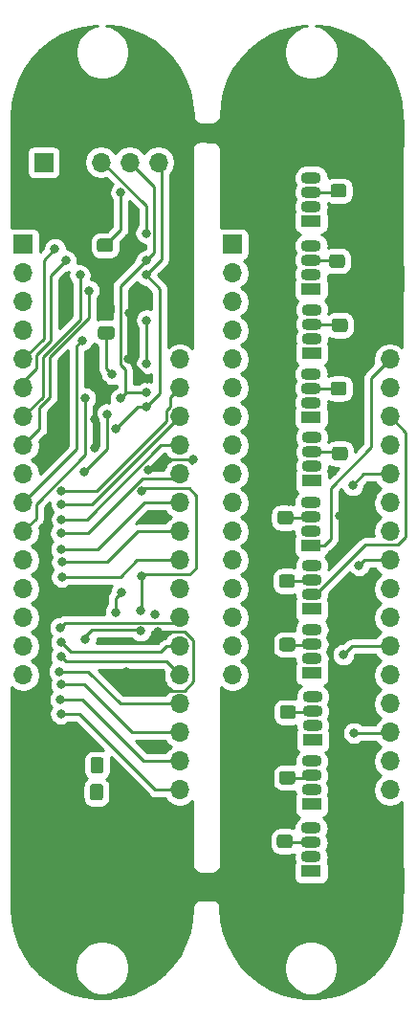
<source format=gbr>
%TF.GenerationSoftware,KiCad,Pcbnew,(5.1.12)-1*%
%TF.CreationDate,2024-09-26T07:51:33+09:00*%
%TF.ProjectId,imu_led_connect,696d755f-6c65-4645-9f63-6f6e6e656374,rev?*%
%TF.SameCoordinates,Original*%
%TF.FileFunction,Copper,L2,Bot*%
%TF.FilePolarity,Positive*%
%FSLAX46Y46*%
G04 Gerber Fmt 4.6, Leading zero omitted, Abs format (unit mm)*
G04 Created by KiCad (PCBNEW (5.1.12)-1) date 2024-09-26 07:51:33*
%MOMM*%
%LPD*%
G01*
G04 APERTURE LIST*
%TA.AperFunction,ComponentPad*%
%ADD10O,1.700000X1.700000*%
%TD*%
%TA.AperFunction,ComponentPad*%
%ADD11R,1.700000X1.700000*%
%TD*%
%TA.AperFunction,ComponentPad*%
%ADD12O,1.800000X1.070000*%
%TD*%
%TA.AperFunction,ComponentPad*%
%ADD13R,1.800000X1.070000*%
%TD*%
%TA.AperFunction,ViaPad*%
%ADD14C,0.800000*%
%TD*%
%TA.AperFunction,Conductor*%
%ADD15C,0.250000*%
%TD*%
%TA.AperFunction,Conductor*%
%ADD16C,0.254000*%
%TD*%
%TA.AperFunction,Conductor*%
%ADD17C,0.100000*%
%TD*%
G04 APERTURE END LIST*
D10*
%TO.P,J23,5*%
%TO.N,SRCLK*%
X60060000Y-68725000D03*
%TO.P,J23,4*%
%TO.N,RCLK*%
X57520000Y-68725000D03*
%TO.P,J23,3*%
%TO.N,SER*%
X54980000Y-68725000D03*
%TO.P,J23,2*%
%TO.N,GND*%
X52440000Y-68725000D03*
D11*
%TO.P,J23,1*%
%TO.N,+5V*%
X49900000Y-68725000D03*
%TD*%
D10*
%TO.P,J18,20*%
%TO.N,r16*%
X80550000Y-124260000D03*
%TO.P,J18,19*%
%TO.N,r15*%
X80550000Y-121720000D03*
%TO.P,J18,18*%
%TO.N,r14*%
X80550000Y-119180000D03*
%TO.P,J18,17*%
%TO.N,r13*%
X80550000Y-116640000D03*
%TO.P,J18,16*%
%TO.N,r12*%
X80550000Y-114100000D03*
%TO.P,J18,15*%
%TO.N,r11*%
X80550000Y-111560000D03*
%TO.P,J18,14*%
%TO.N,r10*%
X80550000Y-109020000D03*
%TO.P,J18,13*%
%TO.N,r9*%
X80550000Y-106480000D03*
%TO.P,J18,12*%
%TO.N,r8*%
X80550000Y-103940000D03*
%TO.P,J18,11*%
%TO.N,r7*%
X80550000Y-101400000D03*
%TO.P,J18,10*%
%TO.N,r6*%
X80550000Y-98860000D03*
%TO.P,J18,9*%
%TO.N,r5*%
X80550000Y-96320000D03*
%TO.P,J18,8*%
%TO.N,r4*%
X80550000Y-93780000D03*
%TO.P,J18,7*%
%TO.N,r3*%
X80550000Y-91240000D03*
%TO.P,J18,6*%
%TO.N,r2*%
X80550000Y-88700000D03*
%TO.P,J18,5*%
%TO.N,r1*%
X80550000Y-86160000D03*
%TO.P,J18,4*%
%TO.N,GND*%
X80550000Y-83620000D03*
%TO.P,J18,3*%
X80550000Y-81080000D03*
%TO.P,J18,2*%
X80550000Y-78540000D03*
D11*
%TO.P,J18,1*%
X80550000Y-76000000D03*
%TD*%
D10*
%TO.P,J17,20*%
%TO.N,GND*%
X66625000Y-124260000D03*
%TO.P,J17,19*%
X66625000Y-121720000D03*
%TO.P,J17,18*%
X66625000Y-119180000D03*
%TO.P,J17,17*%
X66625000Y-116640000D03*
%TO.P,J17,16*%
%TO.N,l16*%
X66625000Y-114100000D03*
%TO.P,J17,15*%
%TO.N,l15*%
X66625000Y-111560000D03*
%TO.P,J17,14*%
%TO.N,l14*%
X66625000Y-109020000D03*
%TO.P,J17,13*%
%TO.N,l13*%
X66625000Y-106480000D03*
%TO.P,J17,12*%
%TO.N,l12*%
X66625000Y-103940000D03*
%TO.P,J17,11*%
%TO.N,l11*%
X66625000Y-101400000D03*
%TO.P,J17,10*%
%TO.N,l10*%
X66625000Y-98860000D03*
%TO.P,J17,9*%
%TO.N,l9*%
X66625000Y-96320000D03*
%TO.P,J17,8*%
%TO.N,l8*%
X66625000Y-93780000D03*
%TO.P,J17,7*%
%TO.N,l7*%
X66625000Y-91240000D03*
%TO.P,J17,6*%
%TO.N,l6*%
X66625000Y-88700000D03*
%TO.P,J17,5*%
%TO.N,l5*%
X66625000Y-86160000D03*
%TO.P,J17,4*%
%TO.N,l4*%
X66625000Y-83620000D03*
%TO.P,J17,3*%
%TO.N,l3*%
X66625000Y-81080000D03*
%TO.P,J17,2*%
%TO.N,l2*%
X66625000Y-78540000D03*
D11*
%TO.P,J17,1*%
%TO.N,l1*%
X66625000Y-76000000D03*
%TD*%
D10*
%TO.P,J16,20*%
%TO.N,ur16*%
X61975000Y-124260000D03*
%TO.P,J16,19*%
%TO.N,ur15*%
X61975000Y-121720000D03*
%TO.P,J16,18*%
%TO.N,ur14*%
X61975000Y-119180000D03*
%TO.P,J16,17*%
%TO.N,ur13*%
X61975000Y-116640000D03*
%TO.P,J16,16*%
%TO.N,ur12*%
X61975000Y-114100000D03*
%TO.P,J16,15*%
%TO.N,ur11*%
X61975000Y-111560000D03*
%TO.P,J16,14*%
%TO.N,ur10*%
X61975000Y-109020000D03*
%TO.P,J16,13*%
%TO.N,ur9*%
X61975000Y-106480000D03*
%TO.P,J16,12*%
%TO.N,ur8*%
X61975000Y-103940000D03*
%TO.P,J16,11*%
%TO.N,ur7*%
X61975000Y-101400000D03*
%TO.P,J16,10*%
%TO.N,ur6*%
X61975000Y-98860000D03*
%TO.P,J16,9*%
%TO.N,ur5*%
X61975000Y-96320000D03*
%TO.P,J16,8*%
%TO.N,ur4*%
X61975000Y-93780000D03*
%TO.P,J16,7*%
%TO.N,ur3*%
X61975000Y-91240000D03*
%TO.P,J16,6*%
%TO.N,ur2*%
X61975000Y-88700000D03*
%TO.P,J16,5*%
%TO.N,ur1*%
X61975000Y-86160000D03*
%TO.P,J16,4*%
%TO.N,GND*%
X61975000Y-83620000D03*
%TO.P,J16,3*%
X61975000Y-81080000D03*
%TO.P,J16,2*%
X61975000Y-78540000D03*
D11*
%TO.P,J16,1*%
X61975000Y-76000000D03*
%TD*%
D10*
%TO.P,J15,20*%
%TO.N,GND*%
X48100000Y-124260000D03*
%TO.P,J15,19*%
X48100000Y-121720000D03*
%TO.P,J15,18*%
X48100000Y-119180000D03*
%TO.P,J15,17*%
X48100000Y-116640000D03*
%TO.P,J15,16*%
%TO.N,ul16*%
X48100000Y-114100000D03*
%TO.P,J15,15*%
%TO.N,ul15*%
X48100000Y-111560000D03*
%TO.P,J15,14*%
%TO.N,ul14*%
X48100000Y-109020000D03*
%TO.P,J15,13*%
%TO.N,ul13*%
X48100000Y-106480000D03*
%TO.P,J15,12*%
%TO.N,ul12*%
X48100000Y-103940000D03*
%TO.P,J15,11*%
%TO.N,ul11*%
X48100000Y-101400000D03*
%TO.P,J15,10*%
%TO.N,ul10*%
X48100000Y-98860000D03*
%TO.P,J15,9*%
%TO.N,ul9*%
X48100000Y-96320000D03*
%TO.P,J15,8*%
%TO.N,ul8*%
X48100000Y-93780000D03*
%TO.P,J15,7*%
%TO.N,ul7*%
X48100000Y-91240000D03*
%TO.P,J15,6*%
%TO.N,ul6*%
X48100000Y-88700000D03*
%TO.P,J15,5*%
%TO.N,ul5*%
X48100000Y-86160000D03*
%TO.P,J15,4*%
%TO.N,ul4*%
X48100000Y-83620000D03*
%TO.P,J15,3*%
%TO.N,ul3*%
X48100000Y-81080000D03*
%TO.P,J15,2*%
%TO.N,ul2*%
X48100000Y-78540000D03*
D11*
%TO.P,J15,1*%
%TO.N,ul1*%
X48100000Y-76000000D03*
%TD*%
%TO.P,R11,2*%
%TO.N,GND*%
%TA.AperFunction,SMDPad,CuDef*%
G36*
G01*
X70799999Y-130200000D02*
X71700001Y-130200000D01*
G75*
G02*
X71950000Y-130449999I0J-249999D01*
G01*
X71950000Y-131150001D01*
G75*
G02*
X71700001Y-131400000I-249999J0D01*
G01*
X70799999Y-131400000D01*
G75*
G02*
X70550000Y-131150001I0J249999D01*
G01*
X70550000Y-130449999D01*
G75*
G02*
X70799999Y-130200000I249999J0D01*
G01*
G37*
%TD.AperFunction*%
%TO.P,R11,1*%
%TO.N,Net-(D12-Pad3)*%
%TA.AperFunction,SMDPad,CuDef*%
G36*
G01*
X70799999Y-128200000D02*
X71700001Y-128200000D01*
G75*
G02*
X71950000Y-128449999I0J-249999D01*
G01*
X71950000Y-129150001D01*
G75*
G02*
X71700001Y-129400000I-249999J0D01*
G01*
X70799999Y-129400000D01*
G75*
G02*
X70550000Y-129150001I0J249999D01*
G01*
X70550000Y-128449999D01*
G75*
G02*
X70799999Y-128200000I249999J0D01*
G01*
G37*
%TD.AperFunction*%
%TD*%
%TO.P,R10,2*%
%TO.N,GND*%
%TA.AperFunction,SMDPad,CuDef*%
G36*
G01*
X71024999Y-124575000D02*
X71925001Y-124575000D01*
G75*
G02*
X72175000Y-124824999I0J-249999D01*
G01*
X72175000Y-125525001D01*
G75*
G02*
X71925001Y-125775000I-249999J0D01*
G01*
X71024999Y-125775000D01*
G75*
G02*
X70775000Y-125525001I0J249999D01*
G01*
X70775000Y-124824999D01*
G75*
G02*
X71024999Y-124575000I249999J0D01*
G01*
G37*
%TD.AperFunction*%
%TO.P,R10,1*%
%TO.N,Net-(D11-Pad3)*%
%TA.AperFunction,SMDPad,CuDef*%
G36*
G01*
X71024999Y-122575000D02*
X71925001Y-122575000D01*
G75*
G02*
X72175000Y-122824999I0J-249999D01*
G01*
X72175000Y-123525001D01*
G75*
G02*
X71925001Y-123775000I-249999J0D01*
G01*
X71024999Y-123775000D01*
G75*
G02*
X70775000Y-123525001I0J249999D01*
G01*
X70775000Y-122824999D01*
G75*
G02*
X71024999Y-122575000I249999J0D01*
G01*
G37*
%TD.AperFunction*%
%TD*%
%TO.P,R9,2*%
%TO.N,GND*%
%TA.AperFunction,SMDPad,CuDef*%
G36*
G01*
X71074999Y-118775000D02*
X71975001Y-118775000D01*
G75*
G02*
X72225000Y-119024999I0J-249999D01*
G01*
X72225000Y-119725001D01*
G75*
G02*
X71975001Y-119975000I-249999J0D01*
G01*
X71074999Y-119975000D01*
G75*
G02*
X70825000Y-119725001I0J249999D01*
G01*
X70825000Y-119024999D01*
G75*
G02*
X71074999Y-118775000I249999J0D01*
G01*
G37*
%TD.AperFunction*%
%TO.P,R9,1*%
%TO.N,Net-(D10-Pad3)*%
%TA.AperFunction,SMDPad,CuDef*%
G36*
G01*
X71074999Y-116775000D02*
X71975001Y-116775000D01*
G75*
G02*
X72225000Y-117024999I0J-249999D01*
G01*
X72225000Y-117725001D01*
G75*
G02*
X71975001Y-117975000I-249999J0D01*
G01*
X71074999Y-117975000D01*
G75*
G02*
X70825000Y-117725001I0J249999D01*
G01*
X70825000Y-117024999D01*
G75*
G02*
X71074999Y-116775000I249999J0D01*
G01*
G37*
%TD.AperFunction*%
%TD*%
%TO.P,R8,2*%
%TO.N,GND*%
%TA.AperFunction,SMDPad,CuDef*%
G36*
G01*
X71024999Y-112800000D02*
X71925001Y-112800000D01*
G75*
G02*
X72175000Y-113049999I0J-249999D01*
G01*
X72175000Y-113750001D01*
G75*
G02*
X71925001Y-114000000I-249999J0D01*
G01*
X71024999Y-114000000D01*
G75*
G02*
X70775000Y-113750001I0J249999D01*
G01*
X70775000Y-113049999D01*
G75*
G02*
X71024999Y-112800000I249999J0D01*
G01*
G37*
%TD.AperFunction*%
%TO.P,R8,1*%
%TO.N,Net-(D9-Pad3)*%
%TA.AperFunction,SMDPad,CuDef*%
G36*
G01*
X71024999Y-110800000D02*
X71925001Y-110800000D01*
G75*
G02*
X72175000Y-111049999I0J-249999D01*
G01*
X72175000Y-111750001D01*
G75*
G02*
X71925001Y-112000000I-249999J0D01*
G01*
X71024999Y-112000000D01*
G75*
G02*
X70775000Y-111750001I0J249999D01*
G01*
X70775000Y-111049999D01*
G75*
G02*
X71024999Y-110800000I249999J0D01*
G01*
G37*
%TD.AperFunction*%
%TD*%
%TO.P,R7,2*%
%TO.N,GND*%
%TA.AperFunction,SMDPad,CuDef*%
G36*
G01*
X70999999Y-107175000D02*
X71900001Y-107175000D01*
G75*
G02*
X72150000Y-107424999I0J-249999D01*
G01*
X72150000Y-108125001D01*
G75*
G02*
X71900001Y-108375000I-249999J0D01*
G01*
X70999999Y-108375000D01*
G75*
G02*
X70750000Y-108125001I0J249999D01*
G01*
X70750000Y-107424999D01*
G75*
G02*
X70999999Y-107175000I249999J0D01*
G01*
G37*
%TD.AperFunction*%
%TO.P,R7,1*%
%TO.N,Net-(D8-Pad3)*%
%TA.AperFunction,SMDPad,CuDef*%
G36*
G01*
X70999999Y-105175000D02*
X71900001Y-105175000D01*
G75*
G02*
X72150000Y-105424999I0J-249999D01*
G01*
X72150000Y-106125001D01*
G75*
G02*
X71900001Y-106375000I-249999J0D01*
G01*
X70999999Y-106375000D01*
G75*
G02*
X70750000Y-106125001I0J249999D01*
G01*
X70750000Y-105424999D01*
G75*
G02*
X70999999Y-105175000I249999J0D01*
G01*
G37*
%TD.AperFunction*%
%TD*%
%TO.P,R6,2*%
%TO.N,GND*%
%TA.AperFunction,SMDPad,CuDef*%
G36*
G01*
X70849999Y-101575000D02*
X71750001Y-101575000D01*
G75*
G02*
X72000000Y-101824999I0J-249999D01*
G01*
X72000000Y-102525001D01*
G75*
G02*
X71750001Y-102775000I-249999J0D01*
G01*
X70849999Y-102775000D01*
G75*
G02*
X70600000Y-102525001I0J249999D01*
G01*
X70600000Y-101824999D01*
G75*
G02*
X70849999Y-101575000I249999J0D01*
G01*
G37*
%TD.AperFunction*%
%TO.P,R6,1*%
%TO.N,Net-(D7-Pad3)*%
%TA.AperFunction,SMDPad,CuDef*%
G36*
G01*
X70849999Y-99575000D02*
X71750001Y-99575000D01*
G75*
G02*
X72000000Y-99824999I0J-249999D01*
G01*
X72000000Y-100525001D01*
G75*
G02*
X71750001Y-100775000I-249999J0D01*
G01*
X70849999Y-100775000D01*
G75*
G02*
X70600000Y-100525001I0J249999D01*
G01*
X70600000Y-99824999D01*
G75*
G02*
X70849999Y-99575000I249999J0D01*
G01*
G37*
%TD.AperFunction*%
%TD*%
%TO.P,R5,2*%
%TO.N,GND*%
%TA.AperFunction,SMDPad,CuDef*%
G36*
G01*
X76575001Y-93100000D02*
X75674999Y-93100000D01*
G75*
G02*
X75425000Y-92850001I0J249999D01*
G01*
X75425000Y-92149999D01*
G75*
G02*
X75674999Y-91900000I249999J0D01*
G01*
X76575001Y-91900000D01*
G75*
G02*
X76825000Y-92149999I0J-249999D01*
G01*
X76825000Y-92850001D01*
G75*
G02*
X76575001Y-93100000I-249999J0D01*
G01*
G37*
%TD.AperFunction*%
%TO.P,R5,1*%
%TO.N,Net-(D6-Pad3)*%
%TA.AperFunction,SMDPad,CuDef*%
G36*
G01*
X76575001Y-95100000D02*
X75674999Y-95100000D01*
G75*
G02*
X75425000Y-94850001I0J249999D01*
G01*
X75425000Y-94149999D01*
G75*
G02*
X75674999Y-93900000I249999J0D01*
G01*
X76575001Y-93900000D01*
G75*
G02*
X76825000Y-94149999I0J-249999D01*
G01*
X76825000Y-94850001D01*
G75*
G02*
X76575001Y-95100000I-249999J0D01*
G01*
G37*
%TD.AperFunction*%
%TD*%
%TO.P,R4,2*%
%TO.N,GND*%
%TA.AperFunction,SMDPad,CuDef*%
G36*
G01*
X76475001Y-87350000D02*
X75574999Y-87350000D01*
G75*
G02*
X75325000Y-87100001I0J249999D01*
G01*
X75325000Y-86399999D01*
G75*
G02*
X75574999Y-86150000I249999J0D01*
G01*
X76475001Y-86150000D01*
G75*
G02*
X76725000Y-86399999I0J-249999D01*
G01*
X76725000Y-87100001D01*
G75*
G02*
X76475001Y-87350000I-249999J0D01*
G01*
G37*
%TD.AperFunction*%
%TO.P,R4,1*%
%TO.N,Net-(D5-Pad3)*%
%TA.AperFunction,SMDPad,CuDef*%
G36*
G01*
X76475001Y-89350000D02*
X75574999Y-89350000D01*
G75*
G02*
X75325000Y-89100001I0J249999D01*
G01*
X75325000Y-88399999D01*
G75*
G02*
X75574999Y-88150000I249999J0D01*
G01*
X76475001Y-88150000D01*
G75*
G02*
X76725000Y-88399999I0J-249999D01*
G01*
X76725000Y-89100001D01*
G75*
G02*
X76475001Y-89350000I-249999J0D01*
G01*
G37*
%TD.AperFunction*%
%TD*%
%TO.P,R3,2*%
%TO.N,GND*%
%TA.AperFunction,SMDPad,CuDef*%
G36*
G01*
X76575001Y-81750000D02*
X75674999Y-81750000D01*
G75*
G02*
X75425000Y-81500001I0J249999D01*
G01*
X75425000Y-80799999D01*
G75*
G02*
X75674999Y-80550000I249999J0D01*
G01*
X76575001Y-80550000D01*
G75*
G02*
X76825000Y-80799999I0J-249999D01*
G01*
X76825000Y-81500001D01*
G75*
G02*
X76575001Y-81750000I-249999J0D01*
G01*
G37*
%TD.AperFunction*%
%TO.P,R3,1*%
%TO.N,Net-(D4-Pad3)*%
%TA.AperFunction,SMDPad,CuDef*%
G36*
G01*
X76575001Y-83750000D02*
X75674999Y-83750000D01*
G75*
G02*
X75425000Y-83500001I0J249999D01*
G01*
X75425000Y-82799999D01*
G75*
G02*
X75674999Y-82550000I249999J0D01*
G01*
X76575001Y-82550000D01*
G75*
G02*
X76825000Y-82799999I0J-249999D01*
G01*
X76825000Y-83500001D01*
G75*
G02*
X76575001Y-83750000I-249999J0D01*
G01*
G37*
%TD.AperFunction*%
%TD*%
%TO.P,R2,2*%
%TO.N,GND*%
%TA.AperFunction,SMDPad,CuDef*%
G36*
G01*
X76325001Y-76075000D02*
X75424999Y-76075000D01*
G75*
G02*
X75175000Y-75825001I0J249999D01*
G01*
X75175000Y-75124999D01*
G75*
G02*
X75424999Y-74875000I249999J0D01*
G01*
X76325001Y-74875000D01*
G75*
G02*
X76575000Y-75124999I0J-249999D01*
G01*
X76575000Y-75825001D01*
G75*
G02*
X76325001Y-76075000I-249999J0D01*
G01*
G37*
%TD.AperFunction*%
%TO.P,R2,1*%
%TO.N,Net-(D3-Pad3)*%
%TA.AperFunction,SMDPad,CuDef*%
G36*
G01*
X76325001Y-78075000D02*
X75424999Y-78075000D01*
G75*
G02*
X75175000Y-77825001I0J249999D01*
G01*
X75175000Y-77124999D01*
G75*
G02*
X75424999Y-76875000I249999J0D01*
G01*
X76325001Y-76875000D01*
G75*
G02*
X76575000Y-77124999I0J-249999D01*
G01*
X76575000Y-77825001D01*
G75*
G02*
X76325001Y-78075000I-249999J0D01*
G01*
G37*
%TD.AperFunction*%
%TD*%
%TO.P,R1,2*%
%TO.N,GND*%
%TA.AperFunction,SMDPad,CuDef*%
G36*
G01*
X76450001Y-69850000D02*
X75549999Y-69850000D01*
G75*
G02*
X75300000Y-69600001I0J249999D01*
G01*
X75300000Y-68899999D01*
G75*
G02*
X75549999Y-68650000I249999J0D01*
G01*
X76450001Y-68650000D01*
G75*
G02*
X76700000Y-68899999I0J-249999D01*
G01*
X76700000Y-69600001D01*
G75*
G02*
X76450001Y-69850000I-249999J0D01*
G01*
G37*
%TD.AperFunction*%
%TO.P,R1,1*%
%TO.N,Net-(D2-Pad3)*%
%TA.AperFunction,SMDPad,CuDef*%
G36*
G01*
X76450001Y-71850000D02*
X75549999Y-71850000D01*
G75*
G02*
X75300000Y-71600001I0J249999D01*
G01*
X75300000Y-70899999D01*
G75*
G02*
X75549999Y-70650000I249999J0D01*
G01*
X76450001Y-70650000D01*
G75*
G02*
X76700000Y-70899999I0J-249999D01*
G01*
X76700000Y-71600001D01*
G75*
G02*
X76450001Y-71850000I-249999J0D01*
G01*
G37*
%TD.AperFunction*%
%TD*%
D12*
%TO.P,D12,4*%
%TO.N,Net-(D12-Pad4)*%
X73600000Y-127640000D03*
%TO.P,D12,3*%
%TO.N,Net-(D12-Pad3)*%
X73600000Y-128910000D03*
%TO.P,D12,2*%
%TO.N,r15*%
X73600000Y-130180000D03*
D13*
%TO.P,D12,1*%
%TO.N,r16*%
X73600000Y-131450000D03*
%TD*%
D12*
%TO.P,D11,4*%
%TO.N,r14*%
X73625000Y-121715000D03*
%TO.P,D11,3*%
%TO.N,Net-(D11-Pad3)*%
X73625000Y-122985000D03*
%TO.P,D11,2*%
%TO.N,r12*%
X73625000Y-124255000D03*
D13*
%TO.P,D11,1*%
%TO.N,r13*%
X73625000Y-125525000D03*
%TD*%
D12*
%TO.P,D10,4*%
%TO.N,r11*%
X73725000Y-116015000D03*
%TO.P,D10,3*%
%TO.N,Net-(D10-Pad3)*%
X73725000Y-117285000D03*
%TO.P,D10,2*%
%TO.N,r9*%
X73725000Y-118555000D03*
D13*
%TO.P,D10,1*%
%TO.N,r10*%
X73725000Y-119825000D03*
%TD*%
D12*
%TO.P,D9,4*%
%TO.N,r8*%
X73675000Y-110085000D03*
%TO.P,D9,3*%
%TO.N,Net-(D9-Pad3)*%
X73675000Y-111355000D03*
%TO.P,D9,2*%
%TO.N,r6*%
X73675000Y-112625000D03*
D13*
%TO.P,D9,1*%
%TO.N,r7*%
X73675000Y-113895000D03*
%TD*%
D12*
%TO.P,D8,4*%
%TO.N,r5*%
X73625000Y-104440000D03*
%TO.P,D8,3*%
%TO.N,Net-(D8-Pad3)*%
X73625000Y-105710000D03*
%TO.P,D8,2*%
%TO.N,r3*%
X73625000Y-106980000D03*
D13*
%TO.P,D8,1*%
%TO.N,r4*%
X73625000Y-108250000D03*
%TD*%
D12*
%TO.P,D7,4*%
%TO.N,r2*%
X73600000Y-98805000D03*
%TO.P,D7,3*%
%TO.N,Net-(D7-Pad3)*%
X73600000Y-100075000D03*
%TO.P,D7,2*%
%TO.N,l16*%
X73600000Y-101345000D03*
D13*
%TO.P,D7,1*%
%TO.N,r1*%
X73600000Y-102615000D03*
%TD*%
D12*
%TO.P,D6,4*%
%TO.N,l15*%
X73625000Y-93080000D03*
%TO.P,D6,3*%
%TO.N,Net-(D6-Pad3)*%
X73625000Y-94350000D03*
%TO.P,D6,2*%
%TO.N,l13*%
X73625000Y-95620000D03*
D13*
%TO.P,D6,1*%
%TO.N,l14*%
X73625000Y-96890000D03*
%TD*%
D12*
%TO.P,D5,4*%
%TO.N,l12*%
X73600000Y-87440000D03*
%TO.P,D5,3*%
%TO.N,Net-(D5-Pad3)*%
X73600000Y-88710000D03*
%TO.P,D5,2*%
%TO.N,l10*%
X73600000Y-89980000D03*
D13*
%TO.P,D5,1*%
%TO.N,l11*%
X73600000Y-91250000D03*
%TD*%
D12*
%TO.P,D4,4*%
%TO.N,l9*%
X73625000Y-81765000D03*
%TO.P,D4,3*%
%TO.N,Net-(D4-Pad3)*%
X73625000Y-83035000D03*
%TO.P,D4,2*%
%TO.N,l7*%
X73625000Y-84305000D03*
D13*
%TO.P,D4,1*%
%TO.N,l8*%
X73625000Y-85575000D03*
%TD*%
D12*
%TO.P,D3,4*%
%TO.N,l6*%
X73600000Y-76110000D03*
%TO.P,D3,3*%
%TO.N,Net-(D3-Pad3)*%
X73600000Y-77380000D03*
%TO.P,D3,2*%
%TO.N,l4*%
X73600000Y-78650000D03*
D13*
%TO.P,D3,1*%
%TO.N,l5*%
X73600000Y-79920000D03*
%TD*%
%TO.P,D2,1*%
%TO.N,l2*%
X73600000Y-73920000D03*
D12*
%TO.P,D2,2*%
%TO.N,l1*%
X73600000Y-72650000D03*
%TO.P,D2,3*%
%TO.N,Net-(D2-Pad3)*%
X73600000Y-71380000D03*
%TO.P,D2,4*%
%TO.N,l3*%
X73600000Y-70110000D03*
%TD*%
%TO.P,C4,2*%
%TO.N,GND*%
%TA.AperFunction,SMDPad,CuDef*%
G36*
G01*
X53100000Y-123975000D02*
X53100000Y-124925000D01*
G75*
G02*
X52850000Y-125175000I-250000J0D01*
G01*
X52175000Y-125175000D01*
G75*
G02*
X51925000Y-124925000I0J250000D01*
G01*
X51925000Y-123975000D01*
G75*
G02*
X52175000Y-123725000I250000J0D01*
G01*
X52850000Y-123725000D01*
G75*
G02*
X53100000Y-123975000I0J-250000D01*
G01*
G37*
%TD.AperFunction*%
%TO.P,C4,1*%
%TO.N,+5V*%
%TA.AperFunction,SMDPad,CuDef*%
G36*
G01*
X55175000Y-123975000D02*
X55175000Y-124925000D01*
G75*
G02*
X54925000Y-125175000I-250000J0D01*
G01*
X54250000Y-125175000D01*
G75*
G02*
X54000000Y-124925000I0J250000D01*
G01*
X54000000Y-123975000D01*
G75*
G02*
X54250000Y-123725000I250000J0D01*
G01*
X54925000Y-123725000D01*
G75*
G02*
X55175000Y-123975000I0J-250000D01*
G01*
G37*
%TD.AperFunction*%
%TD*%
%TO.P,C3,2*%
%TO.N,GND*%
%TA.AperFunction,SMDPad,CuDef*%
G36*
G01*
X53150000Y-121600000D02*
X53150000Y-122550000D01*
G75*
G02*
X52900000Y-122800000I-250000J0D01*
G01*
X52225000Y-122800000D01*
G75*
G02*
X51975000Y-122550000I0J250000D01*
G01*
X51975000Y-121600000D01*
G75*
G02*
X52225000Y-121350000I250000J0D01*
G01*
X52900000Y-121350000D01*
G75*
G02*
X53150000Y-121600000I0J-250000D01*
G01*
G37*
%TD.AperFunction*%
%TO.P,C3,1*%
%TO.N,+5V*%
%TA.AperFunction,SMDPad,CuDef*%
G36*
G01*
X55225000Y-121600000D02*
X55225000Y-122550000D01*
G75*
G02*
X54975000Y-122800000I-250000J0D01*
G01*
X54300000Y-122800000D01*
G75*
G02*
X54050000Y-122550000I0J250000D01*
G01*
X54050000Y-121600000D01*
G75*
G02*
X54300000Y-121350000I250000J0D01*
G01*
X54975000Y-121350000D01*
G75*
G02*
X55225000Y-121600000I0J-250000D01*
G01*
G37*
%TD.AperFunction*%
%TD*%
%TO.P,C2,2*%
%TO.N,GND*%
%TA.AperFunction,SMDPad,CuDef*%
G36*
G01*
X55925000Y-82325000D02*
X54975000Y-82325000D01*
G75*
G02*
X54725000Y-82075000I0J250000D01*
G01*
X54725000Y-81400000D01*
G75*
G02*
X54975000Y-81150000I250000J0D01*
G01*
X55925000Y-81150000D01*
G75*
G02*
X56175000Y-81400000I0J-250000D01*
G01*
X56175000Y-82075000D01*
G75*
G02*
X55925000Y-82325000I-250000J0D01*
G01*
G37*
%TD.AperFunction*%
%TO.P,C2,1*%
%TO.N,+5V*%
%TA.AperFunction,SMDPad,CuDef*%
G36*
G01*
X55925000Y-84400000D02*
X54975000Y-84400000D01*
G75*
G02*
X54725000Y-84150000I0J250000D01*
G01*
X54725000Y-83475000D01*
G75*
G02*
X54975000Y-83225000I250000J0D01*
G01*
X55925000Y-83225000D01*
G75*
G02*
X56175000Y-83475000I0J-250000D01*
G01*
X56175000Y-84150000D01*
G75*
G02*
X55925000Y-84400000I-250000J0D01*
G01*
G37*
%TD.AperFunction*%
%TD*%
%TO.P,C1,2*%
%TO.N,GND*%
%TA.AperFunction,SMDPad,CuDef*%
G36*
G01*
X55825000Y-74587500D02*
X54875000Y-74587500D01*
G75*
G02*
X54625000Y-74337500I0J250000D01*
G01*
X54625000Y-73662500D01*
G75*
G02*
X54875000Y-73412500I250000J0D01*
G01*
X55825000Y-73412500D01*
G75*
G02*
X56075000Y-73662500I0J-250000D01*
G01*
X56075000Y-74337500D01*
G75*
G02*
X55825000Y-74587500I-250000J0D01*
G01*
G37*
%TD.AperFunction*%
%TO.P,C1,1*%
%TO.N,+5V*%
%TA.AperFunction,SMDPad,CuDef*%
G36*
G01*
X55825000Y-76662500D02*
X54875000Y-76662500D01*
G75*
G02*
X54625000Y-76412500I0J250000D01*
G01*
X54625000Y-75737500D01*
G75*
G02*
X54875000Y-75487500I250000J0D01*
G01*
X55825000Y-75487500D01*
G75*
G02*
X56075000Y-75737500I0J-250000D01*
G01*
X56075000Y-76412500D01*
G75*
G02*
X55825000Y-76662500I-250000J0D01*
G01*
G37*
%TD.AperFunction*%
%TD*%
D14*
%TO.N,GND*%
X55450000Y-81737500D03*
X55150000Y-88425000D03*
X77500000Y-126850000D03*
X79250000Y-130075000D03*
X76175000Y-115800000D03*
X78725000Y-113450000D03*
X78300000Y-109975000D03*
X77975000Y-107925000D03*
X76125000Y-100025000D03*
X79075000Y-97400000D03*
X68975000Y-109250000D03*
X70275000Y-102175000D03*
X69700000Y-76000000D03*
X69275000Y-77600000D03*
X70875000Y-71525000D03*
X50050000Y-106900000D03*
X51650000Y-93500000D03*
X51500000Y-119800000D03*
X55125000Y-78800000D03*
X51700000Y-81200000D03*
X48150000Y-71950000D03*
X61775000Y-71850000D03*
X67250000Y-67200000D03*
X76850000Y-66525000D03*
X71575000Y-98700000D03*
X75525000Y-96150000D03*
X75925000Y-90725000D03*
X75925000Y-84825000D03*
X78475000Y-84950000D03*
X71800000Y-83275000D03*
X71325000Y-104175000D03*
X71600000Y-109675000D03*
X71275000Y-115450000D03*
X71275000Y-121175000D03*
X59700000Y-120325000D03*
X57200000Y-113850000D03*
X60500000Y-100275000D03*
X59075000Y-87925000D03*
X57275000Y-76400000D03*
X57425000Y-86125000D03*
X55175000Y-89475000D03*
X77900000Y-93350000D03*
X76575000Y-73625000D03*
X77300000Y-79225000D03*
X71675000Y-80975000D03*
X69750000Y-113525000D03*
X71425000Y-107800000D03*
X71250000Y-113450000D03*
X71400000Y-119850000D03*
X58000000Y-125000000D03*
X60450000Y-115500000D03*
X62475000Y-73750000D03*
X53975000Y-72800000D03*
X57475000Y-82025000D03*
X63124532Y-94998795D03*
X78950000Y-98374998D03*
X59725000Y-108725000D03*
X60050000Y-110275000D03*
X54450000Y-91425000D03*
X59150158Y-95925162D03*
X54400000Y-94025000D03*
X80350000Y-69150000D03*
%TO.N,+5V*%
X54637500Y-122075000D03*
X54587500Y-124450000D03*
X55350000Y-76075000D03*
X58575000Y-105350000D03*
X53625000Y-110950000D03*
X58488000Y-110175010D03*
X58499998Y-108350000D03*
X56750000Y-71400000D03*
X55525000Y-83650000D03*
X58591653Y-97783653D03*
X55950006Y-87500000D03*
%TO.N,SER*%
X58975000Y-75000000D03*
%TO.N,RCLK*%
X59038000Y-89085000D03*
X56700000Y-89624990D03*
X58963000Y-77435000D03*
%TO.N,SRCLK*%
X59038000Y-90355000D03*
X58963000Y-78705000D03*
X56250010Y-92307232D03*
%TO.N,Net-(IC3-Pad9)*%
X59025000Y-82700000D03*
X59038000Y-86545000D03*
%TO.N,Net-(IC5-Pad9)*%
X56275000Y-108525000D03*
X56793390Y-106770622D03*
%TO.N,r5*%
X77265160Y-97315160D03*
%TO.N,r8*%
X77825000Y-104400000D03*
%TO.N,r11*%
X76425010Y-112300000D03*
%TO.N,r14*%
X77375000Y-119225000D03*
%TO.N,ul8*%
X53900000Y-80075000D03*
%TO.N,ul7*%
X53125000Y-78700000D03*
%TO.N,ul6*%
X51887000Y-77435000D03*
%TO.N,ul5*%
X50900021Y-76375000D03*
%TO.N,ul15*%
X55525000Y-91000000D03*
X53524990Y-96100000D03*
%TO.N,ul11*%
X53599998Y-89600000D03*
%TO.N,ul10*%
X53325000Y-84475000D03*
%TO.N,ur8*%
X51525000Y-105425000D03*
%TO.N,ur7*%
X51525000Y-104100000D03*
%TO.N,ur6*%
X51450000Y-102950000D03*
%TO.N,ur5*%
X51425000Y-101550000D03*
%TO.N,ur4*%
X51500000Y-100325000D03*
%TO.N,ur3*%
X51500000Y-99025000D03*
%TO.N,ur2*%
X51475160Y-97775160D03*
%TO.N,ur16*%
X51425000Y-117525000D03*
%TO.N,ur15*%
X51400000Y-116250000D03*
%TO.N,ur14*%
X51450000Y-114950000D03*
%TO.N,ur13*%
X51275000Y-113775000D03*
%TO.N,ur12*%
X51450000Y-112475000D03*
%TO.N,ur11*%
X51450000Y-111200000D03*
%TO.N,ur10*%
X51375000Y-109900000D03*
%TD*%
D15*
%TO.N,GND*%
X59075000Y-87775000D02*
X57425000Y-86125000D01*
X59075000Y-87925000D02*
X59075000Y-87775000D01*
X57425000Y-82075000D02*
X57475000Y-82025000D01*
X57425000Y-86125000D02*
X57425000Y-82075000D01*
X76125000Y-100025000D02*
X77775002Y-98374998D01*
X77775002Y-98374998D02*
X78950000Y-98374998D01*
X60485001Y-115464999D02*
X60450000Y-115500000D01*
X62349003Y-115464999D02*
X60485001Y-115464999D01*
X63150001Y-114664001D02*
X62349003Y-115464999D01*
X63150001Y-110995999D02*
X63150001Y-114664001D01*
X62429002Y-110275000D02*
X63150001Y-110995999D01*
X60050000Y-110275000D02*
X62429002Y-110275000D01*
X55175000Y-89475000D02*
X54450000Y-90200000D01*
X54450000Y-90200000D02*
X54450000Y-91425000D01*
X60076525Y-94998795D02*
X59150158Y-95925162D01*
X63124532Y-94998795D02*
X60076525Y-94998795D01*
X54400000Y-91475000D02*
X54450000Y-91425000D01*
X54400000Y-94025000D02*
X54400000Y-91475000D01*
%TO.N,+5V*%
X58437990Y-110125000D02*
X58488000Y-110175010D01*
X54150000Y-110125000D02*
X58437990Y-110125000D01*
X53625000Y-110650000D02*
X54150000Y-110125000D01*
X53625000Y-110950000D02*
X53625000Y-110650000D01*
X58575000Y-108274998D02*
X58499998Y-108350000D01*
X58575000Y-105350000D02*
X58575000Y-108274998D01*
X56750000Y-74675000D02*
X56750000Y-71400000D01*
X55350000Y-76075000D02*
X56750000Y-74675000D01*
X55450000Y-83725000D02*
X55525000Y-83650000D01*
X55450000Y-83812500D02*
X55450000Y-83725000D01*
X58800306Y-97575000D02*
X58591653Y-97783653D01*
X62775000Y-97575000D02*
X58800306Y-97575000D01*
X63399990Y-98199990D02*
X62775000Y-97575000D01*
X63399990Y-104650010D02*
X63399990Y-98199990D01*
X62850000Y-105200000D02*
X63399990Y-104650010D01*
X58725000Y-105200000D02*
X62850000Y-105200000D01*
X58575000Y-105350000D02*
X58725000Y-105200000D01*
X55450000Y-86999994D02*
X55950006Y-87500000D01*
X55450000Y-83812500D02*
X55450000Y-86999994D01*
%TO.N,Net-(D2-Pad3)*%
X75870000Y-71380000D02*
X76000000Y-71250000D01*
X73600000Y-71380000D02*
X75870000Y-71380000D01*
%TO.N,Net-(D3-Pad3)*%
X75780000Y-77380000D02*
X75875000Y-77475000D01*
X73600000Y-77380000D02*
X75780000Y-77380000D01*
%TO.N,Net-(D4-Pad3)*%
X76010000Y-83035000D02*
X76125000Y-83150000D01*
X73625000Y-83035000D02*
X76010000Y-83035000D01*
%TO.N,Net-(D5-Pad3)*%
X73600000Y-88710000D02*
X75285000Y-88710000D01*
X75325000Y-88750000D02*
X76025000Y-88750000D01*
X75285000Y-88710000D02*
X75325000Y-88750000D01*
%TO.N,Net-(D6-Pad3)*%
X75975000Y-94350000D02*
X76125000Y-94500000D01*
X73625000Y-94350000D02*
X75975000Y-94350000D01*
%TO.N,Net-(D7-Pad3)*%
X73500000Y-100175000D02*
X73600000Y-100075000D01*
X71300000Y-100175000D02*
X73500000Y-100175000D01*
%TO.N,Net-(D8-Pad3)*%
X73560000Y-105775000D02*
X73625000Y-105710000D01*
X71450000Y-105775000D02*
X73560000Y-105775000D01*
%TO.N,Net-(D9-Pad3)*%
X73630000Y-111400000D02*
X73675000Y-111355000D01*
X71475000Y-111400000D02*
X73630000Y-111400000D01*
%TO.N,Net-(D10-Pad3)*%
X73635000Y-117375000D02*
X73725000Y-117285000D01*
X71525000Y-117375000D02*
X73635000Y-117375000D01*
%TO.N,Net-(D11-Pad3)*%
X73435000Y-123175000D02*
X73625000Y-122985000D01*
X71475000Y-123175000D02*
X73435000Y-123175000D01*
%TO.N,Net-(D12-Pad3)*%
X71360000Y-128910000D02*
X71250000Y-128800000D01*
X73600000Y-128910000D02*
X71360000Y-128910000D01*
%TO.N,SER*%
X55148002Y-68725000D02*
X54980000Y-68725000D01*
X58975000Y-72551998D02*
X55148002Y-68725000D01*
X58975000Y-75000000D02*
X58975000Y-72551998D01*
%TO.N,RCLK*%
X59038000Y-89085000D02*
X57239990Y-89085000D01*
X57239990Y-89085000D02*
X56700000Y-89624990D01*
X59700001Y-70905001D02*
X57520000Y-68725000D01*
X59700001Y-76697999D02*
X59700001Y-70905001D01*
X58963000Y-77435000D02*
X59700001Y-76697999D01*
X56700000Y-86651998D02*
X56700000Y-79698000D01*
X57099999Y-89224991D02*
X57099999Y-87051997D01*
X56700000Y-89624990D02*
X57099999Y-89224991D01*
X57099999Y-87051997D02*
X56700000Y-86651998D01*
X56700000Y-79698000D02*
X58963000Y-77435000D01*
%TO.N,SRCLK*%
X59038000Y-90355000D02*
X60200000Y-89193000D01*
X60200000Y-79942000D02*
X58963000Y-78705000D01*
X60200000Y-89193000D02*
X60200000Y-79942000D01*
X60060000Y-68725000D02*
X60325000Y-68990000D01*
X60325000Y-77343000D02*
X58963000Y-78705000D01*
X60325000Y-68990000D02*
X60325000Y-77343000D01*
X58202242Y-90355000D02*
X56250010Y-92307232D01*
X59038000Y-90355000D02*
X58202242Y-90355000D01*
%TO.N,Net-(IC3-Pad9)*%
X59025000Y-86532000D02*
X59038000Y-86545000D01*
X59025000Y-82700000D02*
X59025000Y-86532000D01*
%TO.N,Net-(IC5-Pad9)*%
X56275000Y-107289012D02*
X56793390Y-106770622D01*
X56275000Y-108525000D02*
X56275000Y-107289012D01*
%TO.N,r1*%
X78925000Y-87785000D02*
X80550000Y-86160000D01*
X78925000Y-93925000D02*
X78925000Y-87785000D01*
X75325000Y-102040000D02*
X75325000Y-97525000D01*
X75325000Y-97525000D02*
X78925000Y-93925000D01*
X74750000Y-102615000D02*
X75325000Y-102040000D01*
X73600000Y-102615000D02*
X74750000Y-102615000D01*
%TO.N,r5*%
X80550000Y-96320000D02*
X78260320Y-96320000D01*
X78260320Y-96320000D02*
X77265160Y-97315160D01*
%TO.N,r3*%
X81941908Y-92631908D02*
X80550000Y-91240000D01*
X81949990Y-101875010D02*
X81949990Y-98500000D01*
X81249999Y-102575001D02*
X81949990Y-101875010D01*
X81949990Y-98500000D02*
X81941908Y-92631908D01*
X78394999Y-102575001D02*
X81249999Y-102575001D01*
X73990000Y-106980000D02*
X78394999Y-102575001D01*
X73625000Y-106980000D02*
X73990000Y-106980000D01*
%TO.N,r8*%
X78285000Y-103940000D02*
X77825000Y-104400000D01*
X80550000Y-103940000D02*
X78285000Y-103940000D01*
%TO.N,r11*%
X77165010Y-111560000D02*
X76425010Y-112300000D01*
X80550000Y-111560000D02*
X77165010Y-111560000D01*
%TO.N,r14*%
X80505000Y-119225000D02*
X80550000Y-119180000D01*
X77375000Y-119225000D02*
X80505000Y-119225000D01*
%TO.N,ul8*%
X50475000Y-89501410D02*
X50475000Y-85925000D01*
X49550000Y-90426410D02*
X50475000Y-89501410D01*
X48100000Y-93780000D02*
X49550000Y-92330000D01*
X50475000Y-85925000D02*
X53900000Y-82500000D01*
X53900000Y-82500000D02*
X53900000Y-80075000D01*
X49550000Y-92330000D02*
X49550000Y-90426410D01*
%TO.N,ul7*%
X49850000Y-89490000D02*
X49850000Y-85913590D01*
X53125000Y-82638590D02*
X53125000Y-78700000D01*
X48100000Y-91240000D02*
X49850000Y-89490000D01*
X49850000Y-85913590D02*
X53125000Y-82638590D01*
%TO.N,ul6*%
X50525000Y-84525000D02*
X50525000Y-78797000D01*
X49275001Y-85774999D02*
X50525000Y-84525000D01*
X50525000Y-78797000D02*
X51887000Y-77435000D01*
X49275001Y-86999999D02*
X49275001Y-85774999D01*
X48100000Y-88175000D02*
X49275001Y-86999999D01*
X48100000Y-88700000D02*
X48100000Y-88175000D01*
%TO.N,ul5*%
X49900000Y-77375021D02*
X50900021Y-76375000D01*
X49900000Y-84360000D02*
X49900000Y-77375021D01*
X48100000Y-86160000D02*
X49900000Y-84360000D01*
%TO.N,ul15*%
X55525000Y-94099990D02*
X53524990Y-96100000D01*
X55525000Y-91000000D02*
X55525000Y-94099990D01*
%TO.N,ul11*%
X49275001Y-98949999D02*
X53599998Y-94625002D01*
X49275001Y-100224999D02*
X49275001Y-98949999D01*
X53599998Y-94625002D02*
X53599998Y-89600000D01*
X48100000Y-101400000D02*
X49275001Y-100224999D01*
%TO.N,ul10*%
X48100000Y-98860000D02*
X52849999Y-94110001D01*
X52849999Y-84950001D02*
X53325000Y-84475000D01*
X52849999Y-94110001D02*
X52849999Y-84950001D01*
%TO.N,ur8*%
X51525000Y-105425000D02*
X56675000Y-105425000D01*
X58160000Y-103940000D02*
X61975000Y-103940000D01*
X56675000Y-105425000D02*
X58160000Y-103940000D01*
%TO.N,ur7*%
X51525000Y-104100000D02*
X55550000Y-104100000D01*
X58250000Y-101400000D02*
X61975000Y-101400000D01*
X55550000Y-104100000D02*
X58250000Y-101400000D01*
%TO.N,ur6*%
X51450000Y-102950000D02*
X54725000Y-102950000D01*
X58815000Y-98860000D02*
X61975000Y-98860000D01*
X54725000Y-102950000D02*
X58815000Y-98860000D01*
%TO.N,ur5*%
X53800000Y-101550000D02*
X58674998Y-96675002D01*
X51425000Y-101550000D02*
X53800000Y-101550000D01*
X58674998Y-96675002D02*
X61619998Y-96675002D01*
X61619998Y-96675002D02*
X61975000Y-96320000D01*
%TO.N,ur4*%
X60270000Y-93780000D02*
X61975000Y-93780000D01*
X53725000Y-100325000D02*
X60270000Y-93780000D01*
X51500000Y-100325000D02*
X53725000Y-100325000D01*
%TO.N,ur3*%
X61935000Y-91240000D02*
X61975000Y-91240000D01*
X54150000Y-99025000D02*
X61935000Y-91240000D01*
X51500000Y-99025000D02*
X54150000Y-99025000D01*
%TO.N,ur2*%
X60799999Y-91600001D02*
X54624840Y-97775160D01*
X60799999Y-90675999D02*
X60799999Y-91600001D01*
X61125001Y-90350997D02*
X60799999Y-90675999D01*
X61125001Y-89549999D02*
X61125001Y-90350997D01*
X54624840Y-97775160D02*
X51475160Y-97775160D01*
X61975000Y-88700000D02*
X61125001Y-89549999D01*
%TO.N,ur16*%
X51425000Y-117525000D02*
X53050000Y-117525000D01*
X59785000Y-124260000D02*
X61975000Y-124260000D01*
X53050000Y-117525000D02*
X59785000Y-124260000D01*
%TO.N,ur15*%
X51400000Y-116250000D02*
X53300000Y-116250000D01*
X58770000Y-121720000D02*
X61975000Y-121720000D01*
X53300000Y-116250000D02*
X58770000Y-121720000D01*
%TO.N,ur14*%
X51450000Y-114950000D02*
X53525000Y-114950000D01*
X57755000Y-119180000D02*
X61975000Y-119180000D01*
X53525000Y-114950000D02*
X57755000Y-119180000D01*
%TO.N,ur13*%
X51275000Y-113775000D02*
X53825000Y-113775000D01*
X56690000Y-116640000D02*
X61975000Y-116640000D01*
X53825000Y-113775000D02*
X56690000Y-116640000D01*
%TO.N,ur12*%
X60749999Y-112874999D02*
X61125001Y-113250001D01*
X51849999Y-112874999D02*
X60749999Y-112874999D01*
X51450000Y-112475000D02*
X51849999Y-112874999D01*
X61125001Y-113250001D02*
X61975000Y-114100000D01*
%TO.N,ur11*%
X51450000Y-111200000D02*
X52275002Y-112025002D01*
X52275002Y-112025002D02*
X60307917Y-112025002D01*
X60307917Y-112025002D02*
X60772919Y-111560000D01*
X60772919Y-111560000D02*
X61975000Y-111560000D01*
%TO.N,ur10*%
X51825000Y-109450000D02*
X61545000Y-109450000D01*
X51375000Y-109900000D02*
X51825000Y-109450000D01*
X61545000Y-109450000D02*
X61975000Y-109020000D01*
%TD*%
D16*
%TO.N,GND*%
X75177589Y-56777784D02*
X76229011Y-57065421D01*
X77231662Y-57493088D01*
X78167006Y-58052879D01*
X79017716Y-58734427D01*
X79768052Y-59525118D01*
X80404142Y-60410330D01*
X80914216Y-61373690D01*
X81288820Y-62397344D01*
X81521035Y-63462378D01*
X81608376Y-64572153D01*
X81608715Y-64636836D01*
X81616038Y-64736550D01*
X81636826Y-64834347D01*
X81670693Y-64928419D01*
X81687268Y-64960124D01*
X81711461Y-67157200D01*
X81692663Y-67192368D01*
X81650635Y-67330916D01*
X81640000Y-67438896D01*
X81640001Y-77588886D01*
X81640000Y-77588896D01*
X81640000Y-77811105D01*
X81650635Y-77919085D01*
X81692663Y-78057633D01*
X81711876Y-78093578D01*
X81693176Y-80019689D01*
X81667275Y-80068308D01*
X81625438Y-80206913D01*
X81614951Y-80314908D01*
X81621586Y-85131479D01*
X81496632Y-85006525D01*
X81253411Y-84844010D01*
X80983158Y-84732068D01*
X80696260Y-84675000D01*
X80403740Y-84675000D01*
X80116842Y-84732068D01*
X79846589Y-84844010D01*
X79603368Y-85006525D01*
X79396525Y-85213368D01*
X79234010Y-85456589D01*
X79122068Y-85726842D01*
X79065000Y-86013740D01*
X79065000Y-86306260D01*
X79108791Y-86526408D01*
X78413998Y-87221201D01*
X78385000Y-87244999D01*
X78361202Y-87273997D01*
X78361201Y-87273998D01*
X78290026Y-87360724D01*
X78219454Y-87492754D01*
X78192989Y-87580000D01*
X78175998Y-87636014D01*
X78173242Y-87663998D01*
X78161324Y-87785000D01*
X78165001Y-87822332D01*
X78165000Y-93610198D01*
X77463072Y-94312126D01*
X77463072Y-94149999D01*
X77446008Y-93976745D01*
X77395472Y-93810149D01*
X77313405Y-93656613D01*
X77202962Y-93522038D01*
X77068387Y-93411595D01*
X76914851Y-93329528D01*
X76748255Y-93278992D01*
X76575001Y-93261928D01*
X75674999Y-93261928D01*
X75501745Y-93278992D01*
X75335149Y-93329528D01*
X75181613Y-93411595D01*
X75089003Y-93487598D01*
X75143071Y-93309360D01*
X75165661Y-93080000D01*
X75143071Y-92850640D01*
X75076169Y-92630094D01*
X74967526Y-92426838D01*
X74867455Y-92304900D01*
X74951185Y-92236185D01*
X75030537Y-92139494D01*
X75089502Y-92029180D01*
X75125812Y-91909482D01*
X75138072Y-91785000D01*
X75138072Y-90715000D01*
X75125812Y-90590518D01*
X75089502Y-90470820D01*
X75057130Y-90410257D01*
X75118071Y-90209360D01*
X75140661Y-89980000D01*
X75129221Y-89863852D01*
X75235149Y-89920472D01*
X75401745Y-89971008D01*
X75574999Y-89988072D01*
X76475001Y-89988072D01*
X76648255Y-89971008D01*
X76814851Y-89920472D01*
X76968387Y-89838405D01*
X77102962Y-89727962D01*
X77213405Y-89593387D01*
X77295472Y-89439851D01*
X77346008Y-89273255D01*
X77363072Y-89100001D01*
X77363072Y-88399999D01*
X77346008Y-88226745D01*
X77295472Y-88060149D01*
X77213405Y-87906613D01*
X77102962Y-87772038D01*
X76968387Y-87661595D01*
X76814851Y-87579528D01*
X76648255Y-87528992D01*
X76475001Y-87511928D01*
X75574999Y-87511928D01*
X75401745Y-87528992D01*
X75235149Y-87579528D01*
X75120904Y-87640593D01*
X75140661Y-87440000D01*
X75118071Y-87210640D01*
X75051169Y-86990094D01*
X74942526Y-86786838D01*
X74839851Y-86661727D01*
X74879494Y-86640537D01*
X74976185Y-86561185D01*
X75055537Y-86464494D01*
X75114502Y-86354180D01*
X75150812Y-86234482D01*
X75163072Y-86110000D01*
X75163072Y-85040000D01*
X75150812Y-84915518D01*
X75114502Y-84795820D01*
X75082130Y-84735257D01*
X75143071Y-84534360D01*
X75165661Y-84305000D01*
X75157122Y-84218306D01*
X75181613Y-84238405D01*
X75335149Y-84320472D01*
X75501745Y-84371008D01*
X75674999Y-84388072D01*
X76575001Y-84388072D01*
X76748255Y-84371008D01*
X76914851Y-84320472D01*
X77068387Y-84238405D01*
X77202962Y-84127962D01*
X77313405Y-83993387D01*
X77395472Y-83839851D01*
X77446008Y-83673255D01*
X77463072Y-83500001D01*
X77463072Y-82799999D01*
X77446008Y-82626745D01*
X77395472Y-82460149D01*
X77313405Y-82306613D01*
X77202962Y-82172038D01*
X77068387Y-82061595D01*
X76914851Y-81979528D01*
X76748255Y-81928992D01*
X76575001Y-81911928D01*
X75674999Y-81911928D01*
X75501745Y-81928992D01*
X75335149Y-81979528D01*
X75181613Y-82061595D01*
X75103139Y-82125997D01*
X75143071Y-81994360D01*
X75165661Y-81765000D01*
X75143071Y-81535640D01*
X75076169Y-81315094D01*
X74967526Y-81111838D01*
X74860099Y-80980937D01*
X74951185Y-80906185D01*
X75030537Y-80809494D01*
X75089502Y-80699180D01*
X75125812Y-80579482D01*
X75138072Y-80455000D01*
X75138072Y-79385000D01*
X75125812Y-79260518D01*
X75089502Y-79140820D01*
X75057130Y-79080257D01*
X75118071Y-78879360D01*
X75139484Y-78661954D01*
X75251745Y-78696008D01*
X75424999Y-78713072D01*
X76325001Y-78713072D01*
X76498255Y-78696008D01*
X76664851Y-78645472D01*
X76818387Y-78563405D01*
X76952962Y-78452962D01*
X77063405Y-78318387D01*
X77145472Y-78164851D01*
X77196008Y-77998255D01*
X77213072Y-77825001D01*
X77213072Y-77124999D01*
X77196008Y-76951745D01*
X77145472Y-76785149D01*
X77063405Y-76631613D01*
X76952962Y-76497038D01*
X76818387Y-76386595D01*
X76664851Y-76304528D01*
X76498255Y-76253992D01*
X76325001Y-76236928D01*
X75424999Y-76236928D01*
X75251745Y-76253992D01*
X75122621Y-76293161D01*
X75140661Y-76110000D01*
X75118071Y-75880640D01*
X75051169Y-75660094D01*
X74942526Y-75456838D01*
X74796318Y-75278682D01*
X74618162Y-75132474D01*
X74537531Y-75089376D01*
X74624482Y-75080812D01*
X74744180Y-75044502D01*
X74854494Y-74985537D01*
X74951185Y-74906185D01*
X75030537Y-74809494D01*
X75089502Y-74699180D01*
X75125812Y-74579482D01*
X75138072Y-74455000D01*
X75138072Y-73385000D01*
X75125812Y-73260518D01*
X75089502Y-73140820D01*
X75057130Y-73080257D01*
X75118071Y-72879360D01*
X75140661Y-72650000D01*
X75118071Y-72420640D01*
X75100191Y-72361698D01*
X75210149Y-72420472D01*
X75376745Y-72471008D01*
X75549999Y-72488072D01*
X76450001Y-72488072D01*
X76623255Y-72471008D01*
X76789851Y-72420472D01*
X76943387Y-72338405D01*
X77077962Y-72227962D01*
X77188405Y-72093387D01*
X77270472Y-71939851D01*
X77321008Y-71773255D01*
X77338072Y-71600001D01*
X77338072Y-70899999D01*
X77321008Y-70726745D01*
X77270472Y-70560149D01*
X77188405Y-70406613D01*
X77077962Y-70272038D01*
X76943387Y-70161595D01*
X76789851Y-70079528D01*
X76623255Y-70028992D01*
X76450001Y-70011928D01*
X75549999Y-70011928D01*
X75376745Y-70028992D01*
X75210149Y-70079528D01*
X75139968Y-70117041D01*
X75140661Y-70110000D01*
X75118071Y-69880640D01*
X75051169Y-69660094D01*
X74942526Y-69456838D01*
X74796318Y-69278682D01*
X74618162Y-69132474D01*
X74414906Y-69023831D01*
X74194360Y-68956929D01*
X74022477Y-68940000D01*
X73177523Y-68940000D01*
X73005640Y-68956929D01*
X72785094Y-69023831D01*
X72581838Y-69132474D01*
X72403682Y-69278682D01*
X72257474Y-69456838D01*
X72148831Y-69660094D01*
X72081929Y-69880640D01*
X72059339Y-70110000D01*
X72081929Y-70339360D01*
X72148831Y-70559906D01*
X72247766Y-70745000D01*
X72148831Y-70930094D01*
X72081929Y-71150640D01*
X72059339Y-71380000D01*
X72081929Y-71609360D01*
X72148831Y-71829906D01*
X72247766Y-72015000D01*
X72148831Y-72200094D01*
X72081929Y-72420640D01*
X72059339Y-72650000D01*
X72081929Y-72879360D01*
X72142870Y-73080257D01*
X72110498Y-73140820D01*
X72074188Y-73260518D01*
X72061928Y-73385000D01*
X72061928Y-74455000D01*
X72074188Y-74579482D01*
X72110498Y-74699180D01*
X72169463Y-74809494D01*
X72248815Y-74906185D01*
X72345506Y-74985537D01*
X72455820Y-75044502D01*
X72575518Y-75080812D01*
X72662469Y-75089376D01*
X72581838Y-75132474D01*
X72403682Y-75278682D01*
X72257474Y-75456838D01*
X72148831Y-75660094D01*
X72081929Y-75880640D01*
X72059339Y-76110000D01*
X72081929Y-76339360D01*
X72148831Y-76559906D01*
X72247766Y-76745000D01*
X72148831Y-76930094D01*
X72081929Y-77150640D01*
X72059339Y-77380000D01*
X72081929Y-77609360D01*
X72148831Y-77829906D01*
X72247766Y-78015000D01*
X72148831Y-78200094D01*
X72081929Y-78420640D01*
X72059339Y-78650000D01*
X72081929Y-78879360D01*
X72142870Y-79080257D01*
X72110498Y-79140820D01*
X72074188Y-79260518D01*
X72061928Y-79385000D01*
X72061928Y-80455000D01*
X72074188Y-80579482D01*
X72110498Y-80699180D01*
X72169463Y-80809494D01*
X72248815Y-80906185D01*
X72345506Y-80985537D01*
X72373740Y-81000629D01*
X72282474Y-81111838D01*
X72173831Y-81315094D01*
X72106929Y-81535640D01*
X72084339Y-81765000D01*
X72106929Y-81994360D01*
X72173831Y-82214906D01*
X72272766Y-82400000D01*
X72173831Y-82585094D01*
X72106929Y-82805640D01*
X72084339Y-83035000D01*
X72106929Y-83264360D01*
X72173831Y-83484906D01*
X72272766Y-83670000D01*
X72173831Y-83855094D01*
X72106929Y-84075640D01*
X72084339Y-84305000D01*
X72106929Y-84534360D01*
X72167870Y-84735257D01*
X72135498Y-84795820D01*
X72099188Y-84915518D01*
X72086928Y-85040000D01*
X72086928Y-86110000D01*
X72099188Y-86234482D01*
X72135498Y-86354180D01*
X72194463Y-86464494D01*
X72273815Y-86561185D01*
X72370506Y-86640537D01*
X72375395Y-86643150D01*
X72257474Y-86786838D01*
X72148831Y-86990094D01*
X72081929Y-87210640D01*
X72059339Y-87440000D01*
X72081929Y-87669360D01*
X72148831Y-87889906D01*
X72247766Y-88075000D01*
X72148831Y-88260094D01*
X72081929Y-88480640D01*
X72059339Y-88710000D01*
X72081929Y-88939360D01*
X72148831Y-89159906D01*
X72247766Y-89345000D01*
X72148831Y-89530094D01*
X72081929Y-89750640D01*
X72059339Y-89980000D01*
X72081929Y-90209360D01*
X72142870Y-90410257D01*
X72110498Y-90470820D01*
X72074188Y-90590518D01*
X72061928Y-90715000D01*
X72061928Y-91785000D01*
X72074188Y-91909482D01*
X72110498Y-92029180D01*
X72169463Y-92139494D01*
X72248815Y-92236185D01*
X72345506Y-92315537D01*
X72365184Y-92326055D01*
X72282474Y-92426838D01*
X72173831Y-92630094D01*
X72106929Y-92850640D01*
X72084339Y-93080000D01*
X72106929Y-93309360D01*
X72173831Y-93529906D01*
X72272766Y-93715000D01*
X72173831Y-93900094D01*
X72106929Y-94120640D01*
X72084339Y-94350000D01*
X72106929Y-94579360D01*
X72173831Y-94799906D01*
X72272766Y-94985000D01*
X72173831Y-95170094D01*
X72106929Y-95390640D01*
X72084339Y-95620000D01*
X72106929Y-95849360D01*
X72167870Y-96050257D01*
X72135498Y-96110820D01*
X72099188Y-96230518D01*
X72086928Y-96355000D01*
X72086928Y-97425000D01*
X72099188Y-97549482D01*
X72135498Y-97669180D01*
X72194463Y-97779494D01*
X72273815Y-97876185D01*
X72370506Y-97955537D01*
X72403986Y-97973433D01*
X72403682Y-97973682D01*
X72257474Y-98151838D01*
X72148831Y-98355094D01*
X72081929Y-98575640D01*
X72059339Y-98805000D01*
X72078656Y-99001132D01*
X71923255Y-98953992D01*
X71750001Y-98936928D01*
X70849999Y-98936928D01*
X70676745Y-98953992D01*
X70510149Y-99004528D01*
X70356613Y-99086595D01*
X70222038Y-99197038D01*
X70111595Y-99331613D01*
X70029528Y-99485149D01*
X69978992Y-99651745D01*
X69961928Y-99824999D01*
X69961928Y-100525001D01*
X69978992Y-100698255D01*
X70029528Y-100864851D01*
X70111595Y-101018387D01*
X70222038Y-101152962D01*
X70356613Y-101263405D01*
X70510149Y-101345472D01*
X70676745Y-101396008D01*
X70849999Y-101413072D01*
X71750001Y-101413072D01*
X71923255Y-101396008D01*
X72060269Y-101354445D01*
X72081929Y-101574360D01*
X72142870Y-101775257D01*
X72110498Y-101835820D01*
X72074188Y-101955518D01*
X72061928Y-102080000D01*
X72061928Y-103150000D01*
X72074188Y-103274482D01*
X72110498Y-103394180D01*
X72169463Y-103504494D01*
X72248815Y-103601185D01*
X72345506Y-103680537D01*
X72362332Y-103689531D01*
X72282474Y-103786838D01*
X72173831Y-103990094D01*
X72106929Y-104210640D01*
X72084339Y-104440000D01*
X72096253Y-104560968D01*
X72073255Y-104553992D01*
X71900001Y-104536928D01*
X70999999Y-104536928D01*
X70826745Y-104553992D01*
X70660149Y-104604528D01*
X70506613Y-104686595D01*
X70372038Y-104797038D01*
X70261595Y-104931613D01*
X70179528Y-105085149D01*
X70128992Y-105251745D01*
X70111928Y-105424999D01*
X70111928Y-106125001D01*
X70128992Y-106298255D01*
X70179528Y-106464851D01*
X70261595Y-106618387D01*
X70372038Y-106752962D01*
X70506613Y-106863405D01*
X70660149Y-106945472D01*
X70826745Y-106996008D01*
X70999999Y-107013072D01*
X71900001Y-107013072D01*
X72073255Y-106996008D01*
X72085548Y-106992279D01*
X72106929Y-107209360D01*
X72167870Y-107410257D01*
X72135498Y-107470820D01*
X72099188Y-107590518D01*
X72086928Y-107715000D01*
X72086928Y-108785000D01*
X72099188Y-108909482D01*
X72135498Y-109029180D01*
X72194463Y-109139494D01*
X72273815Y-109236185D01*
X72370506Y-109315537D01*
X72410413Y-109336868D01*
X72332474Y-109431838D01*
X72223831Y-109635094D01*
X72156929Y-109855640D01*
X72134339Y-110085000D01*
X72144993Y-110193170D01*
X72098255Y-110178992D01*
X71925001Y-110161928D01*
X71024999Y-110161928D01*
X70851745Y-110178992D01*
X70685149Y-110229528D01*
X70531613Y-110311595D01*
X70397038Y-110422038D01*
X70286595Y-110556613D01*
X70204528Y-110710149D01*
X70153992Y-110876745D01*
X70136928Y-111049999D01*
X70136928Y-111750001D01*
X70153992Y-111923255D01*
X70204528Y-112089851D01*
X70286595Y-112243387D01*
X70397038Y-112377962D01*
X70531613Y-112488405D01*
X70685149Y-112570472D01*
X70851745Y-112621008D01*
X71024999Y-112638072D01*
X71925001Y-112638072D01*
X72098255Y-112621008D01*
X72135856Y-112609602D01*
X72134339Y-112625000D01*
X72156929Y-112854360D01*
X72217870Y-113055257D01*
X72185498Y-113115820D01*
X72149188Y-113235518D01*
X72136928Y-113360000D01*
X72136928Y-114430000D01*
X72149188Y-114554482D01*
X72185498Y-114674180D01*
X72244463Y-114784494D01*
X72323815Y-114881185D01*
X72420506Y-114960537D01*
X72530820Y-115019502D01*
X72650518Y-115055812D01*
X72680853Y-115058800D01*
X72528682Y-115183682D01*
X72382474Y-115361838D01*
X72273831Y-115565094D01*
X72206929Y-115785640D01*
X72184339Y-116015000D01*
X72199561Y-116169556D01*
X72148255Y-116153992D01*
X71975001Y-116136928D01*
X71074999Y-116136928D01*
X70901745Y-116153992D01*
X70735149Y-116204528D01*
X70581613Y-116286595D01*
X70447038Y-116397038D01*
X70336595Y-116531613D01*
X70254528Y-116685149D01*
X70203992Y-116851745D01*
X70186928Y-117024999D01*
X70186928Y-117725001D01*
X70203992Y-117898255D01*
X70254528Y-118064851D01*
X70336595Y-118218387D01*
X70447038Y-118352962D01*
X70581613Y-118463405D01*
X70735149Y-118545472D01*
X70901745Y-118596008D01*
X71074999Y-118613072D01*
X71975001Y-118613072D01*
X72148255Y-118596008D01*
X72187214Y-118584190D01*
X72206929Y-118784360D01*
X72267870Y-118985257D01*
X72235498Y-119045820D01*
X72199188Y-119165518D01*
X72186928Y-119290000D01*
X72186928Y-120360000D01*
X72199188Y-120484482D01*
X72235498Y-120604180D01*
X72294463Y-120714494D01*
X72373815Y-120811185D01*
X72445418Y-120869948D01*
X72428682Y-120883682D01*
X72282474Y-121061838D01*
X72173831Y-121265094D01*
X72106929Y-121485640D01*
X72084339Y-121715000D01*
X72106929Y-121944360D01*
X72111026Y-121957866D01*
X72098255Y-121953992D01*
X71925001Y-121936928D01*
X71024999Y-121936928D01*
X70851745Y-121953992D01*
X70685149Y-122004528D01*
X70531613Y-122086595D01*
X70397038Y-122197038D01*
X70286595Y-122331613D01*
X70204528Y-122485149D01*
X70153992Y-122651745D01*
X70136928Y-122824999D01*
X70136928Y-123525001D01*
X70153992Y-123698255D01*
X70204528Y-123864851D01*
X70286595Y-124018387D01*
X70397038Y-124152962D01*
X70531613Y-124263405D01*
X70685149Y-124345472D01*
X70851745Y-124396008D01*
X71024999Y-124413072D01*
X71925001Y-124413072D01*
X72098227Y-124396011D01*
X72106929Y-124484360D01*
X72167870Y-124685257D01*
X72135498Y-124745820D01*
X72099188Y-124865518D01*
X72086928Y-124990000D01*
X72086928Y-126060000D01*
X72099188Y-126184482D01*
X72135498Y-126304180D01*
X72194463Y-126414494D01*
X72273815Y-126511185D01*
X72370506Y-126590537D01*
X72480820Y-126649502D01*
X72566116Y-126675376D01*
X72403682Y-126808682D01*
X72257474Y-126986838D01*
X72148831Y-127190094D01*
X72081929Y-127410640D01*
X72059344Y-127639947D01*
X72039851Y-127629528D01*
X71873255Y-127578992D01*
X71700001Y-127561928D01*
X70799999Y-127561928D01*
X70626745Y-127578992D01*
X70460149Y-127629528D01*
X70306613Y-127711595D01*
X70172038Y-127822038D01*
X70061595Y-127956613D01*
X69979528Y-128110149D01*
X69928992Y-128276745D01*
X69911928Y-128449999D01*
X69911928Y-129150001D01*
X69928992Y-129323255D01*
X69979528Y-129489851D01*
X70061595Y-129643387D01*
X70172038Y-129777962D01*
X70306613Y-129888405D01*
X70460149Y-129970472D01*
X70626745Y-130021008D01*
X70799999Y-130038072D01*
X71700001Y-130038072D01*
X71873255Y-130021008D01*
X72039851Y-129970472D01*
X72082892Y-129947466D01*
X72081929Y-129950640D01*
X72059339Y-130180000D01*
X72081929Y-130409360D01*
X72142870Y-130610257D01*
X72110498Y-130670820D01*
X72074188Y-130790518D01*
X72061928Y-130915000D01*
X72061928Y-131985000D01*
X72074188Y-132109482D01*
X72110498Y-132229180D01*
X72169463Y-132339494D01*
X72248815Y-132436185D01*
X72345506Y-132515537D01*
X72455820Y-132574502D01*
X72575518Y-132610812D01*
X72700000Y-132623072D01*
X74500000Y-132623072D01*
X74624482Y-132610812D01*
X74744180Y-132574502D01*
X74854494Y-132515537D01*
X74951185Y-132436185D01*
X75030537Y-132339494D01*
X75089502Y-132229180D01*
X75125812Y-132109482D01*
X75138072Y-131985000D01*
X75138072Y-130915000D01*
X75125812Y-130790518D01*
X75089502Y-130670820D01*
X75057130Y-130610257D01*
X75118071Y-130409360D01*
X75140661Y-130180000D01*
X75118071Y-129950640D01*
X75051169Y-129730094D01*
X74952234Y-129545000D01*
X75051169Y-129359906D01*
X75118071Y-129139360D01*
X75140661Y-128910000D01*
X75118071Y-128680640D01*
X75051169Y-128460094D01*
X74952234Y-128275000D01*
X75051169Y-128089906D01*
X75118071Y-127869360D01*
X75140661Y-127640000D01*
X75118071Y-127410640D01*
X75051169Y-127190094D01*
X74942526Y-126986838D01*
X74796318Y-126808682D01*
X74646908Y-126686065D01*
X74649482Y-126685812D01*
X74769180Y-126649502D01*
X74879494Y-126590537D01*
X74976185Y-126511185D01*
X75055537Y-126414494D01*
X75114502Y-126304180D01*
X75150812Y-126184482D01*
X75163072Y-126060000D01*
X75163072Y-124990000D01*
X75150812Y-124865518D01*
X75114502Y-124745820D01*
X75082130Y-124685257D01*
X75143071Y-124484360D01*
X75165661Y-124255000D01*
X75143071Y-124025640D01*
X75076169Y-123805094D01*
X74977234Y-123620000D01*
X75076169Y-123434906D01*
X75143071Y-123214360D01*
X75165661Y-122985000D01*
X75143071Y-122755640D01*
X75076169Y-122535094D01*
X74977234Y-122350000D01*
X75076169Y-122164906D01*
X75143071Y-121944360D01*
X75165661Y-121715000D01*
X75143071Y-121485640D01*
X75076169Y-121265094D01*
X74967526Y-121061838D01*
X74873458Y-120947215D01*
X74979494Y-120890537D01*
X75076185Y-120811185D01*
X75155537Y-120714494D01*
X75214502Y-120604180D01*
X75250812Y-120484482D01*
X75263072Y-120360000D01*
X75263072Y-119290000D01*
X75250812Y-119165518D01*
X75214502Y-119045820D01*
X75182130Y-118985257D01*
X75243071Y-118784360D01*
X75265661Y-118555000D01*
X75243071Y-118325640D01*
X75176169Y-118105094D01*
X75077234Y-117920000D01*
X75176169Y-117734906D01*
X75243071Y-117514360D01*
X75265661Y-117285000D01*
X75243071Y-117055640D01*
X75176169Y-116835094D01*
X75077234Y-116650000D01*
X75176169Y-116464906D01*
X75243071Y-116244360D01*
X75265661Y-116015000D01*
X75243071Y-115785640D01*
X75176169Y-115565094D01*
X75067526Y-115361838D01*
X74921318Y-115183682D01*
X74747688Y-115041189D01*
X74819180Y-115019502D01*
X74929494Y-114960537D01*
X75026185Y-114881185D01*
X75105537Y-114784494D01*
X75164502Y-114674180D01*
X75200812Y-114554482D01*
X75213072Y-114430000D01*
X75213072Y-113360000D01*
X75200812Y-113235518D01*
X75164502Y-113115820D01*
X75132130Y-113055257D01*
X75193071Y-112854360D01*
X75215661Y-112625000D01*
X75193071Y-112395640D01*
X75126169Y-112175094D01*
X75027234Y-111990000D01*
X75126169Y-111804906D01*
X75193071Y-111584360D01*
X75215661Y-111355000D01*
X75193071Y-111125640D01*
X75126169Y-110905094D01*
X75027234Y-110720000D01*
X75126169Y-110534906D01*
X75193071Y-110314360D01*
X75215661Y-110085000D01*
X75193071Y-109855640D01*
X75126169Y-109635094D01*
X75017526Y-109431838D01*
X74904942Y-109294653D01*
X74976185Y-109236185D01*
X75055537Y-109139494D01*
X75114502Y-109029180D01*
X75150812Y-108909482D01*
X75163072Y-108785000D01*
X75163072Y-107715000D01*
X75150812Y-107590518D01*
X75114502Y-107470820D01*
X75082130Y-107410257D01*
X75143071Y-107209360D01*
X75165661Y-106980000D01*
X75156618Y-106888183D01*
X77006629Y-105038172D01*
X77021063Y-105059774D01*
X77165226Y-105203937D01*
X77334744Y-105317205D01*
X77523102Y-105395226D01*
X77723061Y-105435000D01*
X77926939Y-105435000D01*
X78126898Y-105395226D01*
X78315256Y-105317205D01*
X78484774Y-105203937D01*
X78628937Y-105059774D01*
X78742205Y-104890256D01*
X78820226Y-104701898D01*
X78820604Y-104700000D01*
X79271822Y-104700000D01*
X79396525Y-104886632D01*
X79603368Y-105093475D01*
X79777760Y-105210000D01*
X79603368Y-105326525D01*
X79396525Y-105533368D01*
X79234010Y-105776589D01*
X79122068Y-106046842D01*
X79065000Y-106333740D01*
X79065000Y-106626260D01*
X79122068Y-106913158D01*
X79234010Y-107183411D01*
X79396525Y-107426632D01*
X79603368Y-107633475D01*
X79777760Y-107750000D01*
X79603368Y-107866525D01*
X79396525Y-108073368D01*
X79234010Y-108316589D01*
X79122068Y-108586842D01*
X79065000Y-108873740D01*
X79065000Y-109166260D01*
X79122068Y-109453158D01*
X79234010Y-109723411D01*
X79396525Y-109966632D01*
X79603368Y-110173475D01*
X79777760Y-110290000D01*
X79603368Y-110406525D01*
X79396525Y-110613368D01*
X79271822Y-110800000D01*
X77202332Y-110800000D01*
X77165009Y-110796324D01*
X77127686Y-110800000D01*
X77127677Y-110800000D01*
X77016024Y-110810997D01*
X76872763Y-110854454D01*
X76740733Y-110925026D01*
X76719751Y-110942246D01*
X76625009Y-111019999D01*
X76601211Y-111048998D01*
X76385208Y-111265000D01*
X76323071Y-111265000D01*
X76123112Y-111304774D01*
X75934754Y-111382795D01*
X75765236Y-111496063D01*
X75621073Y-111640226D01*
X75507805Y-111809744D01*
X75429784Y-111998102D01*
X75390010Y-112198061D01*
X75390010Y-112401939D01*
X75429784Y-112601898D01*
X75507805Y-112790256D01*
X75621073Y-112959774D01*
X75765236Y-113103937D01*
X75934754Y-113217205D01*
X76123112Y-113295226D01*
X76323071Y-113335000D01*
X76526949Y-113335000D01*
X76726908Y-113295226D01*
X76915266Y-113217205D01*
X77084784Y-113103937D01*
X77228947Y-112959774D01*
X77342215Y-112790256D01*
X77420236Y-112601898D01*
X77460010Y-112401939D01*
X77460010Y-112339802D01*
X77479812Y-112320000D01*
X79271822Y-112320000D01*
X79396525Y-112506632D01*
X79603368Y-112713475D01*
X79777760Y-112830000D01*
X79603368Y-112946525D01*
X79396525Y-113153368D01*
X79234010Y-113396589D01*
X79122068Y-113666842D01*
X79065000Y-113953740D01*
X79065000Y-114246260D01*
X79122068Y-114533158D01*
X79234010Y-114803411D01*
X79396525Y-115046632D01*
X79603368Y-115253475D01*
X79777760Y-115370000D01*
X79603368Y-115486525D01*
X79396525Y-115693368D01*
X79234010Y-115936589D01*
X79122068Y-116206842D01*
X79065000Y-116493740D01*
X79065000Y-116786260D01*
X79122068Y-117073158D01*
X79234010Y-117343411D01*
X79396525Y-117586632D01*
X79603368Y-117793475D01*
X79777760Y-117910000D01*
X79603368Y-118026525D01*
X79396525Y-118233368D01*
X79241754Y-118465000D01*
X78078711Y-118465000D01*
X78034774Y-118421063D01*
X77865256Y-118307795D01*
X77676898Y-118229774D01*
X77476939Y-118190000D01*
X77273061Y-118190000D01*
X77073102Y-118229774D01*
X76884744Y-118307795D01*
X76715226Y-118421063D01*
X76571063Y-118565226D01*
X76457795Y-118734744D01*
X76379774Y-118923102D01*
X76340000Y-119123061D01*
X76340000Y-119326939D01*
X76379774Y-119526898D01*
X76457795Y-119715256D01*
X76571063Y-119884774D01*
X76715226Y-120028937D01*
X76884744Y-120142205D01*
X77073102Y-120220226D01*
X77273061Y-120260000D01*
X77476939Y-120260000D01*
X77676898Y-120220226D01*
X77865256Y-120142205D01*
X78034774Y-120028937D01*
X78078711Y-119985000D01*
X79301890Y-119985000D01*
X79396525Y-120126632D01*
X79603368Y-120333475D01*
X79777760Y-120450000D01*
X79603368Y-120566525D01*
X79396525Y-120773368D01*
X79234010Y-121016589D01*
X79122068Y-121286842D01*
X79065000Y-121573740D01*
X79065000Y-121866260D01*
X79122068Y-122153158D01*
X79234010Y-122423411D01*
X79396525Y-122666632D01*
X79603368Y-122873475D01*
X79777760Y-122990000D01*
X79603368Y-123106525D01*
X79396525Y-123313368D01*
X79234010Y-123556589D01*
X79122068Y-123826842D01*
X79065000Y-124113740D01*
X79065000Y-124406260D01*
X79122068Y-124693158D01*
X79234010Y-124963411D01*
X79396525Y-125206632D01*
X79603368Y-125413475D01*
X79846589Y-125575990D01*
X80116842Y-125687932D01*
X80403740Y-125745000D01*
X80696260Y-125745000D01*
X80983158Y-125687932D01*
X81253411Y-125575990D01*
X81496632Y-125413475D01*
X81626001Y-125284106D01*
X81614932Y-130984677D01*
X81625357Y-131092678D01*
X81667116Y-131231307D01*
X81687048Y-131268773D01*
X81668003Y-133344685D01*
X81644442Y-133388111D01*
X81601549Y-133526394D01*
X81590240Y-133634306D01*
X81583861Y-134655666D01*
X81507859Y-135770511D01*
X81286809Y-136837918D01*
X80922941Y-137865451D01*
X80422986Y-138834095D01*
X79796204Y-139725914D01*
X79054183Y-140524424D01*
X78210658Y-141214842D01*
X77281232Y-141784396D01*
X76283111Y-142222540D01*
X75234759Y-142521172D01*
X74155588Y-142674760D01*
X73065546Y-142680468D01*
X71984821Y-142538188D01*
X70933400Y-142250551D01*
X69930743Y-141822882D01*
X68995408Y-141263095D01*
X68144698Y-140581549D01*
X67394358Y-139790856D01*
X67375254Y-139764269D01*
X71175286Y-139764269D01*
X71175286Y-140235731D01*
X71267263Y-140698135D01*
X71447684Y-141133709D01*
X71709615Y-141525716D01*
X72042989Y-141859090D01*
X72434996Y-142121021D01*
X72870570Y-142301442D01*
X73332974Y-142393419D01*
X73804436Y-142393419D01*
X74266840Y-142301442D01*
X74702414Y-142121021D01*
X75094421Y-141859090D01*
X75427795Y-141525716D01*
X75689726Y-141133709D01*
X75870147Y-140698135D01*
X75962124Y-140235731D01*
X75962124Y-139764269D01*
X75870147Y-139301865D01*
X75689726Y-138866291D01*
X75427795Y-138474284D01*
X75094421Y-138140910D01*
X74702414Y-137878979D01*
X74266840Y-137698558D01*
X73804436Y-137606581D01*
X73332974Y-137606581D01*
X72870570Y-137698558D01*
X72434996Y-137878979D01*
X72042989Y-138140910D01*
X71709615Y-138474284D01*
X71447684Y-138866291D01*
X71267263Y-139301865D01*
X71175286Y-139764269D01*
X67375254Y-139764269D01*
X66758261Y-138905632D01*
X66248194Y-137942282D01*
X65873591Y-136918628D01*
X65641374Y-135853587D01*
X65554034Y-134743819D01*
X65553894Y-134717170D01*
X65557261Y-134682986D01*
X65543070Y-134538901D01*
X65501042Y-134400353D01*
X65432792Y-134272666D01*
X65340943Y-134160748D01*
X65229025Y-134068899D01*
X65101338Y-134000649D01*
X64962790Y-133958621D01*
X64854810Y-133947986D01*
X63782600Y-133947986D01*
X63674620Y-133958621D01*
X63536072Y-134000649D01*
X63408385Y-134068899D01*
X63296467Y-134160748D01*
X63204618Y-134272666D01*
X63136368Y-134400353D01*
X63094340Y-134538901D01*
X63080149Y-134682986D01*
X63081242Y-134694086D01*
X63007859Y-135770511D01*
X62786809Y-136837918D01*
X62422941Y-137865451D01*
X61922986Y-138834095D01*
X61296204Y-139725914D01*
X60554183Y-140524424D01*
X59710658Y-141214842D01*
X58781232Y-141784396D01*
X57783111Y-142222540D01*
X56734759Y-142521172D01*
X55655588Y-142674760D01*
X54565546Y-142680468D01*
X53484821Y-142538188D01*
X52433400Y-142250551D01*
X51430743Y-141822882D01*
X50495408Y-141263095D01*
X49644698Y-140581549D01*
X48894358Y-139790856D01*
X48875254Y-139764269D01*
X52675286Y-139764269D01*
X52675286Y-140235731D01*
X52767263Y-140698135D01*
X52947684Y-141133709D01*
X53209615Y-141525716D01*
X53542989Y-141859090D01*
X53934996Y-142121021D01*
X54370570Y-142301442D01*
X54832974Y-142393419D01*
X55304436Y-142393419D01*
X55766840Y-142301442D01*
X56202414Y-142121021D01*
X56594421Y-141859090D01*
X56927795Y-141525716D01*
X57189726Y-141133709D01*
X57370147Y-140698135D01*
X57462124Y-140235731D01*
X57462124Y-139764269D01*
X57370147Y-139301865D01*
X57189726Y-138866291D01*
X56927795Y-138474284D01*
X56594421Y-138140910D01*
X56202414Y-137878979D01*
X55766840Y-137698558D01*
X55304436Y-137606581D01*
X54832974Y-137606581D01*
X54370570Y-137698558D01*
X53934996Y-137878979D01*
X53542989Y-138140910D01*
X53209615Y-138474284D01*
X52947684Y-138866291D01*
X52767263Y-139301865D01*
X52675286Y-139764269D01*
X48875254Y-139764269D01*
X48258261Y-138905632D01*
X47748194Y-137942282D01*
X47373591Y-136918628D01*
X47141374Y-135853587D01*
X47054034Y-134743819D01*
X47053706Y-134681165D01*
X47060672Y-115160779D01*
X47153368Y-115253475D01*
X47396589Y-115415990D01*
X47666842Y-115527932D01*
X47953740Y-115585000D01*
X48246260Y-115585000D01*
X48533158Y-115527932D01*
X48803411Y-115415990D01*
X49046632Y-115253475D01*
X49253475Y-115046632D01*
X49415990Y-114803411D01*
X49527932Y-114533158D01*
X49585000Y-114246260D01*
X49585000Y-113953740D01*
X49527932Y-113666842D01*
X49415990Y-113396589D01*
X49253475Y-113153368D01*
X49046632Y-112946525D01*
X48872240Y-112830000D01*
X49046632Y-112713475D01*
X49253475Y-112506632D01*
X49415990Y-112263411D01*
X49527932Y-111993158D01*
X49585000Y-111706260D01*
X49585000Y-111413740D01*
X49527932Y-111126842D01*
X49415990Y-110856589D01*
X49253475Y-110613368D01*
X49046632Y-110406525D01*
X48872240Y-110290000D01*
X49046632Y-110173475D01*
X49253475Y-109966632D01*
X49415990Y-109723411D01*
X49527932Y-109453158D01*
X49585000Y-109166260D01*
X49585000Y-108873740D01*
X49527932Y-108586842D01*
X49415990Y-108316589D01*
X49253475Y-108073368D01*
X49046632Y-107866525D01*
X48872240Y-107750000D01*
X49046632Y-107633475D01*
X49253475Y-107426632D01*
X49415990Y-107183411D01*
X49527932Y-106913158D01*
X49585000Y-106626260D01*
X49585000Y-106333740D01*
X49527932Y-106046842D01*
X49415990Y-105776589D01*
X49253475Y-105533368D01*
X49046632Y-105326525D01*
X48872240Y-105210000D01*
X49046632Y-105093475D01*
X49253475Y-104886632D01*
X49415990Y-104643411D01*
X49527932Y-104373158D01*
X49585000Y-104086260D01*
X49585000Y-103793740D01*
X49527932Y-103506842D01*
X49415990Y-103236589D01*
X49253475Y-102993368D01*
X49046632Y-102786525D01*
X48872240Y-102670000D01*
X49046632Y-102553475D01*
X49253475Y-102346632D01*
X49415990Y-102103411D01*
X49527932Y-101833158D01*
X49585000Y-101546260D01*
X49585000Y-101253740D01*
X49541210Y-101033592D01*
X49786005Y-100788797D01*
X49815002Y-100765000D01*
X49909975Y-100649275D01*
X49980547Y-100517246D01*
X50024004Y-100373985D01*
X50035001Y-100262332D01*
X50035001Y-100262323D01*
X50038677Y-100225000D01*
X50035001Y-100187677D01*
X50035001Y-99264800D01*
X50486915Y-98812886D01*
X50465000Y-98923061D01*
X50465000Y-99126939D01*
X50504774Y-99326898D01*
X50582795Y-99515256D01*
X50689532Y-99675000D01*
X50582795Y-99834744D01*
X50504774Y-100023102D01*
X50465000Y-100223061D01*
X50465000Y-100426939D01*
X50504774Y-100626898D01*
X50582795Y-100815256D01*
X50628152Y-100883137D01*
X50621063Y-100890226D01*
X50507795Y-101059744D01*
X50429774Y-101248102D01*
X50390000Y-101448061D01*
X50390000Y-101651939D01*
X50429774Y-101851898D01*
X50507795Y-102040256D01*
X50621063Y-102209774D01*
X50673789Y-102262500D01*
X50646063Y-102290226D01*
X50532795Y-102459744D01*
X50454774Y-102648102D01*
X50415000Y-102848061D01*
X50415000Y-103051939D01*
X50454774Y-103251898D01*
X50532795Y-103440256D01*
X50626919Y-103581123D01*
X50607795Y-103609744D01*
X50529774Y-103798102D01*
X50490000Y-103998061D01*
X50490000Y-104201939D01*
X50529774Y-104401898D01*
X50607795Y-104590256D01*
X50721063Y-104759774D01*
X50723789Y-104762500D01*
X50721063Y-104765226D01*
X50607795Y-104934744D01*
X50529774Y-105123102D01*
X50490000Y-105323061D01*
X50490000Y-105526939D01*
X50529774Y-105726898D01*
X50607795Y-105915256D01*
X50721063Y-106084774D01*
X50865226Y-106228937D01*
X51034744Y-106342205D01*
X51223102Y-106420226D01*
X51423061Y-106460000D01*
X51626939Y-106460000D01*
X51826898Y-106420226D01*
X52015256Y-106342205D01*
X52184774Y-106228937D01*
X52228711Y-106185000D01*
X55939906Y-106185000D01*
X55876185Y-106280366D01*
X55798164Y-106468724D01*
X55758390Y-106668683D01*
X55758390Y-106729815D01*
X55735000Y-106749011D01*
X55711202Y-106778009D01*
X55711201Y-106778010D01*
X55640026Y-106864736D01*
X55569454Y-106996766D01*
X55525998Y-107140027D01*
X55511324Y-107289012D01*
X55515001Y-107326344D01*
X55515001Y-107821288D01*
X55471063Y-107865226D01*
X55357795Y-108034744D01*
X55279774Y-108223102D01*
X55240000Y-108423061D01*
X55240000Y-108626939D01*
X55252544Y-108690000D01*
X51862322Y-108690000D01*
X51824999Y-108686324D01*
X51787676Y-108690000D01*
X51787667Y-108690000D01*
X51676014Y-108700997D01*
X51532753Y-108744454D01*
X51400723Y-108815026D01*
X51369981Y-108840256D01*
X51339830Y-108865000D01*
X51273061Y-108865000D01*
X51073102Y-108904774D01*
X50884744Y-108982795D01*
X50715226Y-109096063D01*
X50571063Y-109240226D01*
X50457795Y-109409744D01*
X50379774Y-109598102D01*
X50340000Y-109798061D01*
X50340000Y-110001939D01*
X50379774Y-110201898D01*
X50457795Y-110390256D01*
X50571063Y-110559774D01*
X50608192Y-110596903D01*
X50532795Y-110709744D01*
X50454774Y-110898102D01*
X50415000Y-111098061D01*
X50415000Y-111301939D01*
X50454774Y-111501898D01*
X50532795Y-111690256D01*
X50631180Y-111837500D01*
X50532795Y-111984744D01*
X50454774Y-112173102D01*
X50415000Y-112373061D01*
X50415000Y-112576939D01*
X50454774Y-112776898D01*
X50532795Y-112965256D01*
X50568138Y-113018151D01*
X50471063Y-113115226D01*
X50357795Y-113284744D01*
X50279774Y-113473102D01*
X50240000Y-113673061D01*
X50240000Y-113876939D01*
X50279774Y-114076898D01*
X50357795Y-114265256D01*
X50471063Y-114434774D01*
X50522028Y-114485739D01*
X50454774Y-114648102D01*
X50415000Y-114848061D01*
X50415000Y-115051939D01*
X50454774Y-115251898D01*
X50532795Y-115440256D01*
X50618206Y-115568083D01*
X50596063Y-115590226D01*
X50482795Y-115759744D01*
X50404774Y-115948102D01*
X50365000Y-116148061D01*
X50365000Y-116351939D01*
X50404774Y-116551898D01*
X50482795Y-116740256D01*
X50593680Y-116906208D01*
X50507795Y-117034744D01*
X50429774Y-117223102D01*
X50390000Y-117423061D01*
X50390000Y-117626939D01*
X50429774Y-117826898D01*
X50507795Y-118015256D01*
X50621063Y-118184774D01*
X50765226Y-118328937D01*
X50934744Y-118442205D01*
X51123102Y-118520226D01*
X51323061Y-118560000D01*
X51526939Y-118560000D01*
X51726898Y-118520226D01*
X51915256Y-118442205D01*
X52084774Y-118328937D01*
X52128711Y-118285000D01*
X52735199Y-118285000D01*
X55192661Y-120742463D01*
X55148254Y-120728992D01*
X54975000Y-120711928D01*
X54300000Y-120711928D01*
X54126746Y-120728992D01*
X53960150Y-120779528D01*
X53806614Y-120861595D01*
X53672038Y-120972038D01*
X53561595Y-121106614D01*
X53479528Y-121260150D01*
X53428992Y-121426746D01*
X53411928Y-121600000D01*
X53411928Y-122550000D01*
X53428992Y-122723254D01*
X53479528Y-122889850D01*
X53561595Y-123043386D01*
X53672038Y-123177962D01*
X53750048Y-123241983D01*
X53622038Y-123347038D01*
X53511595Y-123481614D01*
X53429528Y-123635150D01*
X53378992Y-123801746D01*
X53361928Y-123975000D01*
X53361928Y-124925000D01*
X53378992Y-125098254D01*
X53429528Y-125264850D01*
X53511595Y-125418386D01*
X53622038Y-125552962D01*
X53756614Y-125663405D01*
X53910150Y-125745472D01*
X54076746Y-125796008D01*
X54250000Y-125813072D01*
X54925000Y-125813072D01*
X55098254Y-125796008D01*
X55264850Y-125745472D01*
X55418386Y-125663405D01*
X55552962Y-125552962D01*
X55663405Y-125418386D01*
X55745472Y-125264850D01*
X55796008Y-125098254D01*
X55813072Y-124925000D01*
X55813072Y-123975000D01*
X55796008Y-123801746D01*
X55745472Y-123635150D01*
X55663405Y-123481614D01*
X55552962Y-123347038D01*
X55474952Y-123283017D01*
X55602962Y-123177962D01*
X55713405Y-123043386D01*
X55795472Y-122889850D01*
X55846008Y-122723254D01*
X55863072Y-122550000D01*
X55863072Y-121600000D01*
X55846008Y-121426746D01*
X55832537Y-121382339D01*
X59221201Y-124771003D01*
X59244999Y-124800001D01*
X59360724Y-124894974D01*
X59492753Y-124965546D01*
X59636014Y-125009003D01*
X59747667Y-125020000D01*
X59747676Y-125020000D01*
X59784999Y-125023676D01*
X59822322Y-125020000D01*
X60696822Y-125020000D01*
X60821525Y-125206632D01*
X61028368Y-125413475D01*
X61271589Y-125575990D01*
X61541842Y-125687932D01*
X61828740Y-125745000D01*
X62121260Y-125745000D01*
X62408158Y-125687932D01*
X62678411Y-125575990D01*
X62921632Y-125413475D01*
X63090001Y-125245106D01*
X63090001Y-130888885D01*
X63086444Y-130925000D01*
X63100635Y-131069085D01*
X63142663Y-131207633D01*
X63210913Y-131335320D01*
X63302762Y-131447238D01*
X63414680Y-131539087D01*
X63542367Y-131607337D01*
X63680915Y-131649365D01*
X63788895Y-131660000D01*
X63825000Y-131663556D01*
X63861105Y-131660000D01*
X64813895Y-131660000D01*
X64850000Y-131663556D01*
X64886105Y-131660000D01*
X64994085Y-131649365D01*
X65132633Y-131607337D01*
X65260320Y-131539087D01*
X65372238Y-131447238D01*
X65464087Y-131335320D01*
X65532337Y-131207633D01*
X65574365Y-131069085D01*
X65588556Y-130925000D01*
X65585000Y-130888895D01*
X65585000Y-115160107D01*
X65678368Y-115253475D01*
X65921589Y-115415990D01*
X66191842Y-115527932D01*
X66478740Y-115585000D01*
X66771260Y-115585000D01*
X67058158Y-115527932D01*
X67328411Y-115415990D01*
X67571632Y-115253475D01*
X67778475Y-115046632D01*
X67940990Y-114803411D01*
X68052932Y-114533158D01*
X68110000Y-114246260D01*
X68110000Y-113953740D01*
X68052932Y-113666842D01*
X67940990Y-113396589D01*
X67778475Y-113153368D01*
X67571632Y-112946525D01*
X67397240Y-112830000D01*
X67571632Y-112713475D01*
X67778475Y-112506632D01*
X67940990Y-112263411D01*
X68052932Y-111993158D01*
X68110000Y-111706260D01*
X68110000Y-111413740D01*
X68052932Y-111126842D01*
X67940990Y-110856589D01*
X67778475Y-110613368D01*
X67571632Y-110406525D01*
X67397240Y-110290000D01*
X67571632Y-110173475D01*
X67778475Y-109966632D01*
X67940990Y-109723411D01*
X68052932Y-109453158D01*
X68110000Y-109166260D01*
X68110000Y-108873740D01*
X68052932Y-108586842D01*
X67940990Y-108316589D01*
X67778475Y-108073368D01*
X67571632Y-107866525D01*
X67397240Y-107750000D01*
X67571632Y-107633475D01*
X67778475Y-107426632D01*
X67940990Y-107183411D01*
X68052932Y-106913158D01*
X68110000Y-106626260D01*
X68110000Y-106333740D01*
X68052932Y-106046842D01*
X67940990Y-105776589D01*
X67778475Y-105533368D01*
X67571632Y-105326525D01*
X67397240Y-105210000D01*
X67571632Y-105093475D01*
X67778475Y-104886632D01*
X67940990Y-104643411D01*
X68052932Y-104373158D01*
X68110000Y-104086260D01*
X68110000Y-103793740D01*
X68052932Y-103506842D01*
X67940990Y-103236589D01*
X67778475Y-102993368D01*
X67571632Y-102786525D01*
X67397240Y-102670000D01*
X67571632Y-102553475D01*
X67778475Y-102346632D01*
X67940990Y-102103411D01*
X68052932Y-101833158D01*
X68110000Y-101546260D01*
X68110000Y-101253740D01*
X68052932Y-100966842D01*
X67940990Y-100696589D01*
X67778475Y-100453368D01*
X67571632Y-100246525D01*
X67397240Y-100130000D01*
X67571632Y-100013475D01*
X67778475Y-99806632D01*
X67940990Y-99563411D01*
X68052932Y-99293158D01*
X68110000Y-99006260D01*
X68110000Y-98713740D01*
X68052932Y-98426842D01*
X67940990Y-98156589D01*
X67778475Y-97913368D01*
X67571632Y-97706525D01*
X67397240Y-97590000D01*
X67571632Y-97473475D01*
X67778475Y-97266632D01*
X67940990Y-97023411D01*
X68052932Y-96753158D01*
X68110000Y-96466260D01*
X68110000Y-96173740D01*
X68052932Y-95886842D01*
X67940990Y-95616589D01*
X67778475Y-95373368D01*
X67571632Y-95166525D01*
X67397240Y-95050000D01*
X67571632Y-94933475D01*
X67778475Y-94726632D01*
X67940990Y-94483411D01*
X68052932Y-94213158D01*
X68110000Y-93926260D01*
X68110000Y-93633740D01*
X68052932Y-93346842D01*
X67940990Y-93076589D01*
X67778475Y-92833368D01*
X67571632Y-92626525D01*
X67397240Y-92510000D01*
X67571632Y-92393475D01*
X67778475Y-92186632D01*
X67940990Y-91943411D01*
X68052932Y-91673158D01*
X68110000Y-91386260D01*
X68110000Y-91093740D01*
X68052932Y-90806842D01*
X67940990Y-90536589D01*
X67778475Y-90293368D01*
X67571632Y-90086525D01*
X67397240Y-89970000D01*
X67571632Y-89853475D01*
X67778475Y-89646632D01*
X67940990Y-89403411D01*
X68052932Y-89133158D01*
X68110000Y-88846260D01*
X68110000Y-88553740D01*
X68052932Y-88266842D01*
X67940990Y-87996589D01*
X67778475Y-87753368D01*
X67571632Y-87546525D01*
X67397240Y-87430000D01*
X67571632Y-87313475D01*
X67778475Y-87106632D01*
X67940990Y-86863411D01*
X68052932Y-86593158D01*
X68110000Y-86306260D01*
X68110000Y-86013740D01*
X68052932Y-85726842D01*
X67940990Y-85456589D01*
X67778475Y-85213368D01*
X67571632Y-85006525D01*
X67397240Y-84890000D01*
X67571632Y-84773475D01*
X67778475Y-84566632D01*
X67940990Y-84323411D01*
X68052932Y-84053158D01*
X68110000Y-83766260D01*
X68110000Y-83473740D01*
X68052932Y-83186842D01*
X67940990Y-82916589D01*
X67778475Y-82673368D01*
X67571632Y-82466525D01*
X67397240Y-82350000D01*
X67571632Y-82233475D01*
X67778475Y-82026632D01*
X67940990Y-81783411D01*
X68052932Y-81513158D01*
X68110000Y-81226260D01*
X68110000Y-80933740D01*
X68052932Y-80646842D01*
X67940990Y-80376589D01*
X67778475Y-80133368D01*
X67571632Y-79926525D01*
X67397240Y-79810000D01*
X67571632Y-79693475D01*
X67778475Y-79486632D01*
X67940990Y-79243411D01*
X68052932Y-78973158D01*
X68110000Y-78686260D01*
X68110000Y-78393740D01*
X68052932Y-78106842D01*
X67940990Y-77836589D01*
X67778475Y-77593368D01*
X67646620Y-77461513D01*
X67719180Y-77439502D01*
X67829494Y-77380537D01*
X67926185Y-77301185D01*
X68005537Y-77204494D01*
X68064502Y-77094180D01*
X68100812Y-76974482D01*
X68113072Y-76850000D01*
X68113072Y-75150000D01*
X68100812Y-75025518D01*
X68064502Y-74905820D01*
X68005537Y-74795506D01*
X67926185Y-74698815D01*
X67829494Y-74619463D01*
X67719180Y-74560498D01*
X67599482Y-74524188D01*
X67475000Y-74511928D01*
X65775000Y-74511928D01*
X65650518Y-74524188D01*
X65597540Y-74540259D01*
X65585080Y-67644017D01*
X65588356Y-67617171D01*
X65584950Y-67571790D01*
X65584933Y-67562568D01*
X65582249Y-67535815D01*
X65577519Y-67472796D01*
X65575030Y-67463846D01*
X65574103Y-67454607D01*
X65555652Y-67394175D01*
X65538723Y-67333308D01*
X65534538Y-67325020D01*
X65531825Y-67316135D01*
X65501944Y-67260474D01*
X65473461Y-67204069D01*
X65467735Y-67196751D01*
X65463344Y-67188572D01*
X65423187Y-67139820D01*
X65384238Y-67090045D01*
X65377196Y-67083986D01*
X65371293Y-67076820D01*
X65322395Y-67036838D01*
X65274486Y-66995619D01*
X65266397Y-66991051D01*
X65259209Y-66985173D01*
X65203440Y-66955493D01*
X65148420Y-66924419D01*
X65139597Y-66921517D01*
X65131399Y-66917154D01*
X65070905Y-66898922D01*
X65010887Y-66879181D01*
X65001669Y-66878056D01*
X64992776Y-66875376D01*
X64929871Y-66869295D01*
X64903183Y-66866039D01*
X64893964Y-66865825D01*
X64848666Y-66861446D01*
X64821757Y-66864145D01*
X63818962Y-66840824D01*
X63773666Y-66836446D01*
X63710806Y-66842752D01*
X63647796Y-66847481D01*
X63638846Y-66849970D01*
X63629607Y-66850897D01*
X63569175Y-66869348D01*
X63508308Y-66886277D01*
X63500020Y-66890462D01*
X63491135Y-66893175D01*
X63435456Y-66923066D01*
X63379069Y-66951540D01*
X63371755Y-66957263D01*
X63363572Y-66961656D01*
X63314809Y-67001822D01*
X63265045Y-67040762D01*
X63258986Y-67047804D01*
X63251820Y-67053707D01*
X63211838Y-67102605D01*
X63170619Y-67150514D01*
X63166051Y-67158603D01*
X63160173Y-67165791D01*
X63130493Y-67221560D01*
X63099419Y-67276580D01*
X63096517Y-67285403D01*
X63092154Y-67293601D01*
X63073922Y-67354095D01*
X63054181Y-67414113D01*
X63053056Y-67423331D01*
X63050376Y-67432224D01*
X63044296Y-67495124D01*
X63036644Y-67557829D01*
X63040050Y-67603202D01*
X63071764Y-85156657D01*
X62921632Y-85006525D01*
X62678411Y-84844010D01*
X62408158Y-84732068D01*
X62121260Y-84675000D01*
X61828740Y-84675000D01*
X61541842Y-84732068D01*
X61271589Y-84844010D01*
X61028368Y-85006525D01*
X60960000Y-85074893D01*
X60960000Y-79979322D01*
X60963676Y-79941999D01*
X60960000Y-79904676D01*
X60960000Y-79904667D01*
X60949003Y-79793014D01*
X60905546Y-79649753D01*
X60834974Y-79517724D01*
X60740001Y-79401999D01*
X60711003Y-79378201D01*
X60037801Y-78705000D01*
X60836003Y-77906799D01*
X60865001Y-77883001D01*
X60959974Y-77767276D01*
X61030546Y-77635247D01*
X61074003Y-77491986D01*
X61085000Y-77380333D01*
X61085000Y-77380323D01*
X61088676Y-77343000D01*
X61085000Y-77305677D01*
X61085000Y-69800107D01*
X61213475Y-69671632D01*
X61375990Y-69428411D01*
X61487932Y-69158158D01*
X61545000Y-68871260D01*
X61545000Y-68578740D01*
X61487932Y-68291842D01*
X61375990Y-68021589D01*
X61213475Y-67778368D01*
X61006632Y-67571525D01*
X60763411Y-67409010D01*
X60493158Y-67297068D01*
X60206260Y-67240000D01*
X59913740Y-67240000D01*
X59626842Y-67297068D01*
X59356589Y-67409010D01*
X59113368Y-67571525D01*
X58906525Y-67778368D01*
X58790000Y-67952760D01*
X58673475Y-67778368D01*
X58466632Y-67571525D01*
X58223411Y-67409010D01*
X57953158Y-67297068D01*
X57666260Y-67240000D01*
X57373740Y-67240000D01*
X57086842Y-67297068D01*
X56816589Y-67409010D01*
X56573368Y-67571525D01*
X56366525Y-67778368D01*
X56250000Y-67952760D01*
X56133475Y-67778368D01*
X55926632Y-67571525D01*
X55683411Y-67409010D01*
X55413158Y-67297068D01*
X55126260Y-67240000D01*
X54833740Y-67240000D01*
X54546842Y-67297068D01*
X54276589Y-67409010D01*
X54033368Y-67571525D01*
X53826525Y-67778368D01*
X53664010Y-68021589D01*
X53552068Y-68291842D01*
X53495000Y-68578740D01*
X53495000Y-68871260D01*
X53552068Y-69158158D01*
X53664010Y-69428411D01*
X53826525Y-69671632D01*
X54033368Y-69878475D01*
X54276589Y-70040990D01*
X54546842Y-70152932D01*
X54833740Y-70210000D01*
X55126260Y-70210000D01*
X55413158Y-70152932D01*
X55475365Y-70127165D01*
X56017245Y-70669044D01*
X55946063Y-70740226D01*
X55832795Y-70909744D01*
X55754774Y-71098102D01*
X55715000Y-71298061D01*
X55715000Y-71501939D01*
X55754774Y-71701898D01*
X55832795Y-71890256D01*
X55946063Y-72059774D01*
X55990001Y-72103712D01*
X55990000Y-74360198D01*
X55500771Y-74849428D01*
X54875000Y-74849428D01*
X54701746Y-74866492D01*
X54535150Y-74917028D01*
X54381614Y-74999095D01*
X54247038Y-75109538D01*
X54136595Y-75244114D01*
X54054528Y-75397650D01*
X54003992Y-75564246D01*
X53986928Y-75737500D01*
X53986928Y-76412500D01*
X54003992Y-76585754D01*
X54054528Y-76752350D01*
X54136595Y-76905886D01*
X54247038Y-77040462D01*
X54381614Y-77150905D01*
X54535150Y-77232972D01*
X54701746Y-77283508D01*
X54875000Y-77300572D01*
X55825000Y-77300572D01*
X55998254Y-77283508D01*
X56164850Y-77232972D01*
X56318386Y-77150905D01*
X56452962Y-77040462D01*
X56563405Y-76905886D01*
X56645472Y-76752350D01*
X56696008Y-76585754D01*
X56713072Y-76412500D01*
X56713072Y-75786730D01*
X57261004Y-75238798D01*
X57290001Y-75215001D01*
X57344179Y-75148985D01*
X57384974Y-75099277D01*
X57455546Y-74967247D01*
X57463811Y-74940000D01*
X57499003Y-74823986D01*
X57510000Y-74712333D01*
X57510000Y-74712323D01*
X57513676Y-74675000D01*
X57510000Y-74637678D01*
X57510000Y-72161801D01*
X58215001Y-72866802D01*
X58215000Y-74296289D01*
X58171063Y-74340226D01*
X58057795Y-74509744D01*
X57979774Y-74698102D01*
X57940000Y-74898061D01*
X57940000Y-75101939D01*
X57979774Y-75301898D01*
X58057795Y-75490256D01*
X58171063Y-75659774D01*
X58315226Y-75803937D01*
X58484744Y-75917205D01*
X58673102Y-75995226D01*
X58873061Y-76035000D01*
X58940001Y-76035000D01*
X58940001Y-76383197D01*
X58923198Y-76400000D01*
X58861061Y-76400000D01*
X58661102Y-76439774D01*
X58472744Y-76517795D01*
X58303226Y-76631063D01*
X58159063Y-76775226D01*
X58045795Y-76944744D01*
X57967774Y-77133102D01*
X57928000Y-77333061D01*
X57928000Y-77395198D01*
X56188998Y-79134201D01*
X56160000Y-79157999D01*
X56136202Y-79186997D01*
X56136201Y-79186998D01*
X56065026Y-79273724D01*
X55994454Y-79405754D01*
X55979819Y-79454002D01*
X55955250Y-79534999D01*
X55950998Y-79549015D01*
X55936324Y-79698000D01*
X55940001Y-79735332D01*
X55940001Y-82588405D01*
X55925000Y-82586928D01*
X54975000Y-82586928D01*
X54801746Y-82603992D01*
X54648555Y-82650462D01*
X54649003Y-82648986D01*
X54660000Y-82537333D01*
X54660000Y-82537324D01*
X54663676Y-82500001D01*
X54660000Y-82462678D01*
X54660000Y-80778711D01*
X54703937Y-80734774D01*
X54817205Y-80565256D01*
X54895226Y-80376898D01*
X54935000Y-80176939D01*
X54935000Y-79973061D01*
X54895226Y-79773102D01*
X54817205Y-79584744D01*
X54703937Y-79415226D01*
X54559774Y-79271063D01*
X54390256Y-79157795D01*
X54201898Y-79079774D01*
X54096641Y-79058837D01*
X54120226Y-79001898D01*
X54160000Y-78801939D01*
X54160000Y-78598061D01*
X54120226Y-78398102D01*
X54042205Y-78209744D01*
X53928937Y-78040226D01*
X53784774Y-77896063D01*
X53615256Y-77782795D01*
X53426898Y-77704774D01*
X53226939Y-77665000D01*
X53023061Y-77665000D01*
X52891315Y-77691206D01*
X52922000Y-77536939D01*
X52922000Y-77333061D01*
X52882226Y-77133102D01*
X52804205Y-76944744D01*
X52690937Y-76775226D01*
X52546774Y-76631063D01*
X52377256Y-76517795D01*
X52188898Y-76439774D01*
X51988939Y-76400000D01*
X51935021Y-76400000D01*
X51935021Y-76273061D01*
X51895247Y-76073102D01*
X51817226Y-75884744D01*
X51703958Y-75715226D01*
X51559795Y-75571063D01*
X51390277Y-75457795D01*
X51201919Y-75379774D01*
X51001960Y-75340000D01*
X50798082Y-75340000D01*
X50598123Y-75379774D01*
X50409765Y-75457795D01*
X50240247Y-75571063D01*
X50096084Y-75715226D01*
X49982816Y-75884744D01*
X49904795Y-76073102D01*
X49865021Y-76273061D01*
X49865021Y-76335198D01*
X49588072Y-76612148D01*
X49588072Y-75150000D01*
X49575812Y-75025518D01*
X49539502Y-74905820D01*
X49480537Y-74795506D01*
X49401185Y-74698815D01*
X49304494Y-74619463D01*
X49194180Y-74560498D01*
X49074482Y-74524188D01*
X48950000Y-74511928D01*
X47250000Y-74511928D01*
X47125518Y-74524188D01*
X47075169Y-74539461D01*
X47077547Y-67875000D01*
X48411928Y-67875000D01*
X48411928Y-69575000D01*
X48424188Y-69699482D01*
X48460498Y-69819180D01*
X48519463Y-69929494D01*
X48598815Y-70026185D01*
X48695506Y-70105537D01*
X48805820Y-70164502D01*
X48925518Y-70200812D01*
X49050000Y-70213072D01*
X50750000Y-70213072D01*
X50874482Y-70200812D01*
X50994180Y-70164502D01*
X51104494Y-70105537D01*
X51201185Y-70026185D01*
X51280537Y-69929494D01*
X51339502Y-69819180D01*
X51375812Y-69699482D01*
X51388072Y-69575000D01*
X51388072Y-67875000D01*
X51375812Y-67750518D01*
X51339502Y-67630820D01*
X51280537Y-67520506D01*
X51201185Y-67423815D01*
X51104494Y-67344463D01*
X50994180Y-67285498D01*
X50874482Y-67249188D01*
X50750000Y-67236928D01*
X49050000Y-67236928D01*
X48925518Y-67249188D01*
X48805820Y-67285498D01*
X48695506Y-67344463D01*
X48598815Y-67423815D01*
X48519463Y-67520506D01*
X48460498Y-67630820D01*
X48424188Y-67750518D01*
X48411928Y-67875000D01*
X47077547Y-67875000D01*
X47078695Y-64658154D01*
X47154551Y-63545460D01*
X47375601Y-62478054D01*
X47739468Y-61450524D01*
X48239419Y-60481886D01*
X48866206Y-59590057D01*
X49608230Y-58791544D01*
X50451752Y-58101130D01*
X51381176Y-57531577D01*
X52379299Y-57093432D01*
X53427652Y-56794800D01*
X54506822Y-56641212D01*
X54688659Y-56640260D01*
X54395570Y-56698558D01*
X53959996Y-56878979D01*
X53567989Y-57140910D01*
X53234615Y-57474284D01*
X52972684Y-57866291D01*
X52792263Y-58301865D01*
X52700286Y-58764269D01*
X52700286Y-59235731D01*
X52792263Y-59698135D01*
X52972684Y-60133709D01*
X53234615Y-60525716D01*
X53567989Y-60859090D01*
X53959996Y-61121021D01*
X54395570Y-61301442D01*
X54857974Y-61393419D01*
X55329436Y-61393419D01*
X55791840Y-61301442D01*
X56227414Y-61121021D01*
X56619421Y-60859090D01*
X56952795Y-60525716D01*
X57214726Y-60133709D01*
X57395147Y-59698135D01*
X57487124Y-59235731D01*
X57487124Y-58764269D01*
X57395147Y-58301865D01*
X57214726Y-57866291D01*
X56952795Y-57474284D01*
X56619421Y-57140910D01*
X56227414Y-56878979D01*
X55791840Y-56698558D01*
X55477974Y-56636127D01*
X55596864Y-56635504D01*
X56677589Y-56777784D01*
X57729011Y-57065421D01*
X58731662Y-57493088D01*
X59667006Y-58052879D01*
X60517716Y-58734427D01*
X61268052Y-59525118D01*
X61904142Y-60410330D01*
X62414216Y-61373690D01*
X62788820Y-62397344D01*
X63021035Y-63462378D01*
X63108376Y-64572153D01*
X63108516Y-64598802D01*
X63105149Y-64632986D01*
X63119340Y-64777071D01*
X63161368Y-64915619D01*
X63229618Y-65043306D01*
X63321467Y-65155224D01*
X63433385Y-65247073D01*
X63561072Y-65315323D01*
X63699620Y-65357351D01*
X63807600Y-65367986D01*
X64879810Y-65367986D01*
X64987790Y-65357351D01*
X65126338Y-65315323D01*
X65254025Y-65247073D01*
X65365943Y-65155224D01*
X65457792Y-65043306D01*
X65526042Y-64915619D01*
X65568070Y-64777071D01*
X65582261Y-64632986D01*
X65581168Y-64621886D01*
X65654551Y-63545460D01*
X65875601Y-62478054D01*
X66239468Y-61450524D01*
X66739419Y-60481886D01*
X67366206Y-59590057D01*
X68108230Y-58791544D01*
X68951752Y-58101130D01*
X69881176Y-57531577D01*
X70879299Y-57093432D01*
X71927652Y-56794800D01*
X73006822Y-56641212D01*
X73188659Y-56640260D01*
X72895570Y-56698558D01*
X72459996Y-56878979D01*
X72067989Y-57140910D01*
X71734615Y-57474284D01*
X71472684Y-57866291D01*
X71292263Y-58301865D01*
X71200286Y-58764269D01*
X71200286Y-59235731D01*
X71292263Y-59698135D01*
X71472684Y-60133709D01*
X71734615Y-60525716D01*
X72067989Y-60859090D01*
X72459996Y-61121021D01*
X72895570Y-61301442D01*
X73357974Y-61393419D01*
X73829436Y-61393419D01*
X74291840Y-61301442D01*
X74727414Y-61121021D01*
X75119421Y-60859090D01*
X75452795Y-60525716D01*
X75714726Y-60133709D01*
X75895147Y-59698135D01*
X75987124Y-59235731D01*
X75987124Y-58764269D01*
X75895147Y-58301865D01*
X75714726Y-57866291D01*
X75452795Y-57474284D01*
X75119421Y-57140910D01*
X74727414Y-56878979D01*
X74291840Y-56698558D01*
X73977974Y-56636127D01*
X74096864Y-56635504D01*
X75177589Y-56777784D01*
%TA.AperFunction,Conductor*%
D17*
G36*
X75177589Y-56777784D02*
G01*
X76229011Y-57065421D01*
X77231662Y-57493088D01*
X78167006Y-58052879D01*
X79017716Y-58734427D01*
X79768052Y-59525118D01*
X80404142Y-60410330D01*
X80914216Y-61373690D01*
X81288820Y-62397344D01*
X81521035Y-63462378D01*
X81608376Y-64572153D01*
X81608715Y-64636836D01*
X81616038Y-64736550D01*
X81636826Y-64834347D01*
X81670693Y-64928419D01*
X81687268Y-64960124D01*
X81711461Y-67157200D01*
X81692663Y-67192368D01*
X81650635Y-67330916D01*
X81640000Y-67438896D01*
X81640001Y-77588886D01*
X81640000Y-77588896D01*
X81640000Y-77811105D01*
X81650635Y-77919085D01*
X81692663Y-78057633D01*
X81711876Y-78093578D01*
X81693176Y-80019689D01*
X81667275Y-80068308D01*
X81625438Y-80206913D01*
X81614951Y-80314908D01*
X81621586Y-85131479D01*
X81496632Y-85006525D01*
X81253411Y-84844010D01*
X80983158Y-84732068D01*
X80696260Y-84675000D01*
X80403740Y-84675000D01*
X80116842Y-84732068D01*
X79846589Y-84844010D01*
X79603368Y-85006525D01*
X79396525Y-85213368D01*
X79234010Y-85456589D01*
X79122068Y-85726842D01*
X79065000Y-86013740D01*
X79065000Y-86306260D01*
X79108791Y-86526408D01*
X78413998Y-87221201D01*
X78385000Y-87244999D01*
X78361202Y-87273997D01*
X78361201Y-87273998D01*
X78290026Y-87360724D01*
X78219454Y-87492754D01*
X78192989Y-87580000D01*
X78175998Y-87636014D01*
X78173242Y-87663998D01*
X78161324Y-87785000D01*
X78165001Y-87822332D01*
X78165000Y-93610198D01*
X77463072Y-94312126D01*
X77463072Y-94149999D01*
X77446008Y-93976745D01*
X77395472Y-93810149D01*
X77313405Y-93656613D01*
X77202962Y-93522038D01*
X77068387Y-93411595D01*
X76914851Y-93329528D01*
X76748255Y-93278992D01*
X76575001Y-93261928D01*
X75674999Y-93261928D01*
X75501745Y-93278992D01*
X75335149Y-93329528D01*
X75181613Y-93411595D01*
X75089003Y-93487598D01*
X75143071Y-93309360D01*
X75165661Y-93080000D01*
X75143071Y-92850640D01*
X75076169Y-92630094D01*
X74967526Y-92426838D01*
X74867455Y-92304900D01*
X74951185Y-92236185D01*
X75030537Y-92139494D01*
X75089502Y-92029180D01*
X75125812Y-91909482D01*
X75138072Y-91785000D01*
X75138072Y-90715000D01*
X75125812Y-90590518D01*
X75089502Y-90470820D01*
X75057130Y-90410257D01*
X75118071Y-90209360D01*
X75140661Y-89980000D01*
X75129221Y-89863852D01*
X75235149Y-89920472D01*
X75401745Y-89971008D01*
X75574999Y-89988072D01*
X76475001Y-89988072D01*
X76648255Y-89971008D01*
X76814851Y-89920472D01*
X76968387Y-89838405D01*
X77102962Y-89727962D01*
X77213405Y-89593387D01*
X77295472Y-89439851D01*
X77346008Y-89273255D01*
X77363072Y-89100001D01*
X77363072Y-88399999D01*
X77346008Y-88226745D01*
X77295472Y-88060149D01*
X77213405Y-87906613D01*
X77102962Y-87772038D01*
X76968387Y-87661595D01*
X76814851Y-87579528D01*
X76648255Y-87528992D01*
X76475001Y-87511928D01*
X75574999Y-87511928D01*
X75401745Y-87528992D01*
X75235149Y-87579528D01*
X75120904Y-87640593D01*
X75140661Y-87440000D01*
X75118071Y-87210640D01*
X75051169Y-86990094D01*
X74942526Y-86786838D01*
X74839851Y-86661727D01*
X74879494Y-86640537D01*
X74976185Y-86561185D01*
X75055537Y-86464494D01*
X75114502Y-86354180D01*
X75150812Y-86234482D01*
X75163072Y-86110000D01*
X75163072Y-85040000D01*
X75150812Y-84915518D01*
X75114502Y-84795820D01*
X75082130Y-84735257D01*
X75143071Y-84534360D01*
X75165661Y-84305000D01*
X75157122Y-84218306D01*
X75181613Y-84238405D01*
X75335149Y-84320472D01*
X75501745Y-84371008D01*
X75674999Y-84388072D01*
X76575001Y-84388072D01*
X76748255Y-84371008D01*
X76914851Y-84320472D01*
X77068387Y-84238405D01*
X77202962Y-84127962D01*
X77313405Y-83993387D01*
X77395472Y-83839851D01*
X77446008Y-83673255D01*
X77463072Y-83500001D01*
X77463072Y-82799999D01*
X77446008Y-82626745D01*
X77395472Y-82460149D01*
X77313405Y-82306613D01*
X77202962Y-82172038D01*
X77068387Y-82061595D01*
X76914851Y-81979528D01*
X76748255Y-81928992D01*
X76575001Y-81911928D01*
X75674999Y-81911928D01*
X75501745Y-81928992D01*
X75335149Y-81979528D01*
X75181613Y-82061595D01*
X75103139Y-82125997D01*
X75143071Y-81994360D01*
X75165661Y-81765000D01*
X75143071Y-81535640D01*
X75076169Y-81315094D01*
X74967526Y-81111838D01*
X74860099Y-80980937D01*
X74951185Y-80906185D01*
X75030537Y-80809494D01*
X75089502Y-80699180D01*
X75125812Y-80579482D01*
X75138072Y-80455000D01*
X75138072Y-79385000D01*
X75125812Y-79260518D01*
X75089502Y-79140820D01*
X75057130Y-79080257D01*
X75118071Y-78879360D01*
X75139484Y-78661954D01*
X75251745Y-78696008D01*
X75424999Y-78713072D01*
X76325001Y-78713072D01*
X76498255Y-78696008D01*
X76664851Y-78645472D01*
X76818387Y-78563405D01*
X76952962Y-78452962D01*
X77063405Y-78318387D01*
X77145472Y-78164851D01*
X77196008Y-77998255D01*
X77213072Y-77825001D01*
X77213072Y-77124999D01*
X77196008Y-76951745D01*
X77145472Y-76785149D01*
X77063405Y-76631613D01*
X76952962Y-76497038D01*
X76818387Y-76386595D01*
X76664851Y-76304528D01*
X76498255Y-76253992D01*
X76325001Y-76236928D01*
X75424999Y-76236928D01*
X75251745Y-76253992D01*
X75122621Y-76293161D01*
X75140661Y-76110000D01*
X75118071Y-75880640D01*
X75051169Y-75660094D01*
X74942526Y-75456838D01*
X74796318Y-75278682D01*
X74618162Y-75132474D01*
X74537531Y-75089376D01*
X74624482Y-75080812D01*
X74744180Y-75044502D01*
X74854494Y-74985537D01*
X74951185Y-74906185D01*
X75030537Y-74809494D01*
X75089502Y-74699180D01*
X75125812Y-74579482D01*
X75138072Y-74455000D01*
X75138072Y-73385000D01*
X75125812Y-73260518D01*
X75089502Y-73140820D01*
X75057130Y-73080257D01*
X75118071Y-72879360D01*
X75140661Y-72650000D01*
X75118071Y-72420640D01*
X75100191Y-72361698D01*
X75210149Y-72420472D01*
X75376745Y-72471008D01*
X75549999Y-72488072D01*
X76450001Y-72488072D01*
X76623255Y-72471008D01*
X76789851Y-72420472D01*
X76943387Y-72338405D01*
X77077962Y-72227962D01*
X77188405Y-72093387D01*
X77270472Y-71939851D01*
X77321008Y-71773255D01*
X77338072Y-71600001D01*
X77338072Y-70899999D01*
X77321008Y-70726745D01*
X77270472Y-70560149D01*
X77188405Y-70406613D01*
X77077962Y-70272038D01*
X76943387Y-70161595D01*
X76789851Y-70079528D01*
X76623255Y-70028992D01*
X76450001Y-70011928D01*
X75549999Y-70011928D01*
X75376745Y-70028992D01*
X75210149Y-70079528D01*
X75139968Y-70117041D01*
X75140661Y-70110000D01*
X75118071Y-69880640D01*
X75051169Y-69660094D01*
X74942526Y-69456838D01*
X74796318Y-69278682D01*
X74618162Y-69132474D01*
X74414906Y-69023831D01*
X74194360Y-68956929D01*
X74022477Y-68940000D01*
X73177523Y-68940000D01*
X73005640Y-68956929D01*
X72785094Y-69023831D01*
X72581838Y-69132474D01*
X72403682Y-69278682D01*
X72257474Y-69456838D01*
X72148831Y-69660094D01*
X72081929Y-69880640D01*
X72059339Y-70110000D01*
X72081929Y-70339360D01*
X72148831Y-70559906D01*
X72247766Y-70745000D01*
X72148831Y-70930094D01*
X72081929Y-71150640D01*
X72059339Y-71380000D01*
X72081929Y-71609360D01*
X72148831Y-71829906D01*
X72247766Y-72015000D01*
X72148831Y-72200094D01*
X72081929Y-72420640D01*
X72059339Y-72650000D01*
X72081929Y-72879360D01*
X72142870Y-73080257D01*
X72110498Y-73140820D01*
X72074188Y-73260518D01*
X72061928Y-73385000D01*
X72061928Y-74455000D01*
X72074188Y-74579482D01*
X72110498Y-74699180D01*
X72169463Y-74809494D01*
X72248815Y-74906185D01*
X72345506Y-74985537D01*
X72455820Y-75044502D01*
X72575518Y-75080812D01*
X72662469Y-75089376D01*
X72581838Y-75132474D01*
X72403682Y-75278682D01*
X72257474Y-75456838D01*
X72148831Y-75660094D01*
X72081929Y-75880640D01*
X72059339Y-76110000D01*
X72081929Y-76339360D01*
X72148831Y-76559906D01*
X72247766Y-76745000D01*
X72148831Y-76930094D01*
X72081929Y-77150640D01*
X72059339Y-77380000D01*
X72081929Y-77609360D01*
X72148831Y-77829906D01*
X72247766Y-78015000D01*
X72148831Y-78200094D01*
X72081929Y-78420640D01*
X72059339Y-78650000D01*
X72081929Y-78879360D01*
X72142870Y-79080257D01*
X72110498Y-79140820D01*
X72074188Y-79260518D01*
X72061928Y-79385000D01*
X72061928Y-80455000D01*
X72074188Y-80579482D01*
X72110498Y-80699180D01*
X72169463Y-80809494D01*
X72248815Y-80906185D01*
X72345506Y-80985537D01*
X72373740Y-81000629D01*
X72282474Y-81111838D01*
X72173831Y-81315094D01*
X72106929Y-81535640D01*
X72084339Y-81765000D01*
X72106929Y-81994360D01*
X72173831Y-82214906D01*
X72272766Y-82400000D01*
X72173831Y-82585094D01*
X72106929Y-82805640D01*
X72084339Y-83035000D01*
X72106929Y-83264360D01*
X72173831Y-83484906D01*
X72272766Y-83670000D01*
X72173831Y-83855094D01*
X72106929Y-84075640D01*
X72084339Y-84305000D01*
X72106929Y-84534360D01*
X72167870Y-84735257D01*
X72135498Y-84795820D01*
X72099188Y-84915518D01*
X72086928Y-85040000D01*
X72086928Y-86110000D01*
X72099188Y-86234482D01*
X72135498Y-86354180D01*
X72194463Y-86464494D01*
X72273815Y-86561185D01*
X72370506Y-86640537D01*
X72375395Y-86643150D01*
X72257474Y-86786838D01*
X72148831Y-86990094D01*
X72081929Y-87210640D01*
X72059339Y-87440000D01*
X72081929Y-87669360D01*
X72148831Y-87889906D01*
X72247766Y-88075000D01*
X72148831Y-88260094D01*
X72081929Y-88480640D01*
X72059339Y-88710000D01*
X72081929Y-88939360D01*
X72148831Y-89159906D01*
X72247766Y-89345000D01*
X72148831Y-89530094D01*
X72081929Y-89750640D01*
X72059339Y-89980000D01*
X72081929Y-90209360D01*
X72142870Y-90410257D01*
X72110498Y-90470820D01*
X72074188Y-90590518D01*
X72061928Y-90715000D01*
X72061928Y-91785000D01*
X72074188Y-91909482D01*
X72110498Y-92029180D01*
X72169463Y-92139494D01*
X72248815Y-92236185D01*
X72345506Y-92315537D01*
X72365184Y-92326055D01*
X72282474Y-92426838D01*
X72173831Y-92630094D01*
X72106929Y-92850640D01*
X72084339Y-93080000D01*
X72106929Y-93309360D01*
X72173831Y-93529906D01*
X72272766Y-93715000D01*
X72173831Y-93900094D01*
X72106929Y-94120640D01*
X72084339Y-94350000D01*
X72106929Y-94579360D01*
X72173831Y-94799906D01*
X72272766Y-94985000D01*
X72173831Y-95170094D01*
X72106929Y-95390640D01*
X72084339Y-95620000D01*
X72106929Y-95849360D01*
X72167870Y-96050257D01*
X72135498Y-96110820D01*
X72099188Y-96230518D01*
X72086928Y-96355000D01*
X72086928Y-97425000D01*
X72099188Y-97549482D01*
X72135498Y-97669180D01*
X72194463Y-97779494D01*
X72273815Y-97876185D01*
X72370506Y-97955537D01*
X72403986Y-97973433D01*
X72403682Y-97973682D01*
X72257474Y-98151838D01*
X72148831Y-98355094D01*
X72081929Y-98575640D01*
X72059339Y-98805000D01*
X72078656Y-99001132D01*
X71923255Y-98953992D01*
X71750001Y-98936928D01*
X70849999Y-98936928D01*
X70676745Y-98953992D01*
X70510149Y-99004528D01*
X70356613Y-99086595D01*
X70222038Y-99197038D01*
X70111595Y-99331613D01*
X70029528Y-99485149D01*
X69978992Y-99651745D01*
X69961928Y-99824999D01*
X69961928Y-100525001D01*
X69978992Y-100698255D01*
X70029528Y-100864851D01*
X70111595Y-101018387D01*
X70222038Y-101152962D01*
X70356613Y-101263405D01*
X70510149Y-101345472D01*
X70676745Y-101396008D01*
X70849999Y-101413072D01*
X71750001Y-101413072D01*
X71923255Y-101396008D01*
X72060269Y-101354445D01*
X72081929Y-101574360D01*
X72142870Y-101775257D01*
X72110498Y-101835820D01*
X72074188Y-101955518D01*
X72061928Y-102080000D01*
X72061928Y-103150000D01*
X72074188Y-103274482D01*
X72110498Y-103394180D01*
X72169463Y-103504494D01*
X72248815Y-103601185D01*
X72345506Y-103680537D01*
X72362332Y-103689531D01*
X72282474Y-103786838D01*
X72173831Y-103990094D01*
X72106929Y-104210640D01*
X72084339Y-104440000D01*
X72096253Y-104560968D01*
X72073255Y-104553992D01*
X71900001Y-104536928D01*
X70999999Y-104536928D01*
X70826745Y-104553992D01*
X70660149Y-104604528D01*
X70506613Y-104686595D01*
X70372038Y-104797038D01*
X70261595Y-104931613D01*
X70179528Y-105085149D01*
X70128992Y-105251745D01*
X70111928Y-105424999D01*
X70111928Y-106125001D01*
X70128992Y-106298255D01*
X70179528Y-106464851D01*
X70261595Y-106618387D01*
X70372038Y-106752962D01*
X70506613Y-106863405D01*
X70660149Y-106945472D01*
X70826745Y-106996008D01*
X70999999Y-107013072D01*
X71900001Y-107013072D01*
X72073255Y-106996008D01*
X72085548Y-106992279D01*
X72106929Y-107209360D01*
X72167870Y-107410257D01*
X72135498Y-107470820D01*
X72099188Y-107590518D01*
X72086928Y-107715000D01*
X72086928Y-108785000D01*
X72099188Y-108909482D01*
X72135498Y-109029180D01*
X72194463Y-109139494D01*
X72273815Y-109236185D01*
X72370506Y-109315537D01*
X72410413Y-109336868D01*
X72332474Y-109431838D01*
X72223831Y-109635094D01*
X72156929Y-109855640D01*
X72134339Y-110085000D01*
X72144993Y-110193170D01*
X72098255Y-110178992D01*
X71925001Y-110161928D01*
X71024999Y-110161928D01*
X70851745Y-110178992D01*
X70685149Y-110229528D01*
X70531613Y-110311595D01*
X70397038Y-110422038D01*
X70286595Y-110556613D01*
X70204528Y-110710149D01*
X70153992Y-110876745D01*
X70136928Y-111049999D01*
X70136928Y-111750001D01*
X70153992Y-111923255D01*
X70204528Y-112089851D01*
X70286595Y-112243387D01*
X70397038Y-112377962D01*
X70531613Y-112488405D01*
X70685149Y-112570472D01*
X70851745Y-112621008D01*
X71024999Y-112638072D01*
X71925001Y-112638072D01*
X72098255Y-112621008D01*
X72135856Y-112609602D01*
X72134339Y-112625000D01*
X72156929Y-112854360D01*
X72217870Y-113055257D01*
X72185498Y-113115820D01*
X72149188Y-113235518D01*
X72136928Y-113360000D01*
X72136928Y-114430000D01*
X72149188Y-114554482D01*
X72185498Y-114674180D01*
X72244463Y-114784494D01*
X72323815Y-114881185D01*
X72420506Y-114960537D01*
X72530820Y-115019502D01*
X72650518Y-115055812D01*
X72680853Y-115058800D01*
X72528682Y-115183682D01*
X72382474Y-115361838D01*
X72273831Y-115565094D01*
X72206929Y-115785640D01*
X72184339Y-116015000D01*
X72199561Y-116169556D01*
X72148255Y-116153992D01*
X71975001Y-116136928D01*
X71074999Y-116136928D01*
X70901745Y-116153992D01*
X70735149Y-116204528D01*
X70581613Y-116286595D01*
X70447038Y-116397038D01*
X70336595Y-116531613D01*
X70254528Y-116685149D01*
X70203992Y-116851745D01*
X70186928Y-117024999D01*
X70186928Y-117725001D01*
X70203992Y-117898255D01*
X70254528Y-118064851D01*
X70336595Y-118218387D01*
X70447038Y-118352962D01*
X70581613Y-118463405D01*
X70735149Y-118545472D01*
X70901745Y-118596008D01*
X71074999Y-118613072D01*
X71975001Y-118613072D01*
X72148255Y-118596008D01*
X72187214Y-118584190D01*
X72206929Y-118784360D01*
X72267870Y-118985257D01*
X72235498Y-119045820D01*
X72199188Y-119165518D01*
X72186928Y-119290000D01*
X72186928Y-120360000D01*
X72199188Y-120484482D01*
X72235498Y-120604180D01*
X72294463Y-120714494D01*
X72373815Y-120811185D01*
X72445418Y-120869948D01*
X72428682Y-120883682D01*
X72282474Y-121061838D01*
X72173831Y-121265094D01*
X72106929Y-121485640D01*
X72084339Y-121715000D01*
X72106929Y-121944360D01*
X72111026Y-121957866D01*
X72098255Y-121953992D01*
X71925001Y-121936928D01*
X71024999Y-121936928D01*
X70851745Y-121953992D01*
X70685149Y-122004528D01*
X70531613Y-122086595D01*
X70397038Y-122197038D01*
X70286595Y-122331613D01*
X70204528Y-122485149D01*
X70153992Y-122651745D01*
X70136928Y-122824999D01*
X70136928Y-123525001D01*
X70153992Y-123698255D01*
X70204528Y-123864851D01*
X70286595Y-124018387D01*
X70397038Y-124152962D01*
X70531613Y-124263405D01*
X70685149Y-124345472D01*
X70851745Y-124396008D01*
X71024999Y-124413072D01*
X71925001Y-124413072D01*
X72098227Y-124396011D01*
X72106929Y-124484360D01*
X72167870Y-124685257D01*
X72135498Y-124745820D01*
X72099188Y-124865518D01*
X72086928Y-124990000D01*
X72086928Y-126060000D01*
X72099188Y-126184482D01*
X72135498Y-126304180D01*
X72194463Y-126414494D01*
X72273815Y-126511185D01*
X72370506Y-126590537D01*
X72480820Y-126649502D01*
X72566116Y-126675376D01*
X72403682Y-126808682D01*
X72257474Y-126986838D01*
X72148831Y-127190094D01*
X72081929Y-127410640D01*
X72059344Y-127639947D01*
X72039851Y-127629528D01*
X71873255Y-127578992D01*
X71700001Y-127561928D01*
X70799999Y-127561928D01*
X70626745Y-127578992D01*
X70460149Y-127629528D01*
X70306613Y-127711595D01*
X70172038Y-127822038D01*
X70061595Y-127956613D01*
X69979528Y-128110149D01*
X69928992Y-128276745D01*
X69911928Y-128449999D01*
X69911928Y-129150001D01*
X69928992Y-129323255D01*
X69979528Y-129489851D01*
X70061595Y-129643387D01*
X70172038Y-129777962D01*
X70306613Y-129888405D01*
X70460149Y-129970472D01*
X70626745Y-130021008D01*
X70799999Y-130038072D01*
X71700001Y-130038072D01*
X71873255Y-130021008D01*
X72039851Y-129970472D01*
X72082892Y-129947466D01*
X72081929Y-129950640D01*
X72059339Y-130180000D01*
X72081929Y-130409360D01*
X72142870Y-130610257D01*
X72110498Y-130670820D01*
X72074188Y-130790518D01*
X72061928Y-130915000D01*
X72061928Y-131985000D01*
X72074188Y-132109482D01*
X72110498Y-132229180D01*
X72169463Y-132339494D01*
X72248815Y-132436185D01*
X72345506Y-132515537D01*
X72455820Y-132574502D01*
X72575518Y-132610812D01*
X72700000Y-132623072D01*
X74500000Y-132623072D01*
X74624482Y-132610812D01*
X74744180Y-132574502D01*
X74854494Y-132515537D01*
X74951185Y-132436185D01*
X75030537Y-132339494D01*
X75089502Y-132229180D01*
X75125812Y-132109482D01*
X75138072Y-131985000D01*
X75138072Y-130915000D01*
X75125812Y-130790518D01*
X75089502Y-130670820D01*
X75057130Y-130610257D01*
X75118071Y-130409360D01*
X75140661Y-130180000D01*
X75118071Y-129950640D01*
X75051169Y-129730094D01*
X74952234Y-129545000D01*
X75051169Y-129359906D01*
X75118071Y-129139360D01*
X75140661Y-128910000D01*
X75118071Y-128680640D01*
X75051169Y-128460094D01*
X74952234Y-128275000D01*
X75051169Y-128089906D01*
X75118071Y-127869360D01*
X75140661Y-127640000D01*
X75118071Y-127410640D01*
X75051169Y-127190094D01*
X74942526Y-126986838D01*
X74796318Y-126808682D01*
X74646908Y-126686065D01*
X74649482Y-126685812D01*
X74769180Y-126649502D01*
X74879494Y-126590537D01*
X74976185Y-126511185D01*
X75055537Y-126414494D01*
X75114502Y-126304180D01*
X75150812Y-126184482D01*
X75163072Y-126060000D01*
X75163072Y-124990000D01*
X75150812Y-124865518D01*
X75114502Y-124745820D01*
X75082130Y-124685257D01*
X75143071Y-124484360D01*
X75165661Y-124255000D01*
X75143071Y-124025640D01*
X75076169Y-123805094D01*
X74977234Y-123620000D01*
X75076169Y-123434906D01*
X75143071Y-123214360D01*
X75165661Y-122985000D01*
X75143071Y-122755640D01*
X75076169Y-122535094D01*
X74977234Y-122350000D01*
X75076169Y-122164906D01*
X75143071Y-121944360D01*
X75165661Y-121715000D01*
X75143071Y-121485640D01*
X75076169Y-121265094D01*
X74967526Y-121061838D01*
X74873458Y-120947215D01*
X74979494Y-120890537D01*
X75076185Y-120811185D01*
X75155537Y-120714494D01*
X75214502Y-120604180D01*
X75250812Y-120484482D01*
X75263072Y-120360000D01*
X75263072Y-119290000D01*
X75250812Y-119165518D01*
X75214502Y-119045820D01*
X75182130Y-118985257D01*
X75243071Y-118784360D01*
X75265661Y-118555000D01*
X75243071Y-118325640D01*
X75176169Y-118105094D01*
X75077234Y-117920000D01*
X75176169Y-117734906D01*
X75243071Y-117514360D01*
X75265661Y-117285000D01*
X75243071Y-117055640D01*
X75176169Y-116835094D01*
X75077234Y-116650000D01*
X75176169Y-116464906D01*
X75243071Y-116244360D01*
X75265661Y-116015000D01*
X75243071Y-115785640D01*
X75176169Y-115565094D01*
X75067526Y-115361838D01*
X74921318Y-115183682D01*
X74747688Y-115041189D01*
X74819180Y-115019502D01*
X74929494Y-114960537D01*
X75026185Y-114881185D01*
X75105537Y-114784494D01*
X75164502Y-114674180D01*
X75200812Y-114554482D01*
X75213072Y-114430000D01*
X75213072Y-113360000D01*
X75200812Y-113235518D01*
X75164502Y-113115820D01*
X75132130Y-113055257D01*
X75193071Y-112854360D01*
X75215661Y-112625000D01*
X75193071Y-112395640D01*
X75126169Y-112175094D01*
X75027234Y-111990000D01*
X75126169Y-111804906D01*
X75193071Y-111584360D01*
X75215661Y-111355000D01*
X75193071Y-111125640D01*
X75126169Y-110905094D01*
X75027234Y-110720000D01*
X75126169Y-110534906D01*
X75193071Y-110314360D01*
X75215661Y-110085000D01*
X75193071Y-109855640D01*
X75126169Y-109635094D01*
X75017526Y-109431838D01*
X74904942Y-109294653D01*
X74976185Y-109236185D01*
X75055537Y-109139494D01*
X75114502Y-109029180D01*
X75150812Y-108909482D01*
X75163072Y-108785000D01*
X75163072Y-107715000D01*
X75150812Y-107590518D01*
X75114502Y-107470820D01*
X75082130Y-107410257D01*
X75143071Y-107209360D01*
X75165661Y-106980000D01*
X75156618Y-106888183D01*
X77006629Y-105038172D01*
X77021063Y-105059774D01*
X77165226Y-105203937D01*
X77334744Y-105317205D01*
X77523102Y-105395226D01*
X77723061Y-105435000D01*
X77926939Y-105435000D01*
X78126898Y-105395226D01*
X78315256Y-105317205D01*
X78484774Y-105203937D01*
X78628937Y-105059774D01*
X78742205Y-104890256D01*
X78820226Y-104701898D01*
X78820604Y-104700000D01*
X79271822Y-104700000D01*
X79396525Y-104886632D01*
X79603368Y-105093475D01*
X79777760Y-105210000D01*
X79603368Y-105326525D01*
X79396525Y-105533368D01*
X79234010Y-105776589D01*
X79122068Y-106046842D01*
X79065000Y-106333740D01*
X79065000Y-106626260D01*
X79122068Y-106913158D01*
X79234010Y-107183411D01*
X79396525Y-107426632D01*
X79603368Y-107633475D01*
X79777760Y-107750000D01*
X79603368Y-107866525D01*
X79396525Y-108073368D01*
X79234010Y-108316589D01*
X79122068Y-108586842D01*
X79065000Y-108873740D01*
X79065000Y-109166260D01*
X79122068Y-109453158D01*
X79234010Y-109723411D01*
X79396525Y-109966632D01*
X79603368Y-110173475D01*
X79777760Y-110290000D01*
X79603368Y-110406525D01*
X79396525Y-110613368D01*
X79271822Y-110800000D01*
X77202332Y-110800000D01*
X77165009Y-110796324D01*
X77127686Y-110800000D01*
X77127677Y-110800000D01*
X77016024Y-110810997D01*
X76872763Y-110854454D01*
X76740733Y-110925026D01*
X76719751Y-110942246D01*
X76625009Y-111019999D01*
X76601211Y-111048998D01*
X76385208Y-111265000D01*
X76323071Y-111265000D01*
X76123112Y-111304774D01*
X75934754Y-111382795D01*
X75765236Y-111496063D01*
X75621073Y-111640226D01*
X75507805Y-111809744D01*
X75429784Y-111998102D01*
X75390010Y-112198061D01*
X75390010Y-112401939D01*
X75429784Y-112601898D01*
X75507805Y-112790256D01*
X75621073Y-112959774D01*
X75765236Y-113103937D01*
X75934754Y-113217205D01*
X76123112Y-113295226D01*
X76323071Y-113335000D01*
X76526949Y-113335000D01*
X76726908Y-113295226D01*
X76915266Y-113217205D01*
X77084784Y-113103937D01*
X77228947Y-112959774D01*
X77342215Y-112790256D01*
X77420236Y-112601898D01*
X77460010Y-112401939D01*
X77460010Y-112339802D01*
X77479812Y-112320000D01*
X79271822Y-112320000D01*
X79396525Y-112506632D01*
X79603368Y-112713475D01*
X79777760Y-112830000D01*
X79603368Y-112946525D01*
X79396525Y-113153368D01*
X79234010Y-113396589D01*
X79122068Y-113666842D01*
X79065000Y-113953740D01*
X79065000Y-114246260D01*
X79122068Y-114533158D01*
X79234010Y-114803411D01*
X79396525Y-115046632D01*
X79603368Y-115253475D01*
X79777760Y-115370000D01*
X79603368Y-115486525D01*
X79396525Y-115693368D01*
X79234010Y-115936589D01*
X79122068Y-116206842D01*
X79065000Y-116493740D01*
X79065000Y-116786260D01*
X79122068Y-117073158D01*
X79234010Y-117343411D01*
X79396525Y-117586632D01*
X79603368Y-117793475D01*
X79777760Y-117910000D01*
X79603368Y-118026525D01*
X79396525Y-118233368D01*
X79241754Y-118465000D01*
X78078711Y-118465000D01*
X78034774Y-118421063D01*
X77865256Y-118307795D01*
X77676898Y-118229774D01*
X77476939Y-118190000D01*
X77273061Y-118190000D01*
X77073102Y-118229774D01*
X76884744Y-118307795D01*
X76715226Y-118421063D01*
X76571063Y-118565226D01*
X76457795Y-118734744D01*
X76379774Y-118923102D01*
X76340000Y-119123061D01*
X76340000Y-119326939D01*
X76379774Y-119526898D01*
X76457795Y-119715256D01*
X76571063Y-119884774D01*
X76715226Y-120028937D01*
X76884744Y-120142205D01*
X77073102Y-120220226D01*
X77273061Y-120260000D01*
X77476939Y-120260000D01*
X77676898Y-120220226D01*
X77865256Y-120142205D01*
X78034774Y-120028937D01*
X78078711Y-119985000D01*
X79301890Y-119985000D01*
X79396525Y-120126632D01*
X79603368Y-120333475D01*
X79777760Y-120450000D01*
X79603368Y-120566525D01*
X79396525Y-120773368D01*
X79234010Y-121016589D01*
X79122068Y-121286842D01*
X79065000Y-121573740D01*
X79065000Y-121866260D01*
X79122068Y-122153158D01*
X79234010Y-122423411D01*
X79396525Y-122666632D01*
X79603368Y-122873475D01*
X79777760Y-122990000D01*
X79603368Y-123106525D01*
X79396525Y-123313368D01*
X79234010Y-123556589D01*
X79122068Y-123826842D01*
X79065000Y-124113740D01*
X79065000Y-124406260D01*
X79122068Y-124693158D01*
X79234010Y-124963411D01*
X79396525Y-125206632D01*
X79603368Y-125413475D01*
X79846589Y-125575990D01*
X80116842Y-125687932D01*
X80403740Y-125745000D01*
X80696260Y-125745000D01*
X80983158Y-125687932D01*
X81253411Y-125575990D01*
X81496632Y-125413475D01*
X81626001Y-125284106D01*
X81614932Y-130984677D01*
X81625357Y-131092678D01*
X81667116Y-131231307D01*
X81687048Y-131268773D01*
X81668003Y-133344685D01*
X81644442Y-133388111D01*
X81601549Y-133526394D01*
X81590240Y-133634306D01*
X81583861Y-134655666D01*
X81507859Y-135770511D01*
X81286809Y-136837918D01*
X80922941Y-137865451D01*
X80422986Y-138834095D01*
X79796204Y-139725914D01*
X79054183Y-140524424D01*
X78210658Y-141214842D01*
X77281232Y-141784396D01*
X76283111Y-142222540D01*
X75234759Y-142521172D01*
X74155588Y-142674760D01*
X73065546Y-142680468D01*
X71984821Y-142538188D01*
X70933400Y-142250551D01*
X69930743Y-141822882D01*
X68995408Y-141263095D01*
X68144698Y-140581549D01*
X67394358Y-139790856D01*
X67375254Y-139764269D01*
X71175286Y-139764269D01*
X71175286Y-140235731D01*
X71267263Y-140698135D01*
X71447684Y-141133709D01*
X71709615Y-141525716D01*
X72042989Y-141859090D01*
X72434996Y-142121021D01*
X72870570Y-142301442D01*
X73332974Y-142393419D01*
X73804436Y-142393419D01*
X74266840Y-142301442D01*
X74702414Y-142121021D01*
X75094421Y-141859090D01*
X75427795Y-141525716D01*
X75689726Y-141133709D01*
X75870147Y-140698135D01*
X75962124Y-140235731D01*
X75962124Y-139764269D01*
X75870147Y-139301865D01*
X75689726Y-138866291D01*
X75427795Y-138474284D01*
X75094421Y-138140910D01*
X74702414Y-137878979D01*
X74266840Y-137698558D01*
X73804436Y-137606581D01*
X73332974Y-137606581D01*
X72870570Y-137698558D01*
X72434996Y-137878979D01*
X72042989Y-138140910D01*
X71709615Y-138474284D01*
X71447684Y-138866291D01*
X71267263Y-139301865D01*
X71175286Y-139764269D01*
X67375254Y-139764269D01*
X66758261Y-138905632D01*
X66248194Y-137942282D01*
X65873591Y-136918628D01*
X65641374Y-135853587D01*
X65554034Y-134743819D01*
X65553894Y-134717170D01*
X65557261Y-134682986D01*
X65543070Y-134538901D01*
X65501042Y-134400353D01*
X65432792Y-134272666D01*
X65340943Y-134160748D01*
X65229025Y-134068899D01*
X65101338Y-134000649D01*
X64962790Y-133958621D01*
X64854810Y-133947986D01*
X63782600Y-133947986D01*
X63674620Y-133958621D01*
X63536072Y-134000649D01*
X63408385Y-134068899D01*
X63296467Y-134160748D01*
X63204618Y-134272666D01*
X63136368Y-134400353D01*
X63094340Y-134538901D01*
X63080149Y-134682986D01*
X63081242Y-134694086D01*
X63007859Y-135770511D01*
X62786809Y-136837918D01*
X62422941Y-137865451D01*
X61922986Y-138834095D01*
X61296204Y-139725914D01*
X60554183Y-140524424D01*
X59710658Y-141214842D01*
X58781232Y-141784396D01*
X57783111Y-142222540D01*
X56734759Y-142521172D01*
X55655588Y-142674760D01*
X54565546Y-142680468D01*
X53484821Y-142538188D01*
X52433400Y-142250551D01*
X51430743Y-141822882D01*
X50495408Y-141263095D01*
X49644698Y-140581549D01*
X48894358Y-139790856D01*
X48875254Y-139764269D01*
X52675286Y-139764269D01*
X52675286Y-140235731D01*
X52767263Y-140698135D01*
X52947684Y-141133709D01*
X53209615Y-141525716D01*
X53542989Y-141859090D01*
X53934996Y-142121021D01*
X54370570Y-142301442D01*
X54832974Y-142393419D01*
X55304436Y-142393419D01*
X55766840Y-142301442D01*
X56202414Y-142121021D01*
X56594421Y-141859090D01*
X56927795Y-141525716D01*
X57189726Y-141133709D01*
X57370147Y-140698135D01*
X57462124Y-140235731D01*
X57462124Y-139764269D01*
X57370147Y-139301865D01*
X57189726Y-138866291D01*
X56927795Y-138474284D01*
X56594421Y-138140910D01*
X56202414Y-137878979D01*
X55766840Y-137698558D01*
X55304436Y-137606581D01*
X54832974Y-137606581D01*
X54370570Y-137698558D01*
X53934996Y-137878979D01*
X53542989Y-138140910D01*
X53209615Y-138474284D01*
X52947684Y-138866291D01*
X52767263Y-139301865D01*
X52675286Y-139764269D01*
X48875254Y-139764269D01*
X48258261Y-138905632D01*
X47748194Y-137942282D01*
X47373591Y-136918628D01*
X47141374Y-135853587D01*
X47054034Y-134743819D01*
X47053706Y-134681165D01*
X47060672Y-115160779D01*
X47153368Y-115253475D01*
X47396589Y-115415990D01*
X47666842Y-115527932D01*
X47953740Y-115585000D01*
X48246260Y-115585000D01*
X48533158Y-115527932D01*
X48803411Y-115415990D01*
X49046632Y-115253475D01*
X49253475Y-115046632D01*
X49415990Y-114803411D01*
X49527932Y-114533158D01*
X49585000Y-114246260D01*
X49585000Y-113953740D01*
X49527932Y-113666842D01*
X49415990Y-113396589D01*
X49253475Y-113153368D01*
X49046632Y-112946525D01*
X48872240Y-112830000D01*
X49046632Y-112713475D01*
X49253475Y-112506632D01*
X49415990Y-112263411D01*
X49527932Y-111993158D01*
X49585000Y-111706260D01*
X49585000Y-111413740D01*
X49527932Y-111126842D01*
X49415990Y-110856589D01*
X49253475Y-110613368D01*
X49046632Y-110406525D01*
X48872240Y-110290000D01*
X49046632Y-110173475D01*
X49253475Y-109966632D01*
X49415990Y-109723411D01*
X49527932Y-109453158D01*
X49585000Y-109166260D01*
X49585000Y-108873740D01*
X49527932Y-108586842D01*
X49415990Y-108316589D01*
X49253475Y-108073368D01*
X49046632Y-107866525D01*
X48872240Y-107750000D01*
X49046632Y-107633475D01*
X49253475Y-107426632D01*
X49415990Y-107183411D01*
X49527932Y-106913158D01*
X49585000Y-106626260D01*
X49585000Y-106333740D01*
X49527932Y-106046842D01*
X49415990Y-105776589D01*
X49253475Y-105533368D01*
X49046632Y-105326525D01*
X48872240Y-105210000D01*
X49046632Y-105093475D01*
X49253475Y-104886632D01*
X49415990Y-104643411D01*
X49527932Y-104373158D01*
X49585000Y-104086260D01*
X49585000Y-103793740D01*
X49527932Y-103506842D01*
X49415990Y-103236589D01*
X49253475Y-102993368D01*
X49046632Y-102786525D01*
X48872240Y-102670000D01*
X49046632Y-102553475D01*
X49253475Y-102346632D01*
X49415990Y-102103411D01*
X49527932Y-101833158D01*
X49585000Y-101546260D01*
X49585000Y-101253740D01*
X49541210Y-101033592D01*
X49786005Y-100788797D01*
X49815002Y-100765000D01*
X49909975Y-100649275D01*
X49980547Y-100517246D01*
X50024004Y-100373985D01*
X50035001Y-100262332D01*
X50035001Y-100262323D01*
X50038677Y-100225000D01*
X50035001Y-100187677D01*
X50035001Y-99264800D01*
X50486915Y-98812886D01*
X50465000Y-98923061D01*
X50465000Y-99126939D01*
X50504774Y-99326898D01*
X50582795Y-99515256D01*
X50689532Y-99675000D01*
X50582795Y-99834744D01*
X50504774Y-100023102D01*
X50465000Y-100223061D01*
X50465000Y-100426939D01*
X50504774Y-100626898D01*
X50582795Y-100815256D01*
X50628152Y-100883137D01*
X50621063Y-100890226D01*
X50507795Y-101059744D01*
X50429774Y-101248102D01*
X50390000Y-101448061D01*
X50390000Y-101651939D01*
X50429774Y-101851898D01*
X50507795Y-102040256D01*
X50621063Y-102209774D01*
X50673789Y-102262500D01*
X50646063Y-102290226D01*
X50532795Y-102459744D01*
X50454774Y-102648102D01*
X50415000Y-102848061D01*
X50415000Y-103051939D01*
X50454774Y-103251898D01*
X50532795Y-103440256D01*
X50626919Y-103581123D01*
X50607795Y-103609744D01*
X50529774Y-103798102D01*
X50490000Y-103998061D01*
X50490000Y-104201939D01*
X50529774Y-104401898D01*
X50607795Y-104590256D01*
X50721063Y-104759774D01*
X50723789Y-104762500D01*
X50721063Y-104765226D01*
X50607795Y-104934744D01*
X50529774Y-105123102D01*
X50490000Y-105323061D01*
X50490000Y-105526939D01*
X50529774Y-105726898D01*
X50607795Y-105915256D01*
X50721063Y-106084774D01*
X50865226Y-106228937D01*
X51034744Y-106342205D01*
X51223102Y-106420226D01*
X51423061Y-106460000D01*
X51626939Y-106460000D01*
X51826898Y-106420226D01*
X52015256Y-106342205D01*
X52184774Y-106228937D01*
X52228711Y-106185000D01*
X55939906Y-106185000D01*
X55876185Y-106280366D01*
X55798164Y-106468724D01*
X55758390Y-106668683D01*
X55758390Y-106729815D01*
X55735000Y-106749011D01*
X55711202Y-106778009D01*
X55711201Y-106778010D01*
X55640026Y-106864736D01*
X55569454Y-106996766D01*
X55525998Y-107140027D01*
X55511324Y-107289012D01*
X55515001Y-107326344D01*
X55515001Y-107821288D01*
X55471063Y-107865226D01*
X55357795Y-108034744D01*
X55279774Y-108223102D01*
X55240000Y-108423061D01*
X55240000Y-108626939D01*
X55252544Y-108690000D01*
X51862322Y-108690000D01*
X51824999Y-108686324D01*
X51787676Y-108690000D01*
X51787667Y-108690000D01*
X51676014Y-108700997D01*
X51532753Y-108744454D01*
X51400723Y-108815026D01*
X51369981Y-108840256D01*
X51339830Y-108865000D01*
X51273061Y-108865000D01*
X51073102Y-108904774D01*
X50884744Y-108982795D01*
X50715226Y-109096063D01*
X50571063Y-109240226D01*
X50457795Y-109409744D01*
X50379774Y-109598102D01*
X50340000Y-109798061D01*
X50340000Y-110001939D01*
X50379774Y-110201898D01*
X50457795Y-110390256D01*
X50571063Y-110559774D01*
X50608192Y-110596903D01*
X50532795Y-110709744D01*
X50454774Y-110898102D01*
X50415000Y-111098061D01*
X50415000Y-111301939D01*
X50454774Y-111501898D01*
X50532795Y-111690256D01*
X50631180Y-111837500D01*
X50532795Y-111984744D01*
X50454774Y-112173102D01*
X50415000Y-112373061D01*
X50415000Y-112576939D01*
X50454774Y-112776898D01*
X50532795Y-112965256D01*
X50568138Y-113018151D01*
X50471063Y-113115226D01*
X50357795Y-113284744D01*
X50279774Y-113473102D01*
X50240000Y-113673061D01*
X50240000Y-113876939D01*
X50279774Y-114076898D01*
X50357795Y-114265256D01*
X50471063Y-114434774D01*
X50522028Y-114485739D01*
X50454774Y-114648102D01*
X50415000Y-114848061D01*
X50415000Y-115051939D01*
X50454774Y-115251898D01*
X50532795Y-115440256D01*
X50618206Y-115568083D01*
X50596063Y-115590226D01*
X50482795Y-115759744D01*
X50404774Y-115948102D01*
X50365000Y-116148061D01*
X50365000Y-116351939D01*
X50404774Y-116551898D01*
X50482795Y-116740256D01*
X50593680Y-116906208D01*
X50507795Y-117034744D01*
X50429774Y-117223102D01*
X50390000Y-117423061D01*
X50390000Y-117626939D01*
X50429774Y-117826898D01*
X50507795Y-118015256D01*
X50621063Y-118184774D01*
X50765226Y-118328937D01*
X50934744Y-118442205D01*
X51123102Y-118520226D01*
X51323061Y-118560000D01*
X51526939Y-118560000D01*
X51726898Y-118520226D01*
X51915256Y-118442205D01*
X52084774Y-118328937D01*
X52128711Y-118285000D01*
X52735199Y-118285000D01*
X55192661Y-120742463D01*
X55148254Y-120728992D01*
X54975000Y-120711928D01*
X54300000Y-120711928D01*
X54126746Y-120728992D01*
X53960150Y-120779528D01*
X53806614Y-120861595D01*
X53672038Y-120972038D01*
X53561595Y-121106614D01*
X53479528Y-121260150D01*
X53428992Y-121426746D01*
X53411928Y-121600000D01*
X53411928Y-122550000D01*
X53428992Y-122723254D01*
X53479528Y-122889850D01*
X53561595Y-123043386D01*
X53672038Y-123177962D01*
X53750048Y-123241983D01*
X53622038Y-123347038D01*
X53511595Y-123481614D01*
X53429528Y-123635150D01*
X53378992Y-123801746D01*
X53361928Y-123975000D01*
X53361928Y-124925000D01*
X53378992Y-125098254D01*
X53429528Y-125264850D01*
X53511595Y-125418386D01*
X53622038Y-125552962D01*
X53756614Y-125663405D01*
X53910150Y-125745472D01*
X54076746Y-125796008D01*
X54250000Y-125813072D01*
X54925000Y-125813072D01*
X55098254Y-125796008D01*
X55264850Y-125745472D01*
X55418386Y-125663405D01*
X55552962Y-125552962D01*
X55663405Y-125418386D01*
X55745472Y-125264850D01*
X55796008Y-125098254D01*
X55813072Y-124925000D01*
X55813072Y-123975000D01*
X55796008Y-123801746D01*
X55745472Y-123635150D01*
X55663405Y-123481614D01*
X55552962Y-123347038D01*
X55474952Y-123283017D01*
X55602962Y-123177962D01*
X55713405Y-123043386D01*
X55795472Y-122889850D01*
X55846008Y-122723254D01*
X55863072Y-122550000D01*
X55863072Y-121600000D01*
X55846008Y-121426746D01*
X55832537Y-121382339D01*
X59221201Y-124771003D01*
X59244999Y-124800001D01*
X59360724Y-124894974D01*
X59492753Y-124965546D01*
X59636014Y-125009003D01*
X59747667Y-125020000D01*
X59747676Y-125020000D01*
X59784999Y-125023676D01*
X59822322Y-125020000D01*
X60696822Y-125020000D01*
X60821525Y-125206632D01*
X61028368Y-125413475D01*
X61271589Y-125575990D01*
X61541842Y-125687932D01*
X61828740Y-125745000D01*
X62121260Y-125745000D01*
X62408158Y-125687932D01*
X62678411Y-125575990D01*
X62921632Y-125413475D01*
X63090001Y-125245106D01*
X63090001Y-130888885D01*
X63086444Y-130925000D01*
X63100635Y-131069085D01*
X63142663Y-131207633D01*
X63210913Y-131335320D01*
X63302762Y-131447238D01*
X63414680Y-131539087D01*
X63542367Y-131607337D01*
X63680915Y-131649365D01*
X63788895Y-131660000D01*
X63825000Y-131663556D01*
X63861105Y-131660000D01*
X64813895Y-131660000D01*
X64850000Y-131663556D01*
X64886105Y-131660000D01*
X64994085Y-131649365D01*
X65132633Y-131607337D01*
X65260320Y-131539087D01*
X65372238Y-131447238D01*
X65464087Y-131335320D01*
X65532337Y-131207633D01*
X65574365Y-131069085D01*
X65588556Y-130925000D01*
X65585000Y-130888895D01*
X65585000Y-115160107D01*
X65678368Y-115253475D01*
X65921589Y-115415990D01*
X66191842Y-115527932D01*
X66478740Y-115585000D01*
X66771260Y-115585000D01*
X67058158Y-115527932D01*
X67328411Y-115415990D01*
X67571632Y-115253475D01*
X67778475Y-115046632D01*
X67940990Y-114803411D01*
X68052932Y-114533158D01*
X68110000Y-114246260D01*
X68110000Y-113953740D01*
X68052932Y-113666842D01*
X67940990Y-113396589D01*
X67778475Y-113153368D01*
X67571632Y-112946525D01*
X67397240Y-112830000D01*
X67571632Y-112713475D01*
X67778475Y-112506632D01*
X67940990Y-112263411D01*
X68052932Y-111993158D01*
X68110000Y-111706260D01*
X68110000Y-111413740D01*
X68052932Y-111126842D01*
X67940990Y-110856589D01*
X67778475Y-110613368D01*
X67571632Y-110406525D01*
X67397240Y-110290000D01*
X67571632Y-110173475D01*
X67778475Y-109966632D01*
X67940990Y-109723411D01*
X68052932Y-109453158D01*
X68110000Y-109166260D01*
X68110000Y-108873740D01*
X68052932Y-108586842D01*
X67940990Y-108316589D01*
X67778475Y-108073368D01*
X67571632Y-107866525D01*
X67397240Y-107750000D01*
X67571632Y-107633475D01*
X67778475Y-107426632D01*
X67940990Y-107183411D01*
X68052932Y-106913158D01*
X68110000Y-106626260D01*
X68110000Y-106333740D01*
X68052932Y-106046842D01*
X67940990Y-105776589D01*
X67778475Y-105533368D01*
X67571632Y-105326525D01*
X67397240Y-105210000D01*
X67571632Y-105093475D01*
X67778475Y-104886632D01*
X67940990Y-104643411D01*
X68052932Y-104373158D01*
X68110000Y-104086260D01*
X68110000Y-103793740D01*
X68052932Y-103506842D01*
X67940990Y-103236589D01*
X67778475Y-102993368D01*
X67571632Y-102786525D01*
X67397240Y-102670000D01*
X67571632Y-102553475D01*
X67778475Y-102346632D01*
X67940990Y-102103411D01*
X68052932Y-101833158D01*
X68110000Y-101546260D01*
X68110000Y-101253740D01*
X68052932Y-100966842D01*
X67940990Y-100696589D01*
X67778475Y-100453368D01*
X67571632Y-100246525D01*
X67397240Y-100130000D01*
X67571632Y-100013475D01*
X67778475Y-99806632D01*
X67940990Y-99563411D01*
X68052932Y-99293158D01*
X68110000Y-99006260D01*
X68110000Y-98713740D01*
X68052932Y-98426842D01*
X67940990Y-98156589D01*
X67778475Y-97913368D01*
X67571632Y-97706525D01*
X67397240Y-97590000D01*
X67571632Y-97473475D01*
X67778475Y-97266632D01*
X67940990Y-97023411D01*
X68052932Y-96753158D01*
X68110000Y-96466260D01*
X68110000Y-96173740D01*
X68052932Y-95886842D01*
X67940990Y-95616589D01*
X67778475Y-95373368D01*
X67571632Y-95166525D01*
X67397240Y-95050000D01*
X67571632Y-94933475D01*
X67778475Y-94726632D01*
X67940990Y-94483411D01*
X68052932Y-94213158D01*
X68110000Y-93926260D01*
X68110000Y-93633740D01*
X68052932Y-93346842D01*
X67940990Y-93076589D01*
X67778475Y-92833368D01*
X67571632Y-92626525D01*
X67397240Y-92510000D01*
X67571632Y-92393475D01*
X67778475Y-92186632D01*
X67940990Y-91943411D01*
X68052932Y-91673158D01*
X68110000Y-91386260D01*
X68110000Y-91093740D01*
X68052932Y-90806842D01*
X67940990Y-90536589D01*
X67778475Y-90293368D01*
X67571632Y-90086525D01*
X67397240Y-89970000D01*
X67571632Y-89853475D01*
X67778475Y-89646632D01*
X67940990Y-89403411D01*
X68052932Y-89133158D01*
X68110000Y-88846260D01*
X68110000Y-88553740D01*
X68052932Y-88266842D01*
X67940990Y-87996589D01*
X67778475Y-87753368D01*
X67571632Y-87546525D01*
X67397240Y-87430000D01*
X67571632Y-87313475D01*
X67778475Y-87106632D01*
X67940990Y-86863411D01*
X68052932Y-86593158D01*
X68110000Y-86306260D01*
X68110000Y-86013740D01*
X68052932Y-85726842D01*
X67940990Y-85456589D01*
X67778475Y-85213368D01*
X67571632Y-85006525D01*
X67397240Y-84890000D01*
X67571632Y-84773475D01*
X67778475Y-84566632D01*
X67940990Y-84323411D01*
X68052932Y-84053158D01*
X68110000Y-83766260D01*
X68110000Y-83473740D01*
X68052932Y-83186842D01*
X67940990Y-82916589D01*
X67778475Y-82673368D01*
X67571632Y-82466525D01*
X67397240Y-82350000D01*
X67571632Y-82233475D01*
X67778475Y-82026632D01*
X67940990Y-81783411D01*
X68052932Y-81513158D01*
X68110000Y-81226260D01*
X68110000Y-80933740D01*
X68052932Y-80646842D01*
X67940990Y-80376589D01*
X67778475Y-80133368D01*
X67571632Y-79926525D01*
X67397240Y-79810000D01*
X67571632Y-79693475D01*
X67778475Y-79486632D01*
X67940990Y-79243411D01*
X68052932Y-78973158D01*
X68110000Y-78686260D01*
X68110000Y-78393740D01*
X68052932Y-78106842D01*
X67940990Y-77836589D01*
X67778475Y-77593368D01*
X67646620Y-77461513D01*
X67719180Y-77439502D01*
X67829494Y-77380537D01*
X67926185Y-77301185D01*
X68005537Y-77204494D01*
X68064502Y-77094180D01*
X68100812Y-76974482D01*
X68113072Y-76850000D01*
X68113072Y-75150000D01*
X68100812Y-75025518D01*
X68064502Y-74905820D01*
X68005537Y-74795506D01*
X67926185Y-74698815D01*
X67829494Y-74619463D01*
X67719180Y-74560498D01*
X67599482Y-74524188D01*
X67475000Y-74511928D01*
X65775000Y-74511928D01*
X65650518Y-74524188D01*
X65597540Y-74540259D01*
X65585080Y-67644017D01*
X65588356Y-67617171D01*
X65584950Y-67571790D01*
X65584933Y-67562568D01*
X65582249Y-67535815D01*
X65577519Y-67472796D01*
X65575030Y-67463846D01*
X65574103Y-67454607D01*
X65555652Y-67394175D01*
X65538723Y-67333308D01*
X65534538Y-67325020D01*
X65531825Y-67316135D01*
X65501944Y-67260474D01*
X65473461Y-67204069D01*
X65467735Y-67196751D01*
X65463344Y-67188572D01*
X65423187Y-67139820D01*
X65384238Y-67090045D01*
X65377196Y-67083986D01*
X65371293Y-67076820D01*
X65322395Y-67036838D01*
X65274486Y-66995619D01*
X65266397Y-66991051D01*
X65259209Y-66985173D01*
X65203440Y-66955493D01*
X65148420Y-66924419D01*
X65139597Y-66921517D01*
X65131399Y-66917154D01*
X65070905Y-66898922D01*
X65010887Y-66879181D01*
X65001669Y-66878056D01*
X64992776Y-66875376D01*
X64929871Y-66869295D01*
X64903183Y-66866039D01*
X64893964Y-66865825D01*
X64848666Y-66861446D01*
X64821757Y-66864145D01*
X63818962Y-66840824D01*
X63773666Y-66836446D01*
X63710806Y-66842752D01*
X63647796Y-66847481D01*
X63638846Y-66849970D01*
X63629607Y-66850897D01*
X63569175Y-66869348D01*
X63508308Y-66886277D01*
X63500020Y-66890462D01*
X63491135Y-66893175D01*
X63435456Y-66923066D01*
X63379069Y-66951540D01*
X63371755Y-66957263D01*
X63363572Y-66961656D01*
X63314809Y-67001822D01*
X63265045Y-67040762D01*
X63258986Y-67047804D01*
X63251820Y-67053707D01*
X63211838Y-67102605D01*
X63170619Y-67150514D01*
X63166051Y-67158603D01*
X63160173Y-67165791D01*
X63130493Y-67221560D01*
X63099419Y-67276580D01*
X63096517Y-67285403D01*
X63092154Y-67293601D01*
X63073922Y-67354095D01*
X63054181Y-67414113D01*
X63053056Y-67423331D01*
X63050376Y-67432224D01*
X63044296Y-67495124D01*
X63036644Y-67557829D01*
X63040050Y-67603202D01*
X63071764Y-85156657D01*
X62921632Y-85006525D01*
X62678411Y-84844010D01*
X62408158Y-84732068D01*
X62121260Y-84675000D01*
X61828740Y-84675000D01*
X61541842Y-84732068D01*
X61271589Y-84844010D01*
X61028368Y-85006525D01*
X60960000Y-85074893D01*
X60960000Y-79979322D01*
X60963676Y-79941999D01*
X60960000Y-79904676D01*
X60960000Y-79904667D01*
X60949003Y-79793014D01*
X60905546Y-79649753D01*
X60834974Y-79517724D01*
X60740001Y-79401999D01*
X60711003Y-79378201D01*
X60037801Y-78705000D01*
X60836003Y-77906799D01*
X60865001Y-77883001D01*
X60959974Y-77767276D01*
X61030546Y-77635247D01*
X61074003Y-77491986D01*
X61085000Y-77380333D01*
X61085000Y-77380323D01*
X61088676Y-77343000D01*
X61085000Y-77305677D01*
X61085000Y-69800107D01*
X61213475Y-69671632D01*
X61375990Y-69428411D01*
X61487932Y-69158158D01*
X61545000Y-68871260D01*
X61545000Y-68578740D01*
X61487932Y-68291842D01*
X61375990Y-68021589D01*
X61213475Y-67778368D01*
X61006632Y-67571525D01*
X60763411Y-67409010D01*
X60493158Y-67297068D01*
X60206260Y-67240000D01*
X59913740Y-67240000D01*
X59626842Y-67297068D01*
X59356589Y-67409010D01*
X59113368Y-67571525D01*
X58906525Y-67778368D01*
X58790000Y-67952760D01*
X58673475Y-67778368D01*
X58466632Y-67571525D01*
X58223411Y-67409010D01*
X57953158Y-67297068D01*
X57666260Y-67240000D01*
X57373740Y-67240000D01*
X57086842Y-67297068D01*
X56816589Y-67409010D01*
X56573368Y-67571525D01*
X56366525Y-67778368D01*
X56250000Y-67952760D01*
X56133475Y-67778368D01*
X55926632Y-67571525D01*
X55683411Y-67409010D01*
X55413158Y-67297068D01*
X55126260Y-67240000D01*
X54833740Y-67240000D01*
X54546842Y-67297068D01*
X54276589Y-67409010D01*
X54033368Y-67571525D01*
X53826525Y-67778368D01*
X53664010Y-68021589D01*
X53552068Y-68291842D01*
X53495000Y-68578740D01*
X53495000Y-68871260D01*
X53552068Y-69158158D01*
X53664010Y-69428411D01*
X53826525Y-69671632D01*
X54033368Y-69878475D01*
X54276589Y-70040990D01*
X54546842Y-70152932D01*
X54833740Y-70210000D01*
X55126260Y-70210000D01*
X55413158Y-70152932D01*
X55475365Y-70127165D01*
X56017245Y-70669044D01*
X55946063Y-70740226D01*
X55832795Y-70909744D01*
X55754774Y-71098102D01*
X55715000Y-71298061D01*
X55715000Y-71501939D01*
X55754774Y-71701898D01*
X55832795Y-71890256D01*
X55946063Y-72059774D01*
X55990001Y-72103712D01*
X55990000Y-74360198D01*
X55500771Y-74849428D01*
X54875000Y-74849428D01*
X54701746Y-74866492D01*
X54535150Y-74917028D01*
X54381614Y-74999095D01*
X54247038Y-75109538D01*
X54136595Y-75244114D01*
X54054528Y-75397650D01*
X54003992Y-75564246D01*
X53986928Y-75737500D01*
X53986928Y-76412500D01*
X54003992Y-76585754D01*
X54054528Y-76752350D01*
X54136595Y-76905886D01*
X54247038Y-77040462D01*
X54381614Y-77150905D01*
X54535150Y-77232972D01*
X54701746Y-77283508D01*
X54875000Y-77300572D01*
X55825000Y-77300572D01*
X55998254Y-77283508D01*
X56164850Y-77232972D01*
X56318386Y-77150905D01*
X56452962Y-77040462D01*
X56563405Y-76905886D01*
X56645472Y-76752350D01*
X56696008Y-76585754D01*
X56713072Y-76412500D01*
X56713072Y-75786730D01*
X57261004Y-75238798D01*
X57290001Y-75215001D01*
X57344179Y-75148985D01*
X57384974Y-75099277D01*
X57455546Y-74967247D01*
X57463811Y-74940000D01*
X57499003Y-74823986D01*
X57510000Y-74712333D01*
X57510000Y-74712323D01*
X57513676Y-74675000D01*
X57510000Y-74637678D01*
X57510000Y-72161801D01*
X58215001Y-72866802D01*
X58215000Y-74296289D01*
X58171063Y-74340226D01*
X58057795Y-74509744D01*
X57979774Y-74698102D01*
X57940000Y-74898061D01*
X57940000Y-75101939D01*
X57979774Y-75301898D01*
X58057795Y-75490256D01*
X58171063Y-75659774D01*
X58315226Y-75803937D01*
X58484744Y-75917205D01*
X58673102Y-75995226D01*
X58873061Y-76035000D01*
X58940001Y-76035000D01*
X58940001Y-76383197D01*
X58923198Y-76400000D01*
X58861061Y-76400000D01*
X58661102Y-76439774D01*
X58472744Y-76517795D01*
X58303226Y-76631063D01*
X58159063Y-76775226D01*
X58045795Y-76944744D01*
X57967774Y-77133102D01*
X57928000Y-77333061D01*
X57928000Y-77395198D01*
X56188998Y-79134201D01*
X56160000Y-79157999D01*
X56136202Y-79186997D01*
X56136201Y-79186998D01*
X56065026Y-79273724D01*
X55994454Y-79405754D01*
X55979819Y-79454002D01*
X55955250Y-79534999D01*
X55950998Y-79549015D01*
X55936324Y-79698000D01*
X55940001Y-79735332D01*
X55940001Y-82588405D01*
X55925000Y-82586928D01*
X54975000Y-82586928D01*
X54801746Y-82603992D01*
X54648555Y-82650462D01*
X54649003Y-82648986D01*
X54660000Y-82537333D01*
X54660000Y-82537324D01*
X54663676Y-82500001D01*
X54660000Y-82462678D01*
X54660000Y-80778711D01*
X54703937Y-80734774D01*
X54817205Y-80565256D01*
X54895226Y-80376898D01*
X54935000Y-80176939D01*
X54935000Y-79973061D01*
X54895226Y-79773102D01*
X54817205Y-79584744D01*
X54703937Y-79415226D01*
X54559774Y-79271063D01*
X54390256Y-79157795D01*
X54201898Y-79079774D01*
X54096641Y-79058837D01*
X54120226Y-79001898D01*
X54160000Y-78801939D01*
X54160000Y-78598061D01*
X54120226Y-78398102D01*
X54042205Y-78209744D01*
X53928937Y-78040226D01*
X53784774Y-77896063D01*
X53615256Y-77782795D01*
X53426898Y-77704774D01*
X53226939Y-77665000D01*
X53023061Y-77665000D01*
X52891315Y-77691206D01*
X52922000Y-77536939D01*
X52922000Y-77333061D01*
X52882226Y-77133102D01*
X52804205Y-76944744D01*
X52690937Y-76775226D01*
X52546774Y-76631063D01*
X52377256Y-76517795D01*
X52188898Y-76439774D01*
X51988939Y-76400000D01*
X51935021Y-76400000D01*
X51935021Y-76273061D01*
X51895247Y-76073102D01*
X51817226Y-75884744D01*
X51703958Y-75715226D01*
X51559795Y-75571063D01*
X51390277Y-75457795D01*
X51201919Y-75379774D01*
X51001960Y-75340000D01*
X50798082Y-75340000D01*
X50598123Y-75379774D01*
X50409765Y-75457795D01*
X50240247Y-75571063D01*
X50096084Y-75715226D01*
X49982816Y-75884744D01*
X49904795Y-76073102D01*
X49865021Y-76273061D01*
X49865021Y-76335198D01*
X49588072Y-76612148D01*
X49588072Y-75150000D01*
X49575812Y-75025518D01*
X49539502Y-74905820D01*
X49480537Y-74795506D01*
X49401185Y-74698815D01*
X49304494Y-74619463D01*
X49194180Y-74560498D01*
X49074482Y-74524188D01*
X48950000Y-74511928D01*
X47250000Y-74511928D01*
X47125518Y-74524188D01*
X47075169Y-74539461D01*
X47077547Y-67875000D01*
X48411928Y-67875000D01*
X48411928Y-69575000D01*
X48424188Y-69699482D01*
X48460498Y-69819180D01*
X48519463Y-69929494D01*
X48598815Y-70026185D01*
X48695506Y-70105537D01*
X48805820Y-70164502D01*
X48925518Y-70200812D01*
X49050000Y-70213072D01*
X50750000Y-70213072D01*
X50874482Y-70200812D01*
X50994180Y-70164502D01*
X51104494Y-70105537D01*
X51201185Y-70026185D01*
X51280537Y-69929494D01*
X51339502Y-69819180D01*
X51375812Y-69699482D01*
X51388072Y-69575000D01*
X51388072Y-67875000D01*
X51375812Y-67750518D01*
X51339502Y-67630820D01*
X51280537Y-67520506D01*
X51201185Y-67423815D01*
X51104494Y-67344463D01*
X50994180Y-67285498D01*
X50874482Y-67249188D01*
X50750000Y-67236928D01*
X49050000Y-67236928D01*
X48925518Y-67249188D01*
X48805820Y-67285498D01*
X48695506Y-67344463D01*
X48598815Y-67423815D01*
X48519463Y-67520506D01*
X48460498Y-67630820D01*
X48424188Y-67750518D01*
X48411928Y-67875000D01*
X47077547Y-67875000D01*
X47078695Y-64658154D01*
X47154551Y-63545460D01*
X47375601Y-62478054D01*
X47739468Y-61450524D01*
X48239419Y-60481886D01*
X48866206Y-59590057D01*
X49608230Y-58791544D01*
X50451752Y-58101130D01*
X51381176Y-57531577D01*
X52379299Y-57093432D01*
X53427652Y-56794800D01*
X54506822Y-56641212D01*
X54688659Y-56640260D01*
X54395570Y-56698558D01*
X53959996Y-56878979D01*
X53567989Y-57140910D01*
X53234615Y-57474284D01*
X52972684Y-57866291D01*
X52792263Y-58301865D01*
X52700286Y-58764269D01*
X52700286Y-59235731D01*
X52792263Y-59698135D01*
X52972684Y-60133709D01*
X53234615Y-60525716D01*
X53567989Y-60859090D01*
X53959996Y-61121021D01*
X54395570Y-61301442D01*
X54857974Y-61393419D01*
X55329436Y-61393419D01*
X55791840Y-61301442D01*
X56227414Y-61121021D01*
X56619421Y-60859090D01*
X56952795Y-60525716D01*
X57214726Y-60133709D01*
X57395147Y-59698135D01*
X57487124Y-59235731D01*
X57487124Y-58764269D01*
X57395147Y-58301865D01*
X57214726Y-57866291D01*
X56952795Y-57474284D01*
X56619421Y-57140910D01*
X56227414Y-56878979D01*
X55791840Y-56698558D01*
X55477974Y-56636127D01*
X55596864Y-56635504D01*
X56677589Y-56777784D01*
X57729011Y-57065421D01*
X58731662Y-57493088D01*
X59667006Y-58052879D01*
X60517716Y-58734427D01*
X61268052Y-59525118D01*
X61904142Y-60410330D01*
X62414216Y-61373690D01*
X62788820Y-62397344D01*
X63021035Y-63462378D01*
X63108376Y-64572153D01*
X63108516Y-64598802D01*
X63105149Y-64632986D01*
X63119340Y-64777071D01*
X63161368Y-64915619D01*
X63229618Y-65043306D01*
X63321467Y-65155224D01*
X63433385Y-65247073D01*
X63561072Y-65315323D01*
X63699620Y-65357351D01*
X63807600Y-65367986D01*
X64879810Y-65367986D01*
X64987790Y-65357351D01*
X65126338Y-65315323D01*
X65254025Y-65247073D01*
X65365943Y-65155224D01*
X65457792Y-65043306D01*
X65526042Y-64915619D01*
X65568070Y-64777071D01*
X65582261Y-64632986D01*
X65581168Y-64621886D01*
X65654551Y-63545460D01*
X65875601Y-62478054D01*
X66239468Y-61450524D01*
X66739419Y-60481886D01*
X67366206Y-59590057D01*
X68108230Y-58791544D01*
X68951752Y-58101130D01*
X69881176Y-57531577D01*
X70879299Y-57093432D01*
X71927652Y-56794800D01*
X73006822Y-56641212D01*
X73188659Y-56640260D01*
X72895570Y-56698558D01*
X72459996Y-56878979D01*
X72067989Y-57140910D01*
X71734615Y-57474284D01*
X71472684Y-57866291D01*
X71292263Y-58301865D01*
X71200286Y-58764269D01*
X71200286Y-59235731D01*
X71292263Y-59698135D01*
X71472684Y-60133709D01*
X71734615Y-60525716D01*
X72067989Y-60859090D01*
X72459996Y-61121021D01*
X72895570Y-61301442D01*
X73357974Y-61393419D01*
X73829436Y-61393419D01*
X74291840Y-61301442D01*
X74727414Y-61121021D01*
X75119421Y-60859090D01*
X75452795Y-60525716D01*
X75714726Y-60133709D01*
X75895147Y-59698135D01*
X75987124Y-59235731D01*
X75987124Y-58764269D01*
X75895147Y-58301865D01*
X75714726Y-57866291D01*
X75452795Y-57474284D01*
X75119421Y-57140910D01*
X74727414Y-56878979D01*
X74291840Y-56698558D01*
X73977974Y-56636127D01*
X74096864Y-56635504D01*
X75177589Y-56777784D01*
G37*
%TD.AperFunction*%
D16*
X60821525Y-120126632D02*
X61028368Y-120333475D01*
X61202760Y-120450000D01*
X61028368Y-120566525D01*
X60821525Y-120773368D01*
X60696822Y-120960000D01*
X59084802Y-120960000D01*
X58064802Y-119940000D01*
X60696822Y-119940000D01*
X60821525Y-120126632D01*
%TA.AperFunction,Conductor*%
D17*
G36*
X60821525Y-120126632D02*
G01*
X61028368Y-120333475D01*
X61202760Y-120450000D01*
X61028368Y-120566525D01*
X60821525Y-120773368D01*
X60696822Y-120960000D01*
X59084802Y-120960000D01*
X58064802Y-119940000D01*
X60696822Y-119940000D01*
X60821525Y-120126632D01*
G37*
%TD.AperFunction*%
D16*
X60533791Y-113733592D02*
X60490000Y-113953740D01*
X60490000Y-114246260D01*
X60547068Y-114533158D01*
X60659010Y-114803411D01*
X60821525Y-115046632D01*
X61028368Y-115253475D01*
X61202760Y-115370000D01*
X61028368Y-115486525D01*
X60821525Y-115693368D01*
X60696822Y-115880000D01*
X57004802Y-115880000D01*
X54759800Y-113634999D01*
X60435198Y-113634999D01*
X60533791Y-113733592D01*
%TA.AperFunction,Conductor*%
D17*
G36*
X60533791Y-113733592D02*
G01*
X60490000Y-113953740D01*
X60490000Y-114246260D01*
X60547068Y-114533158D01*
X60659010Y-114803411D01*
X60821525Y-115046632D01*
X61028368Y-115253475D01*
X61202760Y-115370000D01*
X61028368Y-115486525D01*
X60821525Y-115693368D01*
X60696822Y-115880000D01*
X57004802Y-115880000D01*
X54759800Y-113634999D01*
X60435198Y-113634999D01*
X60533791Y-113733592D01*
G37*
%TD.AperFunction*%
D16*
X61202760Y-110290000D02*
X61028368Y-110406525D01*
X60821525Y-110613368D01*
X60694091Y-110804087D01*
X60623933Y-110810997D01*
X60480672Y-110854454D01*
X60348642Y-110925026D01*
X60331998Y-110938686D01*
X60232918Y-111019999D01*
X60209115Y-111049003D01*
X59993116Y-111265002D01*
X54614798Y-111265002D01*
X54620226Y-111251898D01*
X54660000Y-111051939D01*
X54660000Y-110885000D01*
X57734279Y-110885000D01*
X57828226Y-110978947D01*
X57997744Y-111092215D01*
X58186102Y-111170236D01*
X58386061Y-111210010D01*
X58589939Y-111210010D01*
X58789898Y-111170236D01*
X58978256Y-111092215D01*
X59147774Y-110978947D01*
X59291937Y-110834784D01*
X59405205Y-110665266D01*
X59483226Y-110476908D01*
X59523000Y-110276949D01*
X59523000Y-110210000D01*
X61083032Y-110210000D01*
X61202760Y-110290000D01*
%TA.AperFunction,Conductor*%
D17*
G36*
X61202760Y-110290000D02*
G01*
X61028368Y-110406525D01*
X60821525Y-110613368D01*
X60694091Y-110804087D01*
X60623933Y-110810997D01*
X60480672Y-110854454D01*
X60348642Y-110925026D01*
X60331998Y-110938686D01*
X60232918Y-111019999D01*
X60209115Y-111049003D01*
X59993116Y-111265002D01*
X54614798Y-111265002D01*
X54620226Y-111251898D01*
X54660000Y-111051939D01*
X54660000Y-110885000D01*
X57734279Y-110885000D01*
X57828226Y-110978947D01*
X57997744Y-111092215D01*
X58186102Y-111170236D01*
X58386061Y-111210010D01*
X58589939Y-111210010D01*
X58789898Y-111170236D01*
X58978256Y-111092215D01*
X59147774Y-110978947D01*
X59291937Y-110834784D01*
X59405205Y-110665266D01*
X59483226Y-110476908D01*
X59523000Y-110276949D01*
X59523000Y-110210000D01*
X61083032Y-110210000D01*
X61202760Y-110290000D01*
G37*
%TD.AperFunction*%
D16*
X79396525Y-97266632D02*
X79603368Y-97473475D01*
X79777760Y-97590000D01*
X79603368Y-97706525D01*
X79396525Y-97913368D01*
X79234010Y-98156589D01*
X79122068Y-98426842D01*
X79065000Y-98713740D01*
X79065000Y-99006260D01*
X79122068Y-99293158D01*
X79234010Y-99563411D01*
X79396525Y-99806632D01*
X79603368Y-100013475D01*
X79777760Y-100130000D01*
X79603368Y-100246525D01*
X79396525Y-100453368D01*
X79234010Y-100696589D01*
X79122068Y-100966842D01*
X79065000Y-101253740D01*
X79065000Y-101546260D01*
X79118456Y-101815001D01*
X78432321Y-101815001D01*
X78394998Y-101811325D01*
X78357675Y-101815001D01*
X78357666Y-101815001D01*
X78246013Y-101825998D01*
X78102752Y-101869455D01*
X77970723Y-101940027D01*
X77854998Y-102035000D01*
X77831200Y-102063998D01*
X75107031Y-104788168D01*
X75143071Y-104669360D01*
X75165661Y-104440000D01*
X75143071Y-104210640D01*
X75076169Y-103990094D01*
X74967526Y-103786838D01*
X74869907Y-103667888D01*
X74951185Y-103601185D01*
X75030537Y-103504494D01*
X75089502Y-103394180D01*
X75125306Y-103276149D01*
X75174276Y-103249974D01*
X75290001Y-103155001D01*
X75313803Y-103125998D01*
X75836004Y-102603798D01*
X75865001Y-102580001D01*
X75959974Y-102464276D01*
X76030546Y-102332247D01*
X76074003Y-102188986D01*
X76085000Y-102077333D01*
X76085000Y-102077325D01*
X76088676Y-102040000D01*
X76085000Y-102002675D01*
X76085000Y-97839801D01*
X76281008Y-97643793D01*
X76347955Y-97805416D01*
X76461223Y-97974934D01*
X76605386Y-98119097D01*
X76774904Y-98232365D01*
X76963262Y-98310386D01*
X77163221Y-98350160D01*
X77367099Y-98350160D01*
X77567058Y-98310386D01*
X77755416Y-98232365D01*
X77924934Y-98119097D01*
X78069097Y-97974934D01*
X78182365Y-97805416D01*
X78260386Y-97617058D01*
X78300160Y-97417099D01*
X78300160Y-97354962D01*
X78575122Y-97080000D01*
X79271822Y-97080000D01*
X79396525Y-97266632D01*
%TA.AperFunction,Conductor*%
D17*
G36*
X79396525Y-97266632D02*
G01*
X79603368Y-97473475D01*
X79777760Y-97590000D01*
X79603368Y-97706525D01*
X79396525Y-97913368D01*
X79234010Y-98156589D01*
X79122068Y-98426842D01*
X79065000Y-98713740D01*
X79065000Y-99006260D01*
X79122068Y-99293158D01*
X79234010Y-99563411D01*
X79396525Y-99806632D01*
X79603368Y-100013475D01*
X79777760Y-100130000D01*
X79603368Y-100246525D01*
X79396525Y-100453368D01*
X79234010Y-100696589D01*
X79122068Y-100966842D01*
X79065000Y-101253740D01*
X79065000Y-101546260D01*
X79118456Y-101815001D01*
X78432321Y-101815001D01*
X78394998Y-101811325D01*
X78357675Y-101815001D01*
X78357666Y-101815001D01*
X78246013Y-101825998D01*
X78102752Y-101869455D01*
X77970723Y-101940027D01*
X77854998Y-102035000D01*
X77831200Y-102063998D01*
X75107031Y-104788168D01*
X75143071Y-104669360D01*
X75165661Y-104440000D01*
X75143071Y-104210640D01*
X75076169Y-103990094D01*
X74967526Y-103786838D01*
X74869907Y-103667888D01*
X74951185Y-103601185D01*
X75030537Y-103504494D01*
X75089502Y-103394180D01*
X75125306Y-103276149D01*
X75174276Y-103249974D01*
X75290001Y-103155001D01*
X75313803Y-103125998D01*
X75836004Y-102603798D01*
X75865001Y-102580001D01*
X75959974Y-102464276D01*
X76030546Y-102332247D01*
X76074003Y-102188986D01*
X76085000Y-102077333D01*
X76085000Y-102077325D01*
X76088676Y-102040000D01*
X76085000Y-102002675D01*
X76085000Y-97839801D01*
X76281008Y-97643793D01*
X76347955Y-97805416D01*
X76461223Y-97974934D01*
X76605386Y-98119097D01*
X76774904Y-98232365D01*
X76963262Y-98310386D01*
X77163221Y-98350160D01*
X77367099Y-98350160D01*
X77567058Y-98310386D01*
X77755416Y-98232365D01*
X77924934Y-98119097D01*
X78069097Y-97974934D01*
X78182365Y-97805416D01*
X78260386Y-97617058D01*
X78300160Y-97417099D01*
X78300160Y-97354962D01*
X78575122Y-97080000D01*
X79271822Y-97080000D01*
X79396525Y-97266632D01*
G37*
%TD.AperFunction*%
D16*
X60821525Y-99806632D02*
X61028368Y-100013475D01*
X61202760Y-100130000D01*
X61028368Y-100246525D01*
X60821525Y-100453368D01*
X60696822Y-100640000D01*
X58287333Y-100640000D01*
X58250000Y-100636323D01*
X58212667Y-100640000D01*
X58101014Y-100650997D01*
X58097844Y-100651959D01*
X59129803Y-99620000D01*
X60696822Y-99620000D01*
X60821525Y-99806632D01*
%TA.AperFunction,Conductor*%
D17*
G36*
X60821525Y-99806632D02*
G01*
X61028368Y-100013475D01*
X61202760Y-100130000D01*
X61028368Y-100246525D01*
X60821525Y-100453368D01*
X60696822Y-100640000D01*
X58287333Y-100640000D01*
X58250000Y-100636323D01*
X58212667Y-100640000D01*
X58101014Y-100650997D01*
X58097844Y-100651959D01*
X59129803Y-99620000D01*
X60696822Y-99620000D01*
X60821525Y-99806632D01*
G37*
%TD.AperFunction*%
D16*
X75181613Y-95588405D02*
X75335149Y-95670472D01*
X75501745Y-95721008D01*
X75674999Y-95738072D01*
X76037127Y-95738072D01*
X75163072Y-96612127D01*
X75163072Y-96355000D01*
X75150812Y-96230518D01*
X75114502Y-96110820D01*
X75082130Y-96050257D01*
X75143071Y-95849360D01*
X75165661Y-95620000D01*
X75160873Y-95571384D01*
X75181613Y-95588405D01*
%TA.AperFunction,Conductor*%
D17*
G36*
X75181613Y-95588405D02*
G01*
X75335149Y-95670472D01*
X75501745Y-95721008D01*
X75674999Y-95738072D01*
X76037127Y-95738072D01*
X75163072Y-96612127D01*
X75163072Y-96355000D01*
X75150812Y-96230518D01*
X75114502Y-96110820D01*
X75082130Y-96050257D01*
X75143071Y-95849360D01*
X75165661Y-95620000D01*
X75160873Y-95571384D01*
X75181613Y-95588405D01*
G37*
%TD.AperFunction*%
D16*
X52089999Y-93795199D02*
X49585000Y-96300199D01*
X49585000Y-96173740D01*
X49527932Y-95886842D01*
X49415990Y-95616589D01*
X49253475Y-95373368D01*
X49046632Y-95166525D01*
X48872240Y-95050000D01*
X49046632Y-94933475D01*
X49253475Y-94726632D01*
X49415990Y-94483411D01*
X49527932Y-94213158D01*
X49585000Y-93926260D01*
X49585000Y-93633740D01*
X49541210Y-93413592D01*
X50061004Y-92893798D01*
X50090001Y-92870001D01*
X50184974Y-92754276D01*
X50255546Y-92622247D01*
X50299003Y-92478986D01*
X50310000Y-92367333D01*
X50310000Y-92367325D01*
X50313676Y-92330000D01*
X50310000Y-92292675D01*
X50310000Y-90741211D01*
X50986004Y-90065208D01*
X51015001Y-90041411D01*
X51109974Y-89925686D01*
X51180546Y-89793657D01*
X51224003Y-89650396D01*
X51235000Y-89538743D01*
X51235000Y-89538742D01*
X51238677Y-89501410D01*
X51235000Y-89464077D01*
X51235000Y-86239801D01*
X52090000Y-85384802D01*
X52089999Y-93795199D01*
%TA.AperFunction,Conductor*%
D17*
G36*
X52089999Y-93795199D02*
G01*
X49585000Y-96300199D01*
X49585000Y-96173740D01*
X49527932Y-95886842D01*
X49415990Y-95616589D01*
X49253475Y-95373368D01*
X49046632Y-95166525D01*
X48872240Y-95050000D01*
X49046632Y-94933475D01*
X49253475Y-94726632D01*
X49415990Y-94483411D01*
X49527932Y-94213158D01*
X49585000Y-93926260D01*
X49585000Y-93633740D01*
X49541210Y-93413592D01*
X50061004Y-92893798D01*
X50090001Y-92870001D01*
X50184974Y-92754276D01*
X50255546Y-92622247D01*
X50299003Y-92478986D01*
X50310000Y-92367333D01*
X50310000Y-92367325D01*
X50313676Y-92330000D01*
X50310000Y-92292675D01*
X50310000Y-90741211D01*
X50986004Y-90065208D01*
X51015001Y-90041411D01*
X51109974Y-89925686D01*
X51180546Y-89793657D01*
X51224003Y-89650396D01*
X51235000Y-89538743D01*
X51235000Y-89538742D01*
X51238677Y-89501410D01*
X51235000Y-89464077D01*
X51235000Y-86239801D01*
X52090000Y-85384802D01*
X52089999Y-93795199D01*
G37*
%TD.AperFunction*%
D16*
X60821525Y-94726632D02*
X61028368Y-94933475D01*
X61202760Y-95050000D01*
X61028368Y-95166525D01*
X60821525Y-95373368D01*
X60659010Y-95616589D01*
X60547068Y-95886842D01*
X60541467Y-95915002D01*
X59209800Y-95915002D01*
X60584802Y-94540000D01*
X60696822Y-94540000D01*
X60821525Y-94726632D01*
%TA.AperFunction,Conductor*%
D17*
G36*
X60821525Y-94726632D02*
G01*
X61028368Y-94933475D01*
X61202760Y-95050000D01*
X61028368Y-95166525D01*
X60821525Y-95373368D01*
X60659010Y-95616589D01*
X60547068Y-95886842D01*
X60541467Y-95915002D01*
X59209800Y-95915002D01*
X60584802Y-94540000D01*
X60696822Y-94540000D01*
X60821525Y-94726632D01*
G37*
%TD.AperFunction*%
D16*
X63089920Y-95205983D02*
X63086644Y-95232829D01*
X63090050Y-95278210D01*
X63090067Y-95287432D01*
X63092751Y-95314185D01*
X63094654Y-95339547D01*
X62921632Y-95166525D01*
X62747240Y-95050000D01*
X62921632Y-94933475D01*
X63089125Y-94765982D01*
X63089920Y-95205983D01*
%TA.AperFunction,Conductor*%
D17*
G36*
X63089920Y-95205983D02*
G01*
X63086644Y-95232829D01*
X63090050Y-95278210D01*
X63090067Y-95287432D01*
X63092751Y-95314185D01*
X63094654Y-95339547D01*
X62921632Y-95166525D01*
X62747240Y-95050000D01*
X62921632Y-94933475D01*
X63089125Y-94765982D01*
X63089920Y-95205983D01*
G37*
%TD.AperFunction*%
D16*
X54347038Y-84777962D02*
X54481614Y-84888405D01*
X54635150Y-84970472D01*
X54690000Y-84987111D01*
X54690001Y-86962662D01*
X54686324Y-86999994D01*
X54690001Y-87037327D01*
X54700998Y-87148980D01*
X54710400Y-87179974D01*
X54744454Y-87292240D01*
X54815026Y-87424270D01*
X54871230Y-87492754D01*
X54910000Y-87539995D01*
X54915006Y-87544103D01*
X54915006Y-87601939D01*
X54954780Y-87801898D01*
X55032801Y-87990256D01*
X55146069Y-88159774D01*
X55290232Y-88303937D01*
X55459750Y-88417205D01*
X55648108Y-88495226D01*
X55848067Y-88535000D01*
X56051945Y-88535000D01*
X56251904Y-88495226D01*
X56339999Y-88458735D01*
X56339999Y-88653831D01*
X56209744Y-88707785D01*
X56040226Y-88821053D01*
X55896063Y-88965216D01*
X55782795Y-89134734D01*
X55704774Y-89323092D01*
X55665000Y-89523051D01*
X55665000Y-89726929D01*
X55704774Y-89926888D01*
X55728967Y-89985294D01*
X55626939Y-89965000D01*
X55423061Y-89965000D01*
X55223102Y-90004774D01*
X55034744Y-90082795D01*
X54865226Y-90196063D01*
X54721063Y-90340226D01*
X54607795Y-90509744D01*
X54529774Y-90698102D01*
X54490000Y-90898061D01*
X54490000Y-91101939D01*
X54529774Y-91301898D01*
X54607795Y-91490256D01*
X54721063Y-91659774D01*
X54765000Y-91703711D01*
X54765001Y-93785187D01*
X54359998Y-94190190D01*
X54359998Y-90303711D01*
X54403935Y-90259774D01*
X54517203Y-90090256D01*
X54595224Y-89901898D01*
X54634998Y-89701939D01*
X54634998Y-89498061D01*
X54595224Y-89298102D01*
X54517203Y-89109744D01*
X54403935Y-88940226D01*
X54259772Y-88796063D01*
X54090254Y-88682795D01*
X53901896Y-88604774D01*
X53701937Y-88565000D01*
X53609999Y-88565000D01*
X53609999Y-85473587D01*
X53626898Y-85470226D01*
X53815256Y-85392205D01*
X53984774Y-85278937D01*
X54128937Y-85134774D01*
X54242205Y-84965256D01*
X54320226Y-84776898D01*
X54325286Y-84751457D01*
X54347038Y-84777962D01*
%TA.AperFunction,Conductor*%
D17*
G36*
X54347038Y-84777962D02*
G01*
X54481614Y-84888405D01*
X54635150Y-84970472D01*
X54690000Y-84987111D01*
X54690001Y-86962662D01*
X54686324Y-86999994D01*
X54690001Y-87037327D01*
X54700998Y-87148980D01*
X54710400Y-87179974D01*
X54744454Y-87292240D01*
X54815026Y-87424270D01*
X54871230Y-87492754D01*
X54910000Y-87539995D01*
X54915006Y-87544103D01*
X54915006Y-87601939D01*
X54954780Y-87801898D01*
X55032801Y-87990256D01*
X55146069Y-88159774D01*
X55290232Y-88303937D01*
X55459750Y-88417205D01*
X55648108Y-88495226D01*
X55848067Y-88535000D01*
X56051945Y-88535000D01*
X56251904Y-88495226D01*
X56339999Y-88458735D01*
X56339999Y-88653831D01*
X56209744Y-88707785D01*
X56040226Y-88821053D01*
X55896063Y-88965216D01*
X55782795Y-89134734D01*
X55704774Y-89323092D01*
X55665000Y-89523051D01*
X55665000Y-89726929D01*
X55704774Y-89926888D01*
X55728967Y-89985294D01*
X55626939Y-89965000D01*
X55423061Y-89965000D01*
X55223102Y-90004774D01*
X55034744Y-90082795D01*
X54865226Y-90196063D01*
X54721063Y-90340226D01*
X54607795Y-90509744D01*
X54529774Y-90698102D01*
X54490000Y-90898061D01*
X54490000Y-91101939D01*
X54529774Y-91301898D01*
X54607795Y-91490256D01*
X54721063Y-91659774D01*
X54765000Y-91703711D01*
X54765001Y-93785187D01*
X54359998Y-94190190D01*
X54359998Y-90303711D01*
X54403935Y-90259774D01*
X54517203Y-90090256D01*
X54595224Y-89901898D01*
X54634998Y-89701939D01*
X54634998Y-89498061D01*
X54595224Y-89298102D01*
X54517203Y-89109744D01*
X54403935Y-88940226D01*
X54259772Y-88796063D01*
X54090254Y-88682795D01*
X53901896Y-88604774D01*
X53701937Y-88565000D01*
X53609999Y-88565000D01*
X53609999Y-85473587D01*
X53626898Y-85470226D01*
X53815256Y-85392205D01*
X53984774Y-85278937D01*
X54128937Y-85134774D01*
X54242205Y-84965256D01*
X54320226Y-84776898D01*
X54325286Y-84751457D01*
X54347038Y-84777962D01*
G37*
%TD.AperFunction*%
D16*
X58159063Y-79364774D02*
X58303226Y-79508937D01*
X58472744Y-79622205D01*
X58661102Y-79700226D01*
X58861061Y-79740000D01*
X58923199Y-79740000D01*
X59440001Y-80256803D01*
X59440001Y-81751623D01*
X59326898Y-81704774D01*
X59126939Y-81665000D01*
X58923061Y-81665000D01*
X58723102Y-81704774D01*
X58534744Y-81782795D01*
X58365226Y-81896063D01*
X58221063Y-82040226D01*
X58107795Y-82209744D01*
X58029774Y-82398102D01*
X57990000Y-82598061D01*
X57990000Y-82801939D01*
X58029774Y-83001898D01*
X58107795Y-83190256D01*
X58221063Y-83359774D01*
X58265000Y-83403711D01*
X58265001Y-85854288D01*
X58234063Y-85885226D01*
X58120795Y-86054744D01*
X58042774Y-86243102D01*
X58003000Y-86443061D01*
X58003000Y-86646939D01*
X58042774Y-86846898D01*
X58120795Y-87035256D01*
X58234063Y-87204774D01*
X58378226Y-87348937D01*
X58547744Y-87462205D01*
X58736102Y-87540226D01*
X58936061Y-87580000D01*
X59139939Y-87580000D01*
X59339898Y-87540226D01*
X59440000Y-87498762D01*
X59440000Y-88131238D01*
X59339898Y-88089774D01*
X59139939Y-88050000D01*
X58936061Y-88050000D01*
X58736102Y-88089774D01*
X58547744Y-88167795D01*
X58378226Y-88281063D01*
X58334289Y-88325000D01*
X57859999Y-88325000D01*
X57859999Y-87089319D01*
X57863675Y-87051996D01*
X57859999Y-87014674D01*
X57859999Y-87014664D01*
X57849002Y-86903011D01*
X57805545Y-86759750D01*
X57734973Y-86627721D01*
X57640000Y-86511996D01*
X57610996Y-86488193D01*
X57460000Y-86337197D01*
X57460000Y-80012801D01*
X58138621Y-79334180D01*
X58159063Y-79364774D01*
%TA.AperFunction,Conductor*%
D17*
G36*
X58159063Y-79364774D02*
G01*
X58303226Y-79508937D01*
X58472744Y-79622205D01*
X58661102Y-79700226D01*
X58861061Y-79740000D01*
X58923199Y-79740000D01*
X59440001Y-80256803D01*
X59440001Y-81751623D01*
X59326898Y-81704774D01*
X59126939Y-81665000D01*
X58923061Y-81665000D01*
X58723102Y-81704774D01*
X58534744Y-81782795D01*
X58365226Y-81896063D01*
X58221063Y-82040226D01*
X58107795Y-82209744D01*
X58029774Y-82398102D01*
X57990000Y-82598061D01*
X57990000Y-82801939D01*
X58029774Y-83001898D01*
X58107795Y-83190256D01*
X58221063Y-83359774D01*
X58265000Y-83403711D01*
X58265001Y-85854288D01*
X58234063Y-85885226D01*
X58120795Y-86054744D01*
X58042774Y-86243102D01*
X58003000Y-86443061D01*
X58003000Y-86646939D01*
X58042774Y-86846898D01*
X58120795Y-87035256D01*
X58234063Y-87204774D01*
X58378226Y-87348937D01*
X58547744Y-87462205D01*
X58736102Y-87540226D01*
X58936061Y-87580000D01*
X59139939Y-87580000D01*
X59339898Y-87540226D01*
X59440000Y-87498762D01*
X59440000Y-88131238D01*
X59339898Y-88089774D01*
X59139939Y-88050000D01*
X58936061Y-88050000D01*
X58736102Y-88089774D01*
X58547744Y-88167795D01*
X58378226Y-88281063D01*
X58334289Y-88325000D01*
X57859999Y-88325000D01*
X57859999Y-87089319D01*
X57863675Y-87051996D01*
X57859999Y-87014674D01*
X57859999Y-87014664D01*
X57849002Y-86903011D01*
X57805545Y-86759750D01*
X57734973Y-86627721D01*
X57640000Y-86511996D01*
X57610996Y-86488193D01*
X57460000Y-86337197D01*
X57460000Y-80012801D01*
X58138621Y-79334180D01*
X58159063Y-79364774D01*
G37*
%TD.AperFunction*%
D16*
X52090000Y-78598061D02*
X52090000Y-78801939D01*
X52129774Y-79001898D01*
X52207795Y-79190256D01*
X52321063Y-79359774D01*
X52365001Y-79403712D01*
X52365000Y-82323787D01*
X51285000Y-83403788D01*
X51285000Y-79111801D01*
X51926802Y-78470000D01*
X51988939Y-78470000D01*
X52120685Y-78443794D01*
X52090000Y-78598061D01*
%TA.AperFunction,Conductor*%
D17*
G36*
X52090000Y-78598061D02*
G01*
X52090000Y-78801939D01*
X52129774Y-79001898D01*
X52207795Y-79190256D01*
X52321063Y-79359774D01*
X52365001Y-79403712D01*
X52365000Y-82323787D01*
X51285000Y-83403788D01*
X51285000Y-79111801D01*
X51926802Y-78470000D01*
X51988939Y-78470000D01*
X52120685Y-78443794D01*
X52090000Y-78598061D01*
G37*
%TD.AperFunction*%
%TD*%
M02*

</source>
